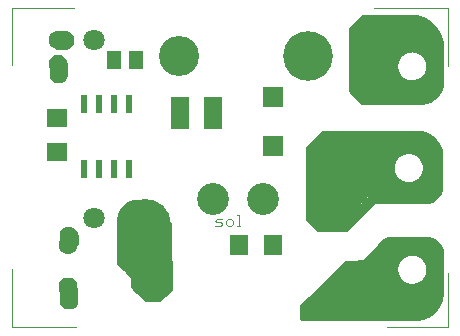
<source format=gbs>
G75*
%MOIN*%
%OFA0B0*%
%FSLAX25Y25*%
%IPPOS*%
%LPD*%
%AMOC8*
5,1,8,0,0,1.08239X$1,22.5*
%
%ADD10C,0.01600*%
%ADD11C,0.00394*%
%ADD12C,0.02362*%
%ADD13C,0.01000*%
%ADD14R,0.02559X0.04134*%
%ADD15R,0.12795X0.03543*%
%ADD16R,0.03937X0.02756*%
%ADD17R,0.04134X0.01969*%
%ADD18R,0.01772X0.02165*%
%ADD19C,0.02400*%
%ADD20R,0.09921X0.17598*%
%ADD21R,0.10394X0.11929*%
%ADD22R,0.03071X0.11457*%
%ADD23R,0.02835X0.11457*%
%ADD24R,0.05315X0.03071*%
%ADD25R,0.03071X0.02480*%
%ADD26R,0.20551X0.04370*%
%ADD27R,0.07205X0.19843*%
%ADD28R,0.05315X0.02008*%
%ADD29R,0.00709X0.00709*%
%ADD30C,0.00300*%
%ADD31OC8,0.05906*%
%ADD32C,0.06299*%
%ADD33OC8,0.06300*%
%ADD34C,0.06300*%
%ADD35OC8,0.12400*%
%ADD36R,0.02362X0.05906*%
%ADD37R,0.07098X0.06299*%
%ADD38R,0.06299X0.07098*%
%ADD39R,0.05118X0.05906*%
%ADD40R,0.06693X0.07087*%
%ADD41R,0.06299X0.10630*%
%ADD42C,0.16535*%
%ADD43C,0.17323*%
%ADD44C,0.10630*%
%ADD45C,0.18898*%
%ADD46C,0.07087*%
%ADD47C,0.13386*%
D10*
X0140351Y0049799D02*
X0140351Y0052988D01*
X0140371Y0052990D01*
X0140391Y0052995D01*
X0140410Y0053004D01*
X0140427Y0053016D01*
X0140441Y0053030D01*
X0140453Y0053047D01*
X0140462Y0053066D01*
X0140467Y0053086D01*
X0140469Y0053106D01*
X0140469Y0054169D01*
X0144958Y0051571D02*
X0144956Y0051463D01*
X0144950Y0051355D01*
X0144940Y0051248D01*
X0144927Y0051141D01*
X0144909Y0051035D01*
X0144887Y0050929D01*
X0144862Y0050824D01*
X0144833Y0050720D01*
X0144800Y0050618D01*
X0144763Y0050516D01*
X0144723Y0050416D01*
X0144679Y0050318D01*
X0144631Y0050221D01*
X0144580Y0050126D01*
X0144526Y0050033D01*
X0144468Y0049942D01*
X0144407Y0049853D01*
X0144342Y0049766D01*
X0144275Y0049682D01*
X0144204Y0049600D01*
X0144131Y0049521D01*
X0144055Y0049445D01*
X0143976Y0049372D01*
X0143894Y0049301D01*
X0143810Y0049234D01*
X0143723Y0049169D01*
X0143634Y0049108D01*
X0143543Y0049050D01*
X0143450Y0048996D01*
X0143355Y0048945D01*
X0143258Y0048897D01*
X0143160Y0048853D01*
X0143060Y0048813D01*
X0142958Y0048776D01*
X0142856Y0048743D01*
X0142752Y0048714D01*
X0142647Y0048689D01*
X0142541Y0048667D01*
X0142435Y0048649D01*
X0142328Y0048636D01*
X0142221Y0048626D01*
X0142113Y0048620D01*
X0142005Y0048618D01*
X0142005Y0050154D01*
X0142004Y0050154D02*
X0142002Y0050191D01*
X0141996Y0050228D01*
X0141987Y0050263D01*
X0141973Y0050298D01*
X0141957Y0050331D01*
X0141936Y0050362D01*
X0141913Y0050391D01*
X0141887Y0050417D01*
X0141858Y0050440D01*
X0141827Y0050461D01*
X0141794Y0050477D01*
X0141759Y0050491D01*
X0141724Y0050500D01*
X0141687Y0050506D01*
X0141650Y0050508D01*
X0141650Y0049445D01*
X0142005Y0049445D01*
X0142831Y0047319D02*
X0142921Y0047321D01*
X0143011Y0047327D01*
X0143101Y0047336D01*
X0143190Y0047350D01*
X0143279Y0047367D01*
X0143367Y0047388D01*
X0143454Y0047412D01*
X0143539Y0047440D01*
X0143624Y0047472D01*
X0143707Y0047508D01*
X0143788Y0047547D01*
X0143868Y0047589D01*
X0143946Y0047635D01*
X0144022Y0047684D01*
X0144095Y0047736D01*
X0144167Y0047791D01*
X0144236Y0047849D01*
X0144302Y0047910D01*
X0144366Y0047974D01*
X0144427Y0048040D01*
X0144485Y0048109D01*
X0144540Y0048181D01*
X0144592Y0048254D01*
X0144641Y0048330D01*
X0144687Y0048408D01*
X0144729Y0048488D01*
X0144768Y0048569D01*
X0144804Y0048652D01*
X0144836Y0048737D01*
X0144864Y0048822D01*
X0144888Y0048909D01*
X0144909Y0048997D01*
X0144926Y0049086D01*
X0144940Y0049175D01*
X0144949Y0049265D01*
X0144955Y0049355D01*
X0144957Y0049445D01*
X0144957Y0051571D01*
X0144957Y0053106D01*
X0143304Y0050744D02*
X0143302Y0050674D01*
X0143296Y0050604D01*
X0143287Y0050534D01*
X0143274Y0050465D01*
X0143257Y0050396D01*
X0143236Y0050329D01*
X0143212Y0050263D01*
X0143184Y0050199D01*
X0143153Y0050136D01*
X0143118Y0050074D01*
X0143080Y0050015D01*
X0143039Y0049958D01*
X0142995Y0049903D01*
X0142948Y0049851D01*
X0142898Y0049801D01*
X0142846Y0049754D01*
X0142791Y0049710D01*
X0142734Y0049669D01*
X0142675Y0049631D01*
X0142613Y0049596D01*
X0142550Y0049565D01*
X0142486Y0049537D01*
X0142420Y0049513D01*
X0142353Y0049492D01*
X0142284Y0049475D01*
X0142215Y0049462D01*
X0142145Y0049453D01*
X0142075Y0049447D01*
X0142005Y0049445D01*
X0140351Y0049799D02*
X0140353Y0049702D01*
X0140359Y0049604D01*
X0140368Y0049508D01*
X0140382Y0049411D01*
X0140399Y0049315D01*
X0140420Y0049220D01*
X0140444Y0049126D01*
X0140472Y0049033D01*
X0140504Y0048941D01*
X0140540Y0048850D01*
X0140579Y0048761D01*
X0140621Y0048673D01*
X0140667Y0048587D01*
X0140716Y0048503D01*
X0140769Y0048421D01*
X0140825Y0048341D01*
X0140883Y0048264D01*
X0140945Y0048188D01*
X0141010Y0048116D01*
X0141077Y0048045D01*
X0141148Y0047978D01*
X0141220Y0047913D01*
X0141296Y0047851D01*
X0141373Y0047793D01*
X0141453Y0047737D01*
X0141535Y0047684D01*
X0141619Y0047635D01*
X0141705Y0047589D01*
X0141793Y0047547D01*
X0141882Y0047508D01*
X0141973Y0047472D01*
X0142065Y0047440D01*
X0142158Y0047412D01*
X0142252Y0047388D01*
X0142347Y0047367D01*
X0142443Y0047350D01*
X0142540Y0047336D01*
X0142636Y0047327D01*
X0142734Y0047321D01*
X0142831Y0047319D01*
X0164091Y0054051D02*
X0164091Y0057831D01*
X0163973Y0057713D02*
X0163973Y0059012D01*
X0163619Y0059366D01*
X0165863Y0059366D01*
X0165981Y0059248D01*
X0164918Y0058185D01*
X0164446Y0057594D02*
X0163973Y0057594D01*
X0161138Y0060429D01*
X0166690Y0060429D01*
X0166926Y0060429D01*
X0167162Y0060193D01*
X0168225Y0060193D01*
X0168107Y0060311D02*
X0161375Y0060311D01*
X0163973Y0057713D01*
X0164092Y0057831D02*
X0164094Y0057931D01*
X0164100Y0058030D01*
X0164109Y0058129D01*
X0164122Y0058228D01*
X0164140Y0058326D01*
X0164160Y0058423D01*
X0164185Y0058519D01*
X0164213Y0058615D01*
X0164245Y0058709D01*
X0164280Y0058802D01*
X0164319Y0058894D01*
X0164362Y0058984D01*
X0164408Y0059072D01*
X0164457Y0059159D01*
X0164509Y0059243D01*
X0164565Y0059326D01*
X0164624Y0059406D01*
X0164686Y0059484D01*
X0164750Y0059560D01*
X0164818Y0059633D01*
X0164888Y0059703D01*
X0164961Y0059771D01*
X0165037Y0059835D01*
X0165115Y0059897D01*
X0165195Y0059956D01*
X0165278Y0060012D01*
X0165362Y0060064D01*
X0165449Y0060113D01*
X0165537Y0060159D01*
X0165627Y0060202D01*
X0165719Y0060241D01*
X0165812Y0060276D01*
X0165906Y0060308D01*
X0166002Y0060336D01*
X0166098Y0060361D01*
X0166195Y0060381D01*
X0166293Y0060399D01*
X0166392Y0060412D01*
X0166491Y0060421D01*
X0166590Y0060427D01*
X0166690Y0060429D01*
X0166926Y0060429D02*
X0170705Y0060429D01*
X0170707Y0060409D01*
X0170712Y0060389D01*
X0170721Y0060370D01*
X0170733Y0060353D01*
X0170747Y0060339D01*
X0170764Y0060327D01*
X0170783Y0060318D01*
X0170803Y0060313D01*
X0170823Y0060311D01*
X0170942Y0060311D01*
X0172595Y0060311D02*
X0172713Y0060429D01*
X0176375Y0060429D01*
X0176375Y0062083D01*
X0159603Y0062083D01*
X0159603Y0061965D01*
X0161729Y0059839D01*
X0162792Y0059839D01*
X0161493Y0061138D01*
X0161493Y0061256D01*
X0175666Y0061256D01*
X0176375Y0060429D02*
X0176375Y0059957D01*
X0175902Y0059484D01*
X0176375Y0059957D02*
X0176375Y0052988D01*
X0174839Y0051453D01*
X0174839Y0059012D01*
X0175194Y0059366D01*
X0172595Y0059602D02*
X0172595Y0060311D01*
X0175194Y0056531D02*
X0175075Y0056413D01*
X0175194Y0056531D02*
X0175430Y0056531D01*
X0166690Y0052516D02*
X0165627Y0052516D01*
X0164091Y0054051D01*
X0161375Y0060311D02*
X0161257Y0060311D01*
X0159603Y0063618D02*
X0176138Y0063618D01*
X0176138Y0074839D01*
X0174957Y0074839D01*
X0174957Y0065035D01*
X0160666Y0065035D01*
X0160666Y0070587D01*
X0162083Y0070587D01*
X0162083Y0066098D01*
X0172595Y0066098D01*
X0172595Y0066807D01*
X0162910Y0066807D01*
X0162910Y0067398D01*
X0159603Y0063618D02*
X0159603Y0076020D01*
X0159605Y0076176D01*
X0159611Y0076332D01*
X0159621Y0076488D01*
X0159634Y0076643D01*
X0159652Y0076798D01*
X0159673Y0076953D01*
X0159698Y0077107D01*
X0159727Y0077260D01*
X0159760Y0077413D01*
X0159797Y0077565D01*
X0159837Y0077715D01*
X0159881Y0077865D01*
X0159929Y0078014D01*
X0159981Y0078161D01*
X0160036Y0078307D01*
X0160095Y0078452D01*
X0160157Y0078595D01*
X0160223Y0078736D01*
X0160292Y0078876D01*
X0160365Y0079014D01*
X0160442Y0079150D01*
X0160521Y0079284D01*
X0160604Y0079416D01*
X0160691Y0079546D01*
X0160780Y0079674D01*
X0160873Y0079800D01*
X0160969Y0079923D01*
X0161068Y0080044D01*
X0161169Y0080162D01*
X0161274Y0080278D01*
X0161382Y0080391D01*
X0161492Y0080501D01*
X0161605Y0080609D01*
X0161721Y0080714D01*
X0161839Y0080815D01*
X0161960Y0080914D01*
X0162083Y0081010D01*
X0162209Y0081103D01*
X0162337Y0081192D01*
X0162467Y0081279D01*
X0162599Y0081362D01*
X0162733Y0081441D01*
X0162869Y0081518D01*
X0163007Y0081591D01*
X0163147Y0081660D01*
X0163288Y0081726D01*
X0163431Y0081788D01*
X0163576Y0081847D01*
X0163722Y0081902D01*
X0163869Y0081954D01*
X0164018Y0082002D01*
X0164168Y0082046D01*
X0164318Y0082086D01*
X0164470Y0082123D01*
X0164623Y0082156D01*
X0164776Y0082185D01*
X0164930Y0082210D01*
X0165085Y0082231D01*
X0165240Y0082249D01*
X0165395Y0082262D01*
X0165551Y0082272D01*
X0165707Y0082278D01*
X0165863Y0082280D01*
X0168343Y0082280D01*
X0168345Y0082260D01*
X0168350Y0082240D01*
X0168359Y0082221D01*
X0168371Y0082204D01*
X0168385Y0082190D01*
X0168402Y0082178D01*
X0168421Y0082169D01*
X0168441Y0082164D01*
X0168461Y0082162D01*
X0168461Y0082161D02*
X0169524Y0082161D01*
X0169879Y0081807D01*
X0175548Y0075075D02*
X0176138Y0074484D01*
X0176138Y0074248D02*
X0173894Y0072004D01*
X0173894Y0065744D01*
X0145075Y0068343D02*
X0145075Y0070114D01*
X0145075Y0070469D01*
X0143658Y0071059D02*
X0143599Y0071061D01*
X0143540Y0071066D01*
X0143481Y0071076D01*
X0143423Y0071089D01*
X0143366Y0071105D01*
X0143310Y0071125D01*
X0143256Y0071149D01*
X0143203Y0071176D01*
X0143152Y0071206D01*
X0143103Y0071239D01*
X0143056Y0071276D01*
X0143011Y0071315D01*
X0142969Y0071357D01*
X0142930Y0071402D01*
X0142893Y0071449D01*
X0142860Y0071498D01*
X0142830Y0071549D01*
X0142803Y0071602D01*
X0142779Y0071656D01*
X0142759Y0071712D01*
X0142743Y0071769D01*
X0142730Y0071827D01*
X0142720Y0071886D01*
X0142715Y0071945D01*
X0142713Y0072004D01*
X0142241Y0073067D02*
X0142185Y0073065D01*
X0142128Y0073059D01*
X0142073Y0073050D01*
X0142018Y0073036D01*
X0141964Y0073019D01*
X0141912Y0072999D01*
X0141861Y0072974D01*
X0141811Y0072947D01*
X0141764Y0072916D01*
X0141719Y0072882D01*
X0141677Y0072844D01*
X0141637Y0072804D01*
X0141599Y0072762D01*
X0141565Y0072717D01*
X0141534Y0072670D01*
X0141507Y0072620D01*
X0141482Y0072569D01*
X0141462Y0072517D01*
X0141445Y0072463D01*
X0141431Y0072408D01*
X0141422Y0072353D01*
X0141416Y0072296D01*
X0141414Y0072240D01*
X0141414Y0071413D01*
X0141416Y0071385D01*
X0141421Y0071357D01*
X0141429Y0071329D01*
X0141441Y0071303D01*
X0141456Y0071279D01*
X0141473Y0071257D01*
X0141494Y0071236D01*
X0141516Y0071219D01*
X0141540Y0071204D01*
X0141566Y0071192D01*
X0141594Y0071184D01*
X0141622Y0071179D01*
X0141650Y0071177D01*
X0141886Y0071177D01*
X0140351Y0071059D02*
X0140353Y0071144D01*
X0140359Y0071228D01*
X0140368Y0071313D01*
X0140381Y0071396D01*
X0140398Y0071480D01*
X0140419Y0071562D01*
X0140444Y0071643D01*
X0140472Y0071723D01*
X0140503Y0071802D01*
X0140538Y0071879D01*
X0140577Y0071955D01*
X0140619Y0072028D01*
X0140664Y0072100D01*
X0140712Y0072170D01*
X0140763Y0072237D01*
X0140818Y0072303D01*
X0140875Y0072365D01*
X0140935Y0072425D01*
X0140997Y0072482D01*
X0141063Y0072537D01*
X0141130Y0072588D01*
X0141200Y0072636D01*
X0141272Y0072681D01*
X0141345Y0072723D01*
X0141421Y0072762D01*
X0141498Y0072797D01*
X0141577Y0072828D01*
X0141657Y0072856D01*
X0141738Y0072881D01*
X0141820Y0072902D01*
X0141904Y0072919D01*
X0141987Y0072932D01*
X0142072Y0072941D01*
X0142156Y0072947D01*
X0142241Y0072949D01*
X0142241Y0073067D02*
X0142477Y0073067D01*
X0142713Y0072004D02*
X0142711Y0071948D01*
X0142705Y0071891D01*
X0142696Y0071836D01*
X0142682Y0071781D01*
X0142665Y0071727D01*
X0142645Y0071675D01*
X0142620Y0071624D01*
X0142593Y0071574D01*
X0142562Y0071527D01*
X0142528Y0071482D01*
X0142490Y0071440D01*
X0142450Y0071400D01*
X0142408Y0071362D01*
X0142363Y0071328D01*
X0142316Y0071297D01*
X0142266Y0071270D01*
X0142215Y0071245D01*
X0142163Y0071225D01*
X0142109Y0071208D01*
X0142054Y0071194D01*
X0141999Y0071185D01*
X0141942Y0071179D01*
X0141886Y0071177D01*
X0141060Y0071295D02*
X0140351Y0071295D01*
X0140351Y0071059D01*
X0140351Y0067870D01*
X0145076Y0070114D02*
X0145074Y0070218D01*
X0145068Y0070321D01*
X0145059Y0070424D01*
X0145046Y0070527D01*
X0145029Y0070629D01*
X0145008Y0070730D01*
X0144984Y0070831D01*
X0144956Y0070931D01*
X0144924Y0071029D01*
X0144889Y0071127D01*
X0144850Y0071223D01*
X0144808Y0071317D01*
X0144762Y0071410D01*
X0144713Y0071501D01*
X0144661Y0071591D01*
X0144605Y0071678D01*
X0144547Y0071764D01*
X0144485Y0071847D01*
X0144420Y0071927D01*
X0144352Y0072006D01*
X0144282Y0072082D01*
X0144209Y0072155D01*
X0144133Y0072225D01*
X0144054Y0072293D01*
X0143974Y0072358D01*
X0143891Y0072420D01*
X0143805Y0072478D01*
X0143718Y0072534D01*
X0143628Y0072586D01*
X0143537Y0072635D01*
X0143444Y0072681D01*
X0143350Y0072723D01*
X0143254Y0072762D01*
X0143156Y0072797D01*
X0143058Y0072829D01*
X0142958Y0072857D01*
X0142857Y0072881D01*
X0142756Y0072902D01*
X0142654Y0072919D01*
X0142551Y0072932D01*
X0142448Y0072941D01*
X0142345Y0072947D01*
X0142241Y0072949D01*
X0142477Y0073067D02*
X0142577Y0073065D01*
X0142676Y0073059D01*
X0142775Y0073050D01*
X0142874Y0073037D01*
X0142972Y0073019D01*
X0143069Y0072999D01*
X0143165Y0072974D01*
X0143261Y0072946D01*
X0143355Y0072914D01*
X0143448Y0072879D01*
X0143540Y0072840D01*
X0143630Y0072797D01*
X0143718Y0072751D01*
X0143805Y0072702D01*
X0143889Y0072650D01*
X0143972Y0072594D01*
X0144052Y0072535D01*
X0144130Y0072473D01*
X0144206Y0072409D01*
X0144279Y0072341D01*
X0144349Y0072271D01*
X0144417Y0072198D01*
X0144481Y0072122D01*
X0144543Y0072044D01*
X0144602Y0071964D01*
X0144658Y0071881D01*
X0144710Y0071797D01*
X0144759Y0071710D01*
X0144805Y0071622D01*
X0144848Y0071532D01*
X0144887Y0071440D01*
X0144922Y0071347D01*
X0144954Y0071253D01*
X0144982Y0071157D01*
X0145007Y0071061D01*
X0145027Y0070964D01*
X0145045Y0070866D01*
X0145058Y0070767D01*
X0145067Y0070668D01*
X0145073Y0070569D01*
X0145075Y0070469D01*
X0220548Y0047319D02*
X0220548Y0043539D01*
X0225154Y0043539D01*
X0226808Y0043539D01*
X0226808Y0044839D01*
X0221493Y0044839D01*
X0221493Y0046965D01*
X0221729Y0046965D01*
X0222438Y0046256D02*
X0225154Y0043539D01*
X0225863Y0044839D02*
X0261414Y0044839D01*
X0262005Y0045429D01*
X0227398Y0045429D01*
X0224918Y0047909D01*
X0224918Y0048382D01*
X0228579Y0052043D01*
X0228579Y0050862D01*
X0233186Y0046256D01*
X0228225Y0046256D01*
X0226453Y0048028D01*
X0226453Y0048382D01*
X0227989Y0049917D01*
X0227989Y0049681D01*
X0230705Y0046965D01*
X0228934Y0046965D01*
X0227635Y0048264D01*
X0223855Y0048736D02*
X0223855Y0046846D01*
X0225863Y0044839D01*
X0226808Y0043539D02*
X0258225Y0043539D01*
X0263422Y0046492D02*
X0234603Y0046492D01*
X0229642Y0051453D01*
X0229642Y0055114D01*
X0229879Y0055350D01*
X0229879Y0054760D01*
X0223855Y0048736D01*
X0224091Y0049681D02*
X0222910Y0049681D01*
X0220548Y0047319D01*
X0222438Y0046256D02*
X0222438Y0049209D01*
X0231060Y0057831D01*
X0235194Y0061965D01*
X0240745Y0061965D01*
X0247359Y0068579D01*
X0247949Y0068579D01*
X0242398Y0063028D01*
X0242398Y0061728D01*
X0245351Y0064681D01*
X0245351Y0058894D01*
X0246886Y0060547D02*
X0246886Y0062122D01*
X0246884Y0062176D01*
X0246879Y0062229D01*
X0246870Y0062282D01*
X0246857Y0062334D01*
X0246841Y0062386D01*
X0246821Y0062436D01*
X0246798Y0062484D01*
X0246771Y0062531D01*
X0246742Y0062576D01*
X0246709Y0062619D01*
X0246674Y0062659D01*
X0246636Y0062697D01*
X0246596Y0062732D01*
X0246553Y0062765D01*
X0246508Y0062794D01*
X0246461Y0062821D01*
X0246413Y0062844D01*
X0246363Y0062864D01*
X0246311Y0062880D01*
X0246259Y0062893D01*
X0246206Y0062902D01*
X0246153Y0062907D01*
X0246099Y0062909D01*
X0246099Y0065075D01*
X0245705Y0065035D02*
X0245351Y0064681D01*
X0244997Y0062673D02*
X0244052Y0062673D01*
X0242635Y0061256D01*
X0242989Y0061256D01*
X0244288Y0061138D02*
X0244288Y0061965D01*
X0244997Y0062673D01*
X0247871Y0063264D02*
X0247871Y0053224D01*
X0248264Y0053421D02*
X0248264Y0063067D01*
X0249446Y0063854D02*
X0249446Y0061295D01*
X0249249Y0061098D01*
X0249249Y0054602D01*
X0249052Y0054406D01*
X0248264Y0053854D02*
X0248264Y0067240D01*
X0248266Y0067279D01*
X0248272Y0067317D01*
X0248281Y0067354D01*
X0248294Y0067391D01*
X0248311Y0067426D01*
X0248330Y0067459D01*
X0248353Y0067490D01*
X0248379Y0067519D01*
X0248408Y0067545D01*
X0248439Y0067568D01*
X0248472Y0067587D01*
X0248507Y0067604D01*
X0248544Y0067617D01*
X0248581Y0067626D01*
X0248619Y0067632D01*
X0248658Y0067634D01*
X0264012Y0067634D01*
X0262635Y0066413D02*
X0261257Y0066413D01*
X0251611Y0066413D01*
X0251020Y0066413D01*
X0250823Y0066807D02*
X0262241Y0066807D01*
X0261847Y0065429D02*
X0251020Y0065429D01*
X0250994Y0065431D01*
X0250969Y0065436D01*
X0250945Y0065444D01*
X0250922Y0065455D01*
X0250900Y0065470D01*
X0250881Y0065487D01*
X0250864Y0065506D01*
X0250849Y0065528D01*
X0250838Y0065551D01*
X0250830Y0065575D01*
X0250825Y0065600D01*
X0250823Y0065626D01*
X0250233Y0069799D02*
X0250106Y0069797D01*
X0249979Y0069791D01*
X0249852Y0069781D01*
X0249725Y0069768D01*
X0249599Y0069750D01*
X0249473Y0069729D01*
X0249349Y0069703D01*
X0249225Y0069674D01*
X0249102Y0069641D01*
X0248980Y0069604D01*
X0248859Y0069564D01*
X0248740Y0069520D01*
X0248622Y0069472D01*
X0248505Y0069421D01*
X0248390Y0069366D01*
X0248277Y0069307D01*
X0248166Y0069245D01*
X0248057Y0069180D01*
X0247950Y0069111D01*
X0247844Y0069039D01*
X0247742Y0068964D01*
X0247641Y0068886D01*
X0247543Y0068804D01*
X0247448Y0068720D01*
X0247355Y0068633D01*
X0247265Y0068543D01*
X0247178Y0068450D01*
X0247094Y0068355D01*
X0247012Y0068257D01*
X0246934Y0068156D01*
X0246859Y0068054D01*
X0246787Y0067948D01*
X0246718Y0067841D01*
X0246653Y0067732D01*
X0246591Y0067621D01*
X0246532Y0067508D01*
X0246477Y0067393D01*
X0246426Y0067276D01*
X0246378Y0067158D01*
X0246334Y0067039D01*
X0246294Y0066918D01*
X0246257Y0066796D01*
X0246224Y0066673D01*
X0246195Y0066549D01*
X0246169Y0066425D01*
X0246148Y0066299D01*
X0246130Y0066173D01*
X0246117Y0066046D01*
X0246107Y0065919D01*
X0246101Y0065792D01*
X0246099Y0065665D01*
X0246099Y0065075D02*
X0246101Y0065199D01*
X0246107Y0065322D01*
X0246116Y0065446D01*
X0246130Y0065568D01*
X0246147Y0065691D01*
X0246169Y0065813D01*
X0246194Y0065934D01*
X0246223Y0066054D01*
X0246255Y0066173D01*
X0246292Y0066292D01*
X0246332Y0066409D01*
X0246375Y0066524D01*
X0246423Y0066639D01*
X0246474Y0066751D01*
X0246528Y0066862D01*
X0246586Y0066972D01*
X0246647Y0067079D01*
X0246712Y0067185D01*
X0246780Y0067288D01*
X0246851Y0067389D01*
X0246925Y0067488D01*
X0247002Y0067585D01*
X0247083Y0067679D01*
X0247166Y0067770D01*
X0247252Y0067859D01*
X0247341Y0067945D01*
X0247432Y0068028D01*
X0247526Y0068109D01*
X0247623Y0068186D01*
X0247722Y0068260D01*
X0247823Y0068331D01*
X0247926Y0068399D01*
X0248032Y0068464D01*
X0248139Y0068525D01*
X0248249Y0068583D01*
X0248360Y0068637D01*
X0248472Y0068688D01*
X0248587Y0068736D01*
X0248702Y0068779D01*
X0248819Y0068819D01*
X0248938Y0068856D01*
X0249057Y0068888D01*
X0249177Y0068917D01*
X0249298Y0068942D01*
X0249420Y0068964D01*
X0249543Y0068981D01*
X0249665Y0068995D01*
X0249789Y0069004D01*
X0249912Y0069010D01*
X0250036Y0069012D01*
X0261650Y0069012D01*
X0261650Y0069799D02*
X0250233Y0069799D01*
X0249839Y0064839D02*
X0249841Y0064813D01*
X0249846Y0064788D01*
X0249854Y0064764D01*
X0249865Y0064741D01*
X0249880Y0064719D01*
X0249897Y0064700D01*
X0249916Y0064683D01*
X0249938Y0064668D01*
X0249961Y0064657D01*
X0249985Y0064649D01*
X0250010Y0064644D01*
X0250036Y0064642D01*
X0250823Y0066807D02*
X0250713Y0066805D01*
X0250603Y0066799D01*
X0250494Y0066790D01*
X0250385Y0066776D01*
X0250276Y0066759D01*
X0250168Y0066738D01*
X0250061Y0066713D01*
X0249955Y0066685D01*
X0249850Y0066653D01*
X0249746Y0066617D01*
X0249643Y0066578D01*
X0249542Y0066535D01*
X0249442Y0066488D01*
X0249344Y0066438D01*
X0249248Y0066385D01*
X0249154Y0066328D01*
X0249062Y0066268D01*
X0248971Y0066205D01*
X0248884Y0066139D01*
X0248798Y0066070D01*
X0248715Y0065998D01*
X0248635Y0065923D01*
X0248557Y0065845D01*
X0248482Y0065765D01*
X0248410Y0065682D01*
X0248341Y0065596D01*
X0248275Y0065509D01*
X0248212Y0065418D01*
X0248152Y0065326D01*
X0248095Y0065232D01*
X0248042Y0065136D01*
X0247992Y0065038D01*
X0247945Y0064938D01*
X0247902Y0064837D01*
X0247863Y0064734D01*
X0247827Y0064630D01*
X0247795Y0064525D01*
X0247767Y0064419D01*
X0247742Y0064312D01*
X0247721Y0064204D01*
X0247704Y0064095D01*
X0247690Y0063986D01*
X0247681Y0063877D01*
X0247675Y0063767D01*
X0247673Y0063657D01*
X0247870Y0063264D02*
X0247872Y0063374D01*
X0247878Y0063484D01*
X0247887Y0063593D01*
X0247901Y0063702D01*
X0247918Y0063811D01*
X0247939Y0063919D01*
X0247964Y0064026D01*
X0247992Y0064132D01*
X0248024Y0064237D01*
X0248060Y0064341D01*
X0248099Y0064444D01*
X0248142Y0064545D01*
X0248189Y0064645D01*
X0248239Y0064743D01*
X0248292Y0064839D01*
X0248349Y0064933D01*
X0248409Y0065025D01*
X0248472Y0065116D01*
X0248538Y0065203D01*
X0248607Y0065289D01*
X0248679Y0065372D01*
X0248754Y0065452D01*
X0248832Y0065530D01*
X0248912Y0065605D01*
X0248995Y0065677D01*
X0249081Y0065746D01*
X0249168Y0065812D01*
X0249259Y0065875D01*
X0249351Y0065935D01*
X0249445Y0065992D01*
X0249541Y0066045D01*
X0249639Y0066095D01*
X0249739Y0066142D01*
X0249840Y0066185D01*
X0249943Y0066224D01*
X0250047Y0066260D01*
X0250152Y0066292D01*
X0250258Y0066320D01*
X0250365Y0066345D01*
X0250473Y0066366D01*
X0250582Y0066383D01*
X0250691Y0066397D01*
X0250800Y0066406D01*
X0250910Y0066412D01*
X0251020Y0066414D01*
X0251611Y0066413D02*
X0251497Y0066411D01*
X0251383Y0066405D01*
X0251269Y0066395D01*
X0251155Y0066382D01*
X0251042Y0066364D01*
X0250930Y0066343D01*
X0250819Y0066318D01*
X0250708Y0066289D01*
X0250599Y0066256D01*
X0250490Y0066220D01*
X0250384Y0066180D01*
X0250278Y0066136D01*
X0250174Y0066089D01*
X0250072Y0066038D01*
X0249971Y0065984D01*
X0249872Y0065926D01*
X0249776Y0065865D01*
X0249681Y0065801D01*
X0249589Y0065733D01*
X0249499Y0065663D01*
X0249412Y0065589D01*
X0249327Y0065512D01*
X0249245Y0065433D01*
X0249166Y0065351D01*
X0249089Y0065266D01*
X0249015Y0065179D01*
X0248945Y0065089D01*
X0248877Y0064997D01*
X0248813Y0064902D01*
X0248752Y0064806D01*
X0248694Y0064707D01*
X0248640Y0064606D01*
X0248589Y0064504D01*
X0248542Y0064400D01*
X0248498Y0064294D01*
X0248458Y0064188D01*
X0248422Y0064079D01*
X0248389Y0063970D01*
X0248360Y0063859D01*
X0248335Y0063748D01*
X0248314Y0063636D01*
X0248296Y0063523D01*
X0248283Y0063409D01*
X0248273Y0063295D01*
X0248267Y0063181D01*
X0248265Y0063067D01*
X0250036Y0060311D02*
X0250036Y0054406D01*
X0250233Y0054209D02*
X0250233Y0060311D01*
X0250036Y0060311D02*
X0250038Y0060411D01*
X0250044Y0060512D01*
X0250054Y0060612D01*
X0250068Y0060711D01*
X0250085Y0060810D01*
X0250107Y0060908D01*
X0250132Y0061006D01*
X0250161Y0061102D01*
X0250194Y0061197D01*
X0250231Y0061290D01*
X0250271Y0061382D01*
X0250315Y0061473D01*
X0250362Y0061561D01*
X0250413Y0061648D01*
X0250467Y0061733D01*
X0250525Y0061815D01*
X0250585Y0061895D01*
X0250649Y0061973D01*
X0250716Y0062048D01*
X0250786Y0062120D01*
X0250858Y0062190D01*
X0250933Y0062257D01*
X0251011Y0062321D01*
X0251091Y0062381D01*
X0251173Y0062439D01*
X0251258Y0062493D01*
X0251345Y0062544D01*
X0251433Y0062591D01*
X0251524Y0062635D01*
X0251616Y0062675D01*
X0251709Y0062712D01*
X0251804Y0062745D01*
X0251900Y0062774D01*
X0251998Y0062799D01*
X0252096Y0062821D01*
X0252195Y0062838D01*
X0252294Y0062852D01*
X0252394Y0062862D01*
X0252495Y0062868D01*
X0252595Y0062870D01*
X0252595Y0063658D02*
X0252485Y0063656D01*
X0252375Y0063650D01*
X0252266Y0063641D01*
X0252157Y0063627D01*
X0252048Y0063610D01*
X0251940Y0063589D01*
X0251833Y0063564D01*
X0251727Y0063536D01*
X0251622Y0063504D01*
X0251518Y0063468D01*
X0251415Y0063429D01*
X0251314Y0063386D01*
X0251214Y0063339D01*
X0251116Y0063289D01*
X0251020Y0063236D01*
X0250926Y0063179D01*
X0250834Y0063119D01*
X0250743Y0063056D01*
X0250656Y0062990D01*
X0250570Y0062921D01*
X0250487Y0062849D01*
X0250407Y0062774D01*
X0250329Y0062696D01*
X0250254Y0062616D01*
X0250182Y0062533D01*
X0250113Y0062447D01*
X0250047Y0062360D01*
X0249984Y0062269D01*
X0249924Y0062177D01*
X0249867Y0062083D01*
X0249814Y0061987D01*
X0249764Y0061889D01*
X0249717Y0061789D01*
X0249674Y0061688D01*
X0249635Y0061585D01*
X0249599Y0061481D01*
X0249567Y0061376D01*
X0249539Y0061270D01*
X0249514Y0061163D01*
X0249493Y0061055D01*
X0249476Y0060946D01*
X0249462Y0060837D01*
X0249453Y0060728D01*
X0249447Y0060618D01*
X0249445Y0060508D01*
X0250233Y0060508D02*
X0250235Y0060608D01*
X0250241Y0060709D01*
X0250251Y0060809D01*
X0250265Y0060908D01*
X0250282Y0061007D01*
X0250304Y0061105D01*
X0250329Y0061203D01*
X0250358Y0061299D01*
X0250391Y0061394D01*
X0250428Y0061487D01*
X0250468Y0061579D01*
X0250512Y0061670D01*
X0250559Y0061758D01*
X0250610Y0061845D01*
X0250664Y0061930D01*
X0250722Y0062012D01*
X0250782Y0062092D01*
X0250846Y0062170D01*
X0250913Y0062245D01*
X0250983Y0062317D01*
X0251055Y0062387D01*
X0251130Y0062454D01*
X0251208Y0062518D01*
X0251288Y0062578D01*
X0251370Y0062636D01*
X0251455Y0062690D01*
X0251542Y0062741D01*
X0251630Y0062788D01*
X0251721Y0062832D01*
X0251813Y0062872D01*
X0251906Y0062909D01*
X0252001Y0062942D01*
X0252097Y0062971D01*
X0252195Y0062996D01*
X0252293Y0063018D01*
X0252392Y0063035D01*
X0252491Y0063049D01*
X0252591Y0063059D01*
X0252692Y0063065D01*
X0252792Y0063067D01*
X0261257Y0066413D02*
X0261381Y0066411D01*
X0261504Y0066405D01*
X0261628Y0066396D01*
X0261750Y0066382D01*
X0261873Y0066365D01*
X0261995Y0066343D01*
X0262116Y0066318D01*
X0262236Y0066289D01*
X0262355Y0066257D01*
X0262474Y0066220D01*
X0262591Y0066180D01*
X0262706Y0066137D01*
X0262821Y0066089D01*
X0262933Y0066038D01*
X0263044Y0065984D01*
X0263154Y0065926D01*
X0263261Y0065865D01*
X0263367Y0065800D01*
X0263470Y0065732D01*
X0263571Y0065661D01*
X0263670Y0065587D01*
X0263767Y0065510D01*
X0263861Y0065429D01*
X0263952Y0065346D01*
X0264041Y0065260D01*
X0264127Y0065171D01*
X0264210Y0065080D01*
X0264291Y0064986D01*
X0264368Y0064889D01*
X0264442Y0064790D01*
X0264513Y0064689D01*
X0264581Y0064586D01*
X0264646Y0064480D01*
X0264707Y0064373D01*
X0264765Y0064263D01*
X0264819Y0064152D01*
X0264870Y0064040D01*
X0264918Y0063925D01*
X0264961Y0063810D01*
X0265001Y0063693D01*
X0265038Y0063574D01*
X0265070Y0063455D01*
X0265099Y0063335D01*
X0265124Y0063214D01*
X0265146Y0063092D01*
X0265163Y0062969D01*
X0265177Y0062847D01*
X0265186Y0062723D01*
X0265192Y0062600D01*
X0265194Y0062476D01*
X0265194Y0063854D01*
X0264800Y0065035D02*
X0264800Y0055193D01*
X0264802Y0055154D01*
X0264808Y0055116D01*
X0264817Y0055079D01*
X0264830Y0055042D01*
X0264847Y0055007D01*
X0264866Y0054974D01*
X0264889Y0054943D01*
X0264915Y0054914D01*
X0264944Y0054888D01*
X0264975Y0054865D01*
X0265008Y0054846D01*
X0265043Y0054829D01*
X0265080Y0054816D01*
X0265117Y0054807D01*
X0265155Y0054801D01*
X0265194Y0054799D01*
X0265194Y0054012D01*
X0265194Y0053618D01*
X0265194Y0053028D01*
X0265194Y0051256D01*
X0265587Y0051886D02*
X0265587Y0065075D01*
X0266965Y0064484D02*
X0266965Y0053264D01*
X0266729Y0052043D02*
X0264131Y0052043D01*
X0264131Y0047673D01*
X0263658Y0047673D01*
X0263658Y0047083D01*
X0263422Y0047083D01*
X0263422Y0046492D01*
X0262123Y0048028D02*
X0235312Y0048028D01*
X0235075Y0048028D02*
X0235075Y0048146D01*
X0231060Y0052161D01*
X0231060Y0057831D01*
X0239564Y0062083D02*
X0240745Y0062083D01*
X0240745Y0061965D01*
X0240863Y0061965D01*
X0251217Y0056610D02*
X0251217Y0054839D01*
X0250823Y0055193D02*
X0250825Y0055121D01*
X0250831Y0055049D01*
X0250840Y0054977D01*
X0250853Y0054906D01*
X0250870Y0054836D01*
X0250890Y0054767D01*
X0250915Y0054699D01*
X0250942Y0054633D01*
X0250973Y0054567D01*
X0251008Y0054504D01*
X0251045Y0054442D01*
X0251086Y0054383D01*
X0251130Y0054326D01*
X0251177Y0054271D01*
X0251227Y0054219D01*
X0251279Y0054169D01*
X0251334Y0054122D01*
X0251391Y0054078D01*
X0251450Y0054037D01*
X0251512Y0054000D01*
X0251575Y0053965D01*
X0251641Y0053934D01*
X0251707Y0053907D01*
X0251775Y0053882D01*
X0251844Y0053862D01*
X0251914Y0053845D01*
X0251985Y0053832D01*
X0252057Y0053823D01*
X0252129Y0053817D01*
X0252201Y0053815D01*
X0252201Y0052240D02*
X0252115Y0052242D01*
X0252029Y0052247D01*
X0251944Y0052257D01*
X0251859Y0052270D01*
X0251775Y0052287D01*
X0251691Y0052307D01*
X0251609Y0052331D01*
X0251528Y0052359D01*
X0251447Y0052390D01*
X0251369Y0052424D01*
X0251292Y0052462D01*
X0251217Y0052504D01*
X0251143Y0052548D01*
X0251072Y0052596D01*
X0251002Y0052647D01*
X0250935Y0052701D01*
X0250871Y0052757D01*
X0250809Y0052817D01*
X0250749Y0052879D01*
X0250693Y0052943D01*
X0250639Y0053010D01*
X0250588Y0053080D01*
X0250540Y0053151D01*
X0250496Y0053225D01*
X0250454Y0053300D01*
X0250416Y0053377D01*
X0250382Y0053455D01*
X0250351Y0053536D01*
X0250323Y0053617D01*
X0250299Y0053699D01*
X0250279Y0053783D01*
X0250262Y0053867D01*
X0250249Y0053952D01*
X0250239Y0054037D01*
X0250234Y0054123D01*
X0250232Y0054209D01*
X0247871Y0053224D02*
X0247873Y0053110D01*
X0247879Y0052996D01*
X0247889Y0052882D01*
X0247902Y0052768D01*
X0247920Y0052655D01*
X0247941Y0052543D01*
X0247966Y0052432D01*
X0247995Y0052321D01*
X0248028Y0052212D01*
X0248064Y0052103D01*
X0248104Y0051997D01*
X0248148Y0051891D01*
X0248195Y0051787D01*
X0248246Y0051685D01*
X0248300Y0051584D01*
X0248358Y0051485D01*
X0248419Y0051389D01*
X0248483Y0051294D01*
X0248551Y0051202D01*
X0248621Y0051112D01*
X0248695Y0051025D01*
X0248772Y0050940D01*
X0248851Y0050858D01*
X0248933Y0050779D01*
X0249018Y0050702D01*
X0249105Y0050628D01*
X0249195Y0050558D01*
X0249287Y0050490D01*
X0249382Y0050426D01*
X0249478Y0050365D01*
X0249577Y0050307D01*
X0249678Y0050253D01*
X0249780Y0050202D01*
X0249884Y0050155D01*
X0249990Y0050111D01*
X0250096Y0050071D01*
X0250205Y0050035D01*
X0250314Y0050002D01*
X0250425Y0049973D01*
X0250536Y0049948D01*
X0250648Y0049927D01*
X0250761Y0049909D01*
X0250875Y0049896D01*
X0250989Y0049886D01*
X0251103Y0049880D01*
X0251217Y0049878D01*
X0256138Y0049878D01*
X0256184Y0049880D01*
X0256230Y0049885D01*
X0256276Y0049894D01*
X0256321Y0049907D01*
X0256364Y0049923D01*
X0256406Y0049942D01*
X0256447Y0049965D01*
X0256485Y0049991D01*
X0256522Y0050020D01*
X0256556Y0050051D01*
X0256587Y0050085D01*
X0256616Y0050122D01*
X0256642Y0050160D01*
X0256665Y0050201D01*
X0256684Y0050243D01*
X0256700Y0050286D01*
X0256713Y0050331D01*
X0256722Y0050377D01*
X0256727Y0050423D01*
X0256729Y0050469D01*
X0258225Y0043539D02*
X0258430Y0043541D01*
X0258636Y0043549D01*
X0258841Y0043561D01*
X0259046Y0043579D01*
X0259250Y0043601D01*
X0259454Y0043628D01*
X0259657Y0043660D01*
X0259859Y0043697D01*
X0260060Y0043739D01*
X0260260Y0043786D01*
X0260459Y0043838D01*
X0260657Y0043894D01*
X0260853Y0043955D01*
X0261048Y0044021D01*
X0261241Y0044092D01*
X0261432Y0044167D01*
X0261621Y0044247D01*
X0261809Y0044331D01*
X0261994Y0044420D01*
X0262177Y0044513D01*
X0262358Y0044611D01*
X0262536Y0044713D01*
X0262712Y0044819D01*
X0262885Y0044930D01*
X0263056Y0045044D01*
X0263224Y0045163D01*
X0263388Y0045286D01*
X0263550Y0045413D01*
X0263709Y0045543D01*
X0263864Y0045678D01*
X0264016Y0045816D01*
X0264165Y0045958D01*
X0264310Y0046103D01*
X0264452Y0046252D01*
X0264590Y0046404D01*
X0264725Y0046559D01*
X0264855Y0046718D01*
X0264982Y0046880D01*
X0265105Y0047044D01*
X0265224Y0047212D01*
X0265338Y0047383D01*
X0265449Y0047556D01*
X0265555Y0047732D01*
X0265657Y0047910D01*
X0265755Y0048091D01*
X0265848Y0048274D01*
X0265937Y0048459D01*
X0266021Y0048647D01*
X0266101Y0048836D01*
X0266176Y0049027D01*
X0266247Y0049220D01*
X0266313Y0049415D01*
X0266374Y0049611D01*
X0266430Y0049809D01*
X0266482Y0050008D01*
X0266529Y0050208D01*
X0266571Y0050409D01*
X0266608Y0050611D01*
X0266640Y0050814D01*
X0266667Y0051018D01*
X0266689Y0051222D01*
X0266707Y0051427D01*
X0266719Y0051632D01*
X0266727Y0051838D01*
X0266729Y0052043D01*
X0264012Y0050744D02*
X0262241Y0050744D01*
X0262241Y0048382D01*
X0262438Y0048500D02*
X0251808Y0048500D01*
X0251808Y0049878D02*
X0261453Y0049878D01*
X0262044Y0049878D01*
X0261847Y0050665D02*
X0251020Y0050665D01*
X0248658Y0053028D01*
X0250075Y0051807D02*
X0250075Y0048500D01*
X0250194Y0048382D01*
X0246768Y0049091D02*
X0245115Y0049091D01*
X0245823Y0050035D02*
X0246768Y0049091D01*
X0245823Y0050035D02*
X0245823Y0050862D01*
X0243107Y0048146D01*
X0241099Y0048146D01*
X0241335Y0048382D01*
X0241217Y0048382D01*
X0244642Y0051807D01*
X0245233Y0051807D01*
X0244997Y0051807D02*
X0244760Y0051807D01*
X0241335Y0048382D01*
X0244760Y0051807D02*
X0244997Y0052043D01*
X0246099Y0051689D02*
X0246191Y0051691D01*
X0246283Y0051697D01*
X0246374Y0051707D01*
X0246465Y0051720D01*
X0246555Y0051738D01*
X0246645Y0051759D01*
X0246733Y0051784D01*
X0246820Y0051813D01*
X0246906Y0051845D01*
X0246991Y0051881D01*
X0247074Y0051921D01*
X0247155Y0051964D01*
X0247234Y0052010D01*
X0247311Y0052060D01*
X0247386Y0052113D01*
X0247459Y0052170D01*
X0247529Y0052229D01*
X0247597Y0052291D01*
X0247662Y0052356D01*
X0247724Y0052424D01*
X0247783Y0052494D01*
X0247840Y0052567D01*
X0247893Y0052642D01*
X0247943Y0052719D01*
X0247989Y0052798D01*
X0248032Y0052879D01*
X0248072Y0052962D01*
X0248108Y0053047D01*
X0248140Y0053133D01*
X0248169Y0053220D01*
X0248194Y0053308D01*
X0248215Y0053398D01*
X0248233Y0053488D01*
X0248246Y0053579D01*
X0248256Y0053670D01*
X0248262Y0053762D01*
X0248264Y0053854D01*
X0248265Y0053421D02*
X0248267Y0053305D01*
X0248273Y0053189D01*
X0248282Y0053074D01*
X0248295Y0052959D01*
X0248312Y0052844D01*
X0248333Y0052730D01*
X0248358Y0052616D01*
X0248386Y0052504D01*
X0248418Y0052393D01*
X0248453Y0052282D01*
X0248492Y0052173D01*
X0248535Y0052065D01*
X0248581Y0051959D01*
X0248630Y0051854D01*
X0248683Y0051751D01*
X0248740Y0051649D01*
X0248799Y0051550D01*
X0248862Y0051453D01*
X0248928Y0051357D01*
X0248997Y0051264D01*
X0249069Y0051173D01*
X0249144Y0051085D01*
X0249222Y0050999D01*
X0249303Y0050916D01*
X0249386Y0050835D01*
X0249472Y0050757D01*
X0249560Y0050682D01*
X0249651Y0050610D01*
X0249744Y0050541D01*
X0249840Y0050475D01*
X0249937Y0050412D01*
X0250037Y0050353D01*
X0250138Y0050296D01*
X0250241Y0050243D01*
X0250346Y0050194D01*
X0250452Y0050148D01*
X0250560Y0050105D01*
X0250669Y0050066D01*
X0250780Y0050031D01*
X0250891Y0049999D01*
X0251003Y0049971D01*
X0251117Y0049946D01*
X0251231Y0049925D01*
X0251346Y0049908D01*
X0251461Y0049895D01*
X0251576Y0049886D01*
X0251692Y0049880D01*
X0251808Y0049878D01*
X0252201Y0051650D02*
X0260075Y0051650D01*
X0260272Y0051650D02*
X0262635Y0051650D01*
X0263028Y0051846D02*
X0260469Y0051846D01*
X0260469Y0051847D02*
X0260443Y0051845D01*
X0260418Y0051840D01*
X0260394Y0051832D01*
X0260371Y0051821D01*
X0260349Y0051806D01*
X0260330Y0051789D01*
X0260313Y0051770D01*
X0260298Y0051749D01*
X0260287Y0051725D01*
X0260279Y0051701D01*
X0260274Y0051676D01*
X0260272Y0051650D01*
X0260075Y0051649D02*
X0260114Y0051651D01*
X0260152Y0051657D01*
X0260189Y0051666D01*
X0260226Y0051679D01*
X0260261Y0051696D01*
X0260294Y0051715D01*
X0260325Y0051738D01*
X0260354Y0051764D01*
X0260380Y0051793D01*
X0260403Y0051824D01*
X0260422Y0051857D01*
X0260439Y0051892D01*
X0260452Y0051929D01*
X0260461Y0051966D01*
X0260467Y0052004D01*
X0260469Y0052043D01*
X0260863Y0052437D02*
X0260863Y0052634D01*
X0260863Y0052437D02*
X0260865Y0052411D01*
X0260870Y0052386D01*
X0260878Y0052362D01*
X0260889Y0052339D01*
X0260904Y0052317D01*
X0260921Y0052298D01*
X0260940Y0052281D01*
X0260962Y0052266D01*
X0260985Y0052255D01*
X0261009Y0052247D01*
X0261034Y0052242D01*
X0261060Y0052240D01*
X0261650Y0052240D01*
X0262635Y0052240D01*
X0265587Y0051886D02*
X0265585Y0051770D01*
X0265579Y0051654D01*
X0265570Y0051539D01*
X0265557Y0051424D01*
X0265540Y0051309D01*
X0265519Y0051195D01*
X0265494Y0051081D01*
X0265466Y0050969D01*
X0265434Y0050858D01*
X0265399Y0050747D01*
X0265360Y0050638D01*
X0265317Y0050530D01*
X0265271Y0050424D01*
X0265222Y0050319D01*
X0265169Y0050216D01*
X0265112Y0050115D01*
X0265053Y0050015D01*
X0264990Y0049918D01*
X0264924Y0049822D01*
X0264855Y0049729D01*
X0264783Y0049638D01*
X0264708Y0049550D01*
X0264630Y0049464D01*
X0264549Y0049381D01*
X0264466Y0049300D01*
X0264380Y0049222D01*
X0264292Y0049147D01*
X0264201Y0049075D01*
X0264108Y0049006D01*
X0264012Y0048940D01*
X0263915Y0048877D01*
X0263816Y0048818D01*
X0263714Y0048761D01*
X0263611Y0048708D01*
X0263506Y0048659D01*
X0263400Y0048613D01*
X0263292Y0048570D01*
X0263183Y0048531D01*
X0263072Y0048496D01*
X0262961Y0048464D01*
X0262849Y0048436D01*
X0262735Y0048411D01*
X0262621Y0048390D01*
X0262506Y0048373D01*
X0262391Y0048360D01*
X0262276Y0048351D01*
X0262160Y0048345D01*
X0262044Y0048343D01*
X0262438Y0048500D02*
X0262541Y0048502D01*
X0262644Y0048508D01*
X0262747Y0048517D01*
X0262849Y0048531D01*
X0262950Y0048548D01*
X0263051Y0048569D01*
X0263151Y0048594D01*
X0263250Y0048622D01*
X0263348Y0048655D01*
X0263445Y0048691D01*
X0263540Y0048730D01*
X0263634Y0048773D01*
X0263726Y0048819D01*
X0263816Y0048869D01*
X0263904Y0048922D01*
X0263991Y0048979D01*
X0264075Y0049039D01*
X0264156Y0049101D01*
X0264236Y0049167D01*
X0264313Y0049236D01*
X0264387Y0049307D01*
X0264458Y0049381D01*
X0264527Y0049458D01*
X0264593Y0049538D01*
X0264655Y0049619D01*
X0264715Y0049703D01*
X0264772Y0049790D01*
X0264825Y0049878D01*
X0264875Y0049968D01*
X0264921Y0050060D01*
X0264964Y0050154D01*
X0265003Y0050249D01*
X0265039Y0050346D01*
X0265072Y0050444D01*
X0265100Y0050543D01*
X0265125Y0050643D01*
X0265146Y0050744D01*
X0265163Y0050845D01*
X0265177Y0050947D01*
X0265186Y0051050D01*
X0265192Y0051153D01*
X0265194Y0051256D01*
X0266847Y0052752D02*
X0266845Y0052617D01*
X0266839Y0052482D01*
X0266830Y0052348D01*
X0266816Y0052214D01*
X0266799Y0052080D01*
X0266778Y0051946D01*
X0266753Y0051814D01*
X0266724Y0051682D01*
X0266692Y0051551D01*
X0266656Y0051421D01*
X0266616Y0051292D01*
X0266572Y0051165D01*
X0266525Y0051038D01*
X0266474Y0050913D01*
X0266420Y0050790D01*
X0266362Y0050668D01*
X0266301Y0050547D01*
X0266236Y0050429D01*
X0266168Y0050313D01*
X0266097Y0050198D01*
X0266023Y0050086D01*
X0265945Y0049975D01*
X0265864Y0049867D01*
X0265780Y0049762D01*
X0265693Y0049658D01*
X0265603Y0049558D01*
X0265511Y0049460D01*
X0265415Y0049364D01*
X0265317Y0049272D01*
X0265217Y0049182D01*
X0265113Y0049095D01*
X0265008Y0049011D01*
X0264900Y0048930D01*
X0264789Y0048852D01*
X0264677Y0048778D01*
X0264562Y0048707D01*
X0264446Y0048639D01*
X0264328Y0048574D01*
X0264207Y0048513D01*
X0264085Y0048455D01*
X0263962Y0048401D01*
X0263837Y0048350D01*
X0263710Y0048303D01*
X0263583Y0048259D01*
X0263454Y0048219D01*
X0263324Y0048183D01*
X0263193Y0048151D01*
X0263061Y0048122D01*
X0262929Y0048097D01*
X0262795Y0048076D01*
X0262661Y0048059D01*
X0262527Y0048045D01*
X0262393Y0048036D01*
X0262258Y0048030D01*
X0262123Y0048028D01*
X0262044Y0049878D02*
X0262154Y0049880D01*
X0262264Y0049886D01*
X0262373Y0049895D01*
X0262482Y0049909D01*
X0262591Y0049926D01*
X0262699Y0049947D01*
X0262806Y0049972D01*
X0262912Y0050000D01*
X0263017Y0050032D01*
X0263121Y0050068D01*
X0263224Y0050107D01*
X0263325Y0050150D01*
X0263425Y0050197D01*
X0263523Y0050247D01*
X0263619Y0050300D01*
X0263713Y0050357D01*
X0263805Y0050417D01*
X0263896Y0050480D01*
X0263983Y0050546D01*
X0264069Y0050615D01*
X0264152Y0050687D01*
X0264232Y0050762D01*
X0264310Y0050840D01*
X0264385Y0050920D01*
X0264457Y0051003D01*
X0264526Y0051089D01*
X0264592Y0051176D01*
X0264655Y0051267D01*
X0264715Y0051359D01*
X0264772Y0051453D01*
X0264825Y0051549D01*
X0264875Y0051647D01*
X0264922Y0051747D01*
X0264965Y0051848D01*
X0265004Y0051951D01*
X0265040Y0052055D01*
X0265072Y0052160D01*
X0265100Y0052266D01*
X0265125Y0052373D01*
X0265146Y0052481D01*
X0265163Y0052590D01*
X0265177Y0052699D01*
X0265186Y0052808D01*
X0265192Y0052918D01*
X0265194Y0053028D01*
X0264603Y0054209D02*
X0264603Y0060114D01*
X0264603Y0060508D02*
X0264603Y0060902D01*
X0265194Y0061098D02*
X0265194Y0058146D01*
X0265194Y0054799D01*
X0263619Y0054209D02*
X0263619Y0060902D01*
X0265194Y0061098D02*
X0265192Y0061198D01*
X0265186Y0061299D01*
X0265176Y0061399D01*
X0265162Y0061498D01*
X0265145Y0061597D01*
X0265123Y0061695D01*
X0265098Y0061793D01*
X0265069Y0061889D01*
X0265036Y0061984D01*
X0264999Y0062077D01*
X0264959Y0062169D01*
X0264915Y0062260D01*
X0264868Y0062348D01*
X0264817Y0062435D01*
X0264763Y0062520D01*
X0264705Y0062602D01*
X0264645Y0062682D01*
X0264581Y0062760D01*
X0264514Y0062835D01*
X0264444Y0062907D01*
X0264372Y0062977D01*
X0264297Y0063044D01*
X0264219Y0063108D01*
X0264139Y0063168D01*
X0264057Y0063226D01*
X0263972Y0063280D01*
X0263885Y0063331D01*
X0263797Y0063378D01*
X0263706Y0063422D01*
X0263614Y0063462D01*
X0263521Y0063499D01*
X0263426Y0063532D01*
X0263330Y0063561D01*
X0263232Y0063586D01*
X0263134Y0063608D01*
X0263035Y0063625D01*
X0262936Y0063639D01*
X0262836Y0063649D01*
X0262735Y0063655D01*
X0262635Y0063657D01*
X0265194Y0063854D02*
X0265192Y0063954D01*
X0265186Y0064055D01*
X0265176Y0064155D01*
X0265162Y0064254D01*
X0265145Y0064353D01*
X0265123Y0064451D01*
X0265098Y0064549D01*
X0265069Y0064645D01*
X0265036Y0064740D01*
X0264999Y0064833D01*
X0264959Y0064925D01*
X0264915Y0065016D01*
X0264868Y0065104D01*
X0264817Y0065191D01*
X0264763Y0065276D01*
X0264705Y0065358D01*
X0264645Y0065438D01*
X0264581Y0065516D01*
X0264514Y0065591D01*
X0264444Y0065663D01*
X0264372Y0065733D01*
X0264297Y0065800D01*
X0264219Y0065864D01*
X0264139Y0065924D01*
X0264057Y0065982D01*
X0263972Y0066036D01*
X0263885Y0066087D01*
X0263797Y0066134D01*
X0263706Y0066178D01*
X0263614Y0066218D01*
X0263521Y0066255D01*
X0263426Y0066288D01*
X0263330Y0066317D01*
X0263232Y0066342D01*
X0263134Y0066364D01*
X0263035Y0066381D01*
X0262936Y0066395D01*
X0262836Y0066405D01*
X0262735Y0066411D01*
X0262635Y0066413D01*
X0261650Y0069012D02*
X0261774Y0069010D01*
X0261897Y0069004D01*
X0262021Y0068995D01*
X0262143Y0068981D01*
X0262266Y0068964D01*
X0262388Y0068942D01*
X0262509Y0068917D01*
X0262629Y0068888D01*
X0262748Y0068856D01*
X0262867Y0068819D01*
X0262984Y0068779D01*
X0263099Y0068736D01*
X0263214Y0068688D01*
X0263326Y0068637D01*
X0263437Y0068583D01*
X0263547Y0068525D01*
X0263654Y0068464D01*
X0263760Y0068399D01*
X0263863Y0068331D01*
X0263964Y0068260D01*
X0264063Y0068186D01*
X0264160Y0068109D01*
X0264254Y0068028D01*
X0264345Y0067945D01*
X0264434Y0067859D01*
X0264520Y0067770D01*
X0264603Y0067679D01*
X0264684Y0067585D01*
X0264761Y0067488D01*
X0264835Y0067389D01*
X0264906Y0067288D01*
X0264974Y0067185D01*
X0265039Y0067079D01*
X0265100Y0066972D01*
X0265158Y0066862D01*
X0265212Y0066751D01*
X0265263Y0066639D01*
X0265311Y0066524D01*
X0265354Y0066409D01*
X0265394Y0066292D01*
X0265431Y0066173D01*
X0265463Y0066054D01*
X0265492Y0065934D01*
X0265517Y0065813D01*
X0265539Y0065691D01*
X0265556Y0065568D01*
X0265570Y0065446D01*
X0265579Y0065322D01*
X0265585Y0065199D01*
X0265587Y0065075D01*
X0265194Y0062476D02*
X0265194Y0061098D01*
X0264603Y0060902D02*
X0264601Y0060994D01*
X0264595Y0061086D01*
X0264585Y0061177D01*
X0264572Y0061268D01*
X0264554Y0061358D01*
X0264533Y0061448D01*
X0264508Y0061536D01*
X0264479Y0061623D01*
X0264447Y0061709D01*
X0264411Y0061794D01*
X0264371Y0061877D01*
X0264328Y0061958D01*
X0264282Y0062037D01*
X0264232Y0062114D01*
X0264179Y0062189D01*
X0264122Y0062262D01*
X0264063Y0062332D01*
X0264001Y0062400D01*
X0263936Y0062465D01*
X0263868Y0062527D01*
X0263798Y0062586D01*
X0263725Y0062643D01*
X0263650Y0062696D01*
X0263573Y0062746D01*
X0263494Y0062792D01*
X0263413Y0062835D01*
X0263330Y0062875D01*
X0263245Y0062911D01*
X0263159Y0062943D01*
X0263072Y0062972D01*
X0262984Y0062997D01*
X0262894Y0063018D01*
X0262804Y0063036D01*
X0262713Y0063049D01*
X0262622Y0063059D01*
X0262530Y0063065D01*
X0262438Y0063067D01*
X0265194Y0063854D02*
X0265192Y0063962D01*
X0265186Y0064070D01*
X0265176Y0064177D01*
X0265163Y0064284D01*
X0265145Y0064390D01*
X0265123Y0064496D01*
X0265098Y0064601D01*
X0265069Y0064705D01*
X0265036Y0064807D01*
X0264999Y0064909D01*
X0264959Y0065009D01*
X0264915Y0065107D01*
X0264867Y0065204D01*
X0264816Y0065299D01*
X0264762Y0065392D01*
X0264704Y0065483D01*
X0264643Y0065572D01*
X0264578Y0065659D01*
X0264511Y0065743D01*
X0264440Y0065825D01*
X0264367Y0065904D01*
X0264291Y0065980D01*
X0264212Y0066053D01*
X0264130Y0066124D01*
X0264046Y0066191D01*
X0263959Y0066256D01*
X0263870Y0066317D01*
X0263779Y0066375D01*
X0263686Y0066429D01*
X0263591Y0066480D01*
X0263494Y0066528D01*
X0263396Y0066572D01*
X0263296Y0066612D01*
X0263194Y0066649D01*
X0263092Y0066682D01*
X0262988Y0066711D01*
X0262883Y0066736D01*
X0262777Y0066758D01*
X0262671Y0066776D01*
X0262564Y0066789D01*
X0262457Y0066799D01*
X0262349Y0066805D01*
X0262241Y0066807D01*
X0261848Y0065429D02*
X0261846Y0065383D01*
X0261841Y0065337D01*
X0261832Y0065291D01*
X0261819Y0065246D01*
X0261803Y0065203D01*
X0261784Y0065161D01*
X0261761Y0065120D01*
X0261735Y0065082D01*
X0261706Y0065045D01*
X0261675Y0065011D01*
X0261641Y0064980D01*
X0261604Y0064951D01*
X0261566Y0064925D01*
X0261525Y0064902D01*
X0261483Y0064883D01*
X0261440Y0064867D01*
X0261395Y0064854D01*
X0261349Y0064845D01*
X0261303Y0064840D01*
X0261257Y0064838D01*
X0261650Y0069799D02*
X0261794Y0069797D01*
X0261938Y0069791D01*
X0262081Y0069781D01*
X0262225Y0069768D01*
X0262368Y0069750D01*
X0262510Y0069729D01*
X0262652Y0069704D01*
X0262793Y0069675D01*
X0262933Y0069642D01*
X0263072Y0069605D01*
X0263210Y0069565D01*
X0263347Y0069521D01*
X0263483Y0069473D01*
X0263617Y0069422D01*
X0263750Y0069366D01*
X0263882Y0069308D01*
X0264012Y0069246D01*
X0264140Y0069180D01*
X0264266Y0069111D01*
X0264390Y0069038D01*
X0264512Y0068962D01*
X0264633Y0068883D01*
X0264751Y0068801D01*
X0264867Y0068715D01*
X0264980Y0068627D01*
X0265091Y0068535D01*
X0265199Y0068440D01*
X0265305Y0068343D01*
X0265408Y0068242D01*
X0265509Y0068139D01*
X0265606Y0068033D01*
X0265701Y0067925D01*
X0265793Y0067814D01*
X0265881Y0067701D01*
X0265967Y0067585D01*
X0266049Y0067467D01*
X0266128Y0067346D01*
X0266204Y0067224D01*
X0266277Y0067100D01*
X0266346Y0066974D01*
X0266412Y0066846D01*
X0266474Y0066716D01*
X0266532Y0066584D01*
X0266588Y0066451D01*
X0266639Y0066317D01*
X0266687Y0066181D01*
X0266731Y0066044D01*
X0266771Y0065906D01*
X0266808Y0065767D01*
X0266841Y0065627D01*
X0266870Y0065486D01*
X0266895Y0065344D01*
X0266916Y0065202D01*
X0266934Y0065059D01*
X0266947Y0064915D01*
X0266957Y0064772D01*
X0266963Y0064628D01*
X0266965Y0064484D01*
X0263618Y0064642D02*
X0263616Y0064588D01*
X0263611Y0064535D01*
X0263602Y0064482D01*
X0263589Y0064430D01*
X0263573Y0064378D01*
X0263553Y0064328D01*
X0263530Y0064280D01*
X0263503Y0064233D01*
X0263474Y0064188D01*
X0263441Y0064145D01*
X0263406Y0064105D01*
X0263368Y0064067D01*
X0263328Y0064032D01*
X0263285Y0063999D01*
X0263240Y0063970D01*
X0263193Y0063943D01*
X0263145Y0063920D01*
X0263095Y0063900D01*
X0263043Y0063884D01*
X0262991Y0063871D01*
X0262938Y0063862D01*
X0262885Y0063857D01*
X0262831Y0063855D01*
X0261650Y0062871D02*
X0261736Y0062869D01*
X0261822Y0062864D01*
X0261907Y0062854D01*
X0261992Y0062841D01*
X0262076Y0062824D01*
X0262160Y0062804D01*
X0262242Y0062780D01*
X0262323Y0062752D01*
X0262404Y0062721D01*
X0262482Y0062687D01*
X0262559Y0062649D01*
X0262635Y0062607D01*
X0262708Y0062563D01*
X0262779Y0062515D01*
X0262849Y0062464D01*
X0262916Y0062410D01*
X0262980Y0062354D01*
X0263042Y0062294D01*
X0263102Y0062232D01*
X0263158Y0062168D01*
X0263212Y0062101D01*
X0263263Y0062031D01*
X0263311Y0061960D01*
X0263355Y0061887D01*
X0263397Y0061811D01*
X0263435Y0061734D01*
X0263469Y0061656D01*
X0263500Y0061575D01*
X0263528Y0061494D01*
X0263552Y0061412D01*
X0263572Y0061328D01*
X0263589Y0061244D01*
X0263602Y0061159D01*
X0263612Y0061074D01*
X0263617Y0060988D01*
X0263619Y0060902D01*
X0264603Y0060114D02*
X0264601Y0060217D01*
X0264595Y0060320D01*
X0264586Y0060423D01*
X0264572Y0060525D01*
X0264555Y0060626D01*
X0264534Y0060727D01*
X0264509Y0060827D01*
X0264481Y0060926D01*
X0264448Y0061024D01*
X0264412Y0061121D01*
X0264373Y0061216D01*
X0264330Y0061310D01*
X0264284Y0061402D01*
X0264234Y0061492D01*
X0264181Y0061580D01*
X0264124Y0061667D01*
X0264064Y0061751D01*
X0264002Y0061832D01*
X0263936Y0061912D01*
X0263867Y0061989D01*
X0263796Y0062063D01*
X0263722Y0062134D01*
X0263645Y0062203D01*
X0263565Y0062269D01*
X0263484Y0062331D01*
X0263400Y0062391D01*
X0263313Y0062448D01*
X0263225Y0062501D01*
X0263135Y0062551D01*
X0263043Y0062597D01*
X0262949Y0062640D01*
X0262854Y0062679D01*
X0262757Y0062715D01*
X0262659Y0062748D01*
X0262560Y0062776D01*
X0262460Y0062801D01*
X0262359Y0062822D01*
X0262258Y0062839D01*
X0262156Y0062853D01*
X0262053Y0062862D01*
X0261950Y0062868D01*
X0261847Y0062870D01*
X0264012Y0056965D02*
X0264012Y0056177D01*
X0264013Y0056965D02*
X0264015Y0057031D01*
X0264020Y0057097D01*
X0264030Y0057163D01*
X0264043Y0057228D01*
X0264059Y0057292D01*
X0264079Y0057355D01*
X0264103Y0057417D01*
X0264130Y0057477D01*
X0264160Y0057536D01*
X0264194Y0057593D01*
X0264231Y0057648D01*
X0264271Y0057701D01*
X0264313Y0057752D01*
X0264359Y0057800D01*
X0264407Y0057846D01*
X0264458Y0057888D01*
X0264511Y0057928D01*
X0264566Y0057965D01*
X0264623Y0057999D01*
X0264682Y0058029D01*
X0264742Y0058056D01*
X0264804Y0058080D01*
X0264867Y0058100D01*
X0264931Y0058116D01*
X0264996Y0058129D01*
X0265062Y0058139D01*
X0265128Y0058144D01*
X0265194Y0058146D01*
X0265193Y0054012D02*
X0265191Y0053920D01*
X0265185Y0053828D01*
X0265175Y0053737D01*
X0265162Y0053646D01*
X0265144Y0053556D01*
X0265123Y0053466D01*
X0265098Y0053378D01*
X0265069Y0053291D01*
X0265037Y0053205D01*
X0265001Y0053120D01*
X0264961Y0053037D01*
X0264918Y0052956D01*
X0264872Y0052877D01*
X0264822Y0052800D01*
X0264769Y0052725D01*
X0264712Y0052652D01*
X0264653Y0052582D01*
X0264591Y0052514D01*
X0264526Y0052449D01*
X0264458Y0052387D01*
X0264388Y0052328D01*
X0264315Y0052271D01*
X0264240Y0052218D01*
X0264163Y0052168D01*
X0264084Y0052122D01*
X0264003Y0052079D01*
X0263920Y0052039D01*
X0263835Y0052003D01*
X0263749Y0051971D01*
X0263662Y0051942D01*
X0263574Y0051917D01*
X0263484Y0051896D01*
X0263394Y0051878D01*
X0263303Y0051865D01*
X0263212Y0051855D01*
X0263120Y0051849D01*
X0263028Y0051847D01*
X0262044Y0048343D02*
X0262182Y0048345D01*
X0262320Y0048351D01*
X0262458Y0048360D01*
X0262595Y0048374D01*
X0262732Y0048391D01*
X0262868Y0048413D01*
X0263004Y0048438D01*
X0263139Y0048466D01*
X0263273Y0048499D01*
X0263406Y0048535D01*
X0263538Y0048575D01*
X0263669Y0048619D01*
X0263799Y0048667D01*
X0263927Y0048718D01*
X0264054Y0048772D01*
X0264179Y0048830D01*
X0264303Y0048892D01*
X0264424Y0048957D01*
X0264544Y0049025D01*
X0264662Y0049097D01*
X0264778Y0049172D01*
X0264892Y0049251D01*
X0265003Y0049332D01*
X0265112Y0049417D01*
X0265219Y0049504D01*
X0265323Y0049595D01*
X0265425Y0049688D01*
X0265524Y0049784D01*
X0265620Y0049883D01*
X0265713Y0049985D01*
X0265804Y0050089D01*
X0265891Y0050196D01*
X0265976Y0050305D01*
X0266057Y0050416D01*
X0266136Y0050530D01*
X0266211Y0050646D01*
X0266283Y0050764D01*
X0266351Y0050884D01*
X0266416Y0051005D01*
X0266478Y0051129D01*
X0266536Y0051254D01*
X0266590Y0051381D01*
X0266641Y0051509D01*
X0266689Y0051639D01*
X0266733Y0051770D01*
X0266773Y0051902D01*
X0266809Y0052035D01*
X0266842Y0052169D01*
X0266870Y0052304D01*
X0266895Y0052440D01*
X0266917Y0052576D01*
X0266934Y0052713D01*
X0266948Y0052850D01*
X0266957Y0052988D01*
X0266963Y0053126D01*
X0266965Y0053264D01*
X0265194Y0054209D02*
X0265192Y0054109D01*
X0265186Y0054008D01*
X0265176Y0053908D01*
X0265162Y0053809D01*
X0265145Y0053710D01*
X0265123Y0053612D01*
X0265098Y0053514D01*
X0265069Y0053418D01*
X0265036Y0053323D01*
X0264999Y0053230D01*
X0264959Y0053138D01*
X0264915Y0053047D01*
X0264868Y0052959D01*
X0264817Y0052872D01*
X0264763Y0052787D01*
X0264705Y0052705D01*
X0264645Y0052625D01*
X0264581Y0052547D01*
X0264514Y0052472D01*
X0264444Y0052400D01*
X0264372Y0052330D01*
X0264297Y0052263D01*
X0264219Y0052199D01*
X0264139Y0052139D01*
X0264057Y0052081D01*
X0263972Y0052027D01*
X0263885Y0051976D01*
X0263797Y0051929D01*
X0263706Y0051885D01*
X0263614Y0051845D01*
X0263521Y0051808D01*
X0263426Y0051775D01*
X0263330Y0051746D01*
X0263232Y0051721D01*
X0263134Y0051699D01*
X0263035Y0051682D01*
X0262936Y0051668D01*
X0262836Y0051658D01*
X0262735Y0051652D01*
X0262635Y0051650D01*
X0261650Y0052240D02*
X0261722Y0052242D01*
X0261794Y0052248D01*
X0261866Y0052257D01*
X0261937Y0052270D01*
X0262007Y0052287D01*
X0262076Y0052307D01*
X0262144Y0052332D01*
X0262210Y0052359D01*
X0262276Y0052390D01*
X0262339Y0052425D01*
X0262401Y0052462D01*
X0262460Y0052503D01*
X0262517Y0052547D01*
X0262572Y0052594D01*
X0262624Y0052644D01*
X0262674Y0052696D01*
X0262721Y0052751D01*
X0262765Y0052808D01*
X0262806Y0052867D01*
X0262843Y0052929D01*
X0262878Y0052992D01*
X0262909Y0053058D01*
X0262936Y0053124D01*
X0262961Y0053192D01*
X0262981Y0053261D01*
X0262998Y0053331D01*
X0263011Y0053402D01*
X0263020Y0053474D01*
X0263026Y0053546D01*
X0263028Y0053618D01*
X0262635Y0052240D02*
X0262721Y0052242D01*
X0262807Y0052247D01*
X0262892Y0052257D01*
X0262977Y0052270D01*
X0263061Y0052287D01*
X0263145Y0052307D01*
X0263227Y0052331D01*
X0263308Y0052359D01*
X0263389Y0052390D01*
X0263467Y0052424D01*
X0263544Y0052462D01*
X0263620Y0052504D01*
X0263693Y0052548D01*
X0263764Y0052596D01*
X0263834Y0052647D01*
X0263901Y0052701D01*
X0263965Y0052757D01*
X0264027Y0052817D01*
X0264087Y0052879D01*
X0264143Y0052943D01*
X0264197Y0053010D01*
X0264248Y0053080D01*
X0264296Y0053151D01*
X0264340Y0053225D01*
X0264382Y0053300D01*
X0264420Y0053377D01*
X0264454Y0053455D01*
X0264485Y0053536D01*
X0264513Y0053617D01*
X0264537Y0053699D01*
X0264557Y0053783D01*
X0264574Y0053867D01*
X0264587Y0053952D01*
X0264597Y0054037D01*
X0264602Y0054123D01*
X0264604Y0054209D01*
X0263619Y0054209D02*
X0263617Y0054123D01*
X0263612Y0054037D01*
X0263602Y0053952D01*
X0263589Y0053867D01*
X0263572Y0053783D01*
X0263552Y0053699D01*
X0263528Y0053617D01*
X0263500Y0053536D01*
X0263469Y0053455D01*
X0263435Y0053377D01*
X0263397Y0053300D01*
X0263355Y0053225D01*
X0263311Y0053151D01*
X0263263Y0053080D01*
X0263212Y0053010D01*
X0263158Y0052943D01*
X0263102Y0052879D01*
X0263042Y0052817D01*
X0262980Y0052757D01*
X0262916Y0052701D01*
X0262849Y0052647D01*
X0262779Y0052596D01*
X0262708Y0052548D01*
X0262635Y0052504D01*
X0262559Y0052462D01*
X0262482Y0052424D01*
X0262404Y0052390D01*
X0262323Y0052359D01*
X0262242Y0052331D01*
X0262160Y0052307D01*
X0262076Y0052287D01*
X0261992Y0052270D01*
X0261907Y0052257D01*
X0261822Y0052247D01*
X0261736Y0052242D01*
X0261650Y0052240D01*
X0261453Y0049878D02*
X0261573Y0049880D01*
X0261693Y0049886D01*
X0261812Y0049895D01*
X0261931Y0049909D01*
X0262050Y0049926D01*
X0262168Y0049947D01*
X0262285Y0049972D01*
X0262402Y0050000D01*
X0262517Y0050033D01*
X0262632Y0050069D01*
X0262745Y0050108D01*
X0262856Y0050151D01*
X0262967Y0050198D01*
X0263076Y0050248D01*
X0263183Y0050302D01*
X0263288Y0050359D01*
X0263392Y0050420D01*
X0263493Y0050484D01*
X0263593Y0050551D01*
X0263690Y0050621D01*
X0263785Y0050694D01*
X0263877Y0050770D01*
X0263967Y0050849D01*
X0264055Y0050931D01*
X0264140Y0051016D01*
X0264222Y0051104D01*
X0264301Y0051194D01*
X0264377Y0051286D01*
X0264450Y0051381D01*
X0264520Y0051478D01*
X0264587Y0051578D01*
X0264651Y0051679D01*
X0264712Y0051783D01*
X0264769Y0051888D01*
X0264823Y0051995D01*
X0264873Y0052104D01*
X0264920Y0052215D01*
X0264963Y0052326D01*
X0265002Y0052439D01*
X0265038Y0052554D01*
X0265071Y0052669D01*
X0265099Y0052786D01*
X0265124Y0052903D01*
X0265145Y0053021D01*
X0265162Y0053140D01*
X0265176Y0053259D01*
X0265185Y0053378D01*
X0265191Y0053498D01*
X0265193Y0053618D01*
X0252201Y0051650D02*
X0252098Y0051652D01*
X0251995Y0051658D01*
X0251892Y0051667D01*
X0251790Y0051681D01*
X0251689Y0051698D01*
X0251588Y0051719D01*
X0251488Y0051744D01*
X0251389Y0051772D01*
X0251291Y0051805D01*
X0251194Y0051841D01*
X0251099Y0051880D01*
X0251005Y0051923D01*
X0250913Y0051969D01*
X0250823Y0052019D01*
X0250735Y0052072D01*
X0250648Y0052129D01*
X0250564Y0052189D01*
X0250483Y0052251D01*
X0250403Y0052317D01*
X0250326Y0052386D01*
X0250252Y0052457D01*
X0250181Y0052531D01*
X0250112Y0052608D01*
X0250046Y0052688D01*
X0249984Y0052769D01*
X0249924Y0052853D01*
X0249867Y0052940D01*
X0249814Y0053028D01*
X0249764Y0053118D01*
X0249718Y0053210D01*
X0249675Y0053304D01*
X0249636Y0053399D01*
X0249600Y0053496D01*
X0249567Y0053594D01*
X0249539Y0053693D01*
X0249514Y0053793D01*
X0249493Y0053894D01*
X0249476Y0053995D01*
X0249462Y0054097D01*
X0249453Y0054200D01*
X0249447Y0054303D01*
X0249445Y0054406D01*
X0248658Y0053028D02*
X0248660Y0052918D01*
X0248666Y0052808D01*
X0248675Y0052699D01*
X0248689Y0052590D01*
X0248706Y0052481D01*
X0248727Y0052373D01*
X0248752Y0052266D01*
X0248780Y0052160D01*
X0248812Y0052055D01*
X0248848Y0051951D01*
X0248887Y0051848D01*
X0248930Y0051747D01*
X0248977Y0051647D01*
X0249027Y0051549D01*
X0249080Y0051453D01*
X0249137Y0051359D01*
X0249197Y0051267D01*
X0249260Y0051176D01*
X0249326Y0051089D01*
X0249395Y0051003D01*
X0249467Y0050920D01*
X0249542Y0050840D01*
X0249620Y0050762D01*
X0249700Y0050687D01*
X0249783Y0050615D01*
X0249869Y0050546D01*
X0249956Y0050480D01*
X0250047Y0050417D01*
X0250139Y0050357D01*
X0250233Y0050300D01*
X0250329Y0050247D01*
X0250427Y0050197D01*
X0250527Y0050150D01*
X0250628Y0050107D01*
X0250731Y0050068D01*
X0250835Y0050032D01*
X0250940Y0050000D01*
X0251046Y0049972D01*
X0251153Y0049947D01*
X0251261Y0049926D01*
X0251370Y0049909D01*
X0251479Y0049895D01*
X0251588Y0049886D01*
X0251698Y0049880D01*
X0251808Y0049878D01*
X0251808Y0048500D02*
X0251681Y0048502D01*
X0251554Y0048508D01*
X0251427Y0048518D01*
X0251300Y0048531D01*
X0251174Y0048549D01*
X0251048Y0048570D01*
X0250924Y0048596D01*
X0250800Y0048625D01*
X0250677Y0048658D01*
X0250555Y0048695D01*
X0250434Y0048735D01*
X0250315Y0048779D01*
X0250197Y0048827D01*
X0250080Y0048878D01*
X0249965Y0048933D01*
X0249852Y0048992D01*
X0249741Y0049054D01*
X0249632Y0049119D01*
X0249525Y0049188D01*
X0249419Y0049260D01*
X0249317Y0049335D01*
X0249216Y0049413D01*
X0249118Y0049495D01*
X0249023Y0049579D01*
X0248930Y0049666D01*
X0248840Y0049756D01*
X0248753Y0049849D01*
X0248669Y0049944D01*
X0248587Y0050042D01*
X0248509Y0050143D01*
X0248434Y0050245D01*
X0248362Y0050351D01*
X0248293Y0050458D01*
X0248228Y0050567D01*
X0248166Y0050678D01*
X0248107Y0050791D01*
X0248052Y0050906D01*
X0248001Y0051023D01*
X0247953Y0051141D01*
X0247909Y0051260D01*
X0247869Y0051381D01*
X0247832Y0051503D01*
X0247799Y0051626D01*
X0247770Y0051750D01*
X0247744Y0051874D01*
X0247723Y0052000D01*
X0247705Y0052126D01*
X0247692Y0052253D01*
X0247682Y0052380D01*
X0247676Y0052507D01*
X0247674Y0052634D01*
X0250036Y0054406D02*
X0250038Y0054314D01*
X0250044Y0054222D01*
X0250054Y0054131D01*
X0250067Y0054040D01*
X0250085Y0053950D01*
X0250106Y0053860D01*
X0250131Y0053772D01*
X0250160Y0053685D01*
X0250192Y0053599D01*
X0250228Y0053514D01*
X0250268Y0053431D01*
X0250311Y0053350D01*
X0250357Y0053271D01*
X0250407Y0053194D01*
X0250460Y0053119D01*
X0250517Y0053046D01*
X0250576Y0052976D01*
X0250638Y0052908D01*
X0250703Y0052843D01*
X0250771Y0052781D01*
X0250841Y0052722D01*
X0250914Y0052665D01*
X0250989Y0052612D01*
X0251066Y0052562D01*
X0251145Y0052516D01*
X0251226Y0052473D01*
X0251309Y0052433D01*
X0251394Y0052397D01*
X0251480Y0052365D01*
X0251567Y0052336D01*
X0251655Y0052311D01*
X0251745Y0052290D01*
X0251835Y0052272D01*
X0251926Y0052259D01*
X0252017Y0052249D01*
X0252109Y0052243D01*
X0252201Y0052241D01*
X0251217Y0056610D02*
X0251219Y0056636D01*
X0251224Y0056661D01*
X0251232Y0056685D01*
X0251243Y0056709D01*
X0251258Y0056730D01*
X0251275Y0056749D01*
X0251294Y0056766D01*
X0251316Y0056781D01*
X0251339Y0056792D01*
X0251363Y0056800D01*
X0251388Y0056805D01*
X0251414Y0056807D01*
X0248068Y0084327D02*
X0259288Y0084327D01*
X0259288Y0084720D02*
X0253973Y0084720D01*
X0252792Y0085902D01*
X0252201Y0085902D01*
X0252989Y0086098D02*
X0257320Y0087083D01*
X0257713Y0086689D02*
X0248264Y0086689D01*
X0246296Y0086689D01*
X0246242Y0086687D01*
X0246189Y0086682D01*
X0246136Y0086673D01*
X0246084Y0086660D01*
X0246032Y0086644D01*
X0245982Y0086624D01*
X0245934Y0086601D01*
X0245887Y0086574D01*
X0245842Y0086545D01*
X0245799Y0086512D01*
X0245759Y0086477D01*
X0245721Y0086439D01*
X0245686Y0086399D01*
X0245653Y0086356D01*
X0245624Y0086311D01*
X0245597Y0086264D01*
X0245574Y0086216D01*
X0245554Y0086166D01*
X0245538Y0086114D01*
X0245525Y0086062D01*
X0245516Y0086009D01*
X0245511Y0085956D01*
X0245509Y0085902D01*
X0245509Y0100272D01*
X0245511Y0100326D01*
X0245516Y0100379D01*
X0245525Y0100432D01*
X0245538Y0100484D01*
X0245554Y0100536D01*
X0245574Y0100586D01*
X0245597Y0100634D01*
X0245624Y0100681D01*
X0245653Y0100726D01*
X0245686Y0100769D01*
X0245721Y0100809D01*
X0245759Y0100847D01*
X0245799Y0100882D01*
X0245842Y0100915D01*
X0245887Y0100944D01*
X0245934Y0100971D01*
X0245982Y0100994D01*
X0246032Y0101014D01*
X0246084Y0101030D01*
X0246136Y0101043D01*
X0246189Y0101052D01*
X0246242Y0101057D01*
X0246296Y0101059D01*
X0246296Y0100862D01*
X0246294Y0100776D01*
X0246289Y0100690D01*
X0246279Y0100605D01*
X0246266Y0100520D01*
X0246249Y0100436D01*
X0246229Y0100352D01*
X0246205Y0100270D01*
X0246177Y0100189D01*
X0246146Y0100108D01*
X0246112Y0100030D01*
X0246074Y0099953D01*
X0246032Y0099878D01*
X0245988Y0099804D01*
X0245940Y0099733D01*
X0245889Y0099663D01*
X0245835Y0099596D01*
X0245779Y0099532D01*
X0245719Y0099470D01*
X0245657Y0099410D01*
X0245593Y0099354D01*
X0245526Y0099300D01*
X0245456Y0099249D01*
X0245385Y0099201D01*
X0245312Y0099157D01*
X0245236Y0099115D01*
X0245159Y0099077D01*
X0245081Y0099043D01*
X0245000Y0099012D01*
X0244919Y0098984D01*
X0244837Y0098960D01*
X0244753Y0098940D01*
X0244669Y0098923D01*
X0244584Y0098910D01*
X0244499Y0098900D01*
X0244413Y0098895D01*
X0244327Y0098893D01*
X0244327Y0098894D02*
X0244327Y0088264D01*
X0243933Y0088461D02*
X0243931Y0088515D01*
X0243926Y0088568D01*
X0243917Y0088621D01*
X0243904Y0088673D01*
X0243888Y0088725D01*
X0243868Y0088775D01*
X0243845Y0088823D01*
X0243818Y0088870D01*
X0243789Y0088915D01*
X0243756Y0088958D01*
X0243721Y0088998D01*
X0243683Y0089036D01*
X0243643Y0089071D01*
X0243600Y0089104D01*
X0243555Y0089133D01*
X0243508Y0089160D01*
X0243460Y0089183D01*
X0243410Y0089203D01*
X0243358Y0089219D01*
X0243306Y0089232D01*
X0243253Y0089241D01*
X0243200Y0089246D01*
X0243146Y0089248D01*
X0242949Y0089248D01*
X0242949Y0098303D01*
X0243146Y0098697D02*
X0243146Y0096728D01*
X0243146Y0096138D01*
X0243146Y0088657D01*
X0246493Y0088854D02*
X0246493Y0098106D01*
X0242949Y0098303D02*
X0242951Y0098434D01*
X0242957Y0098564D01*
X0242967Y0098695D01*
X0242981Y0098825D01*
X0242998Y0098955D01*
X0243020Y0099084D01*
X0243045Y0099212D01*
X0243075Y0099339D01*
X0243108Y0099466D01*
X0243145Y0099591D01*
X0243186Y0099716D01*
X0243230Y0099839D01*
X0243279Y0099960D01*
X0243331Y0100080D01*
X0243386Y0100199D01*
X0243445Y0100316D01*
X0243508Y0100431D01*
X0243574Y0100544D01*
X0243643Y0100655D01*
X0243716Y0100763D01*
X0243792Y0100870D01*
X0243871Y0100974D01*
X0243953Y0101076D01*
X0244038Y0101175D01*
X0244126Y0101272D01*
X0244218Y0101365D01*
X0244311Y0101457D01*
X0244408Y0101545D01*
X0244507Y0101630D01*
X0244609Y0101712D01*
X0244713Y0101791D01*
X0244820Y0101867D01*
X0244928Y0101940D01*
X0245039Y0102009D01*
X0245152Y0102075D01*
X0245267Y0102138D01*
X0245384Y0102197D01*
X0245503Y0102252D01*
X0245623Y0102304D01*
X0245744Y0102353D01*
X0245867Y0102397D01*
X0245992Y0102438D01*
X0246117Y0102475D01*
X0246244Y0102508D01*
X0246371Y0102538D01*
X0246499Y0102563D01*
X0246628Y0102585D01*
X0246758Y0102602D01*
X0246888Y0102616D01*
X0247019Y0102626D01*
X0247149Y0102632D01*
X0247280Y0102634D01*
X0247674Y0103028D02*
X0259091Y0103028D01*
X0259485Y0102043D02*
X0260075Y0102043D01*
X0259091Y0102043D02*
X0259093Y0101977D01*
X0259098Y0101911D01*
X0259108Y0101845D01*
X0259121Y0101780D01*
X0259137Y0101716D01*
X0259157Y0101653D01*
X0259181Y0101591D01*
X0259208Y0101531D01*
X0259238Y0101472D01*
X0259272Y0101415D01*
X0259309Y0101360D01*
X0259349Y0101307D01*
X0259391Y0101256D01*
X0259437Y0101208D01*
X0259485Y0101162D01*
X0259536Y0101120D01*
X0259589Y0101080D01*
X0259644Y0101043D01*
X0259701Y0101009D01*
X0259760Y0100979D01*
X0259820Y0100952D01*
X0259882Y0100928D01*
X0259945Y0100908D01*
X0260009Y0100892D01*
X0260074Y0100879D01*
X0260140Y0100869D01*
X0260206Y0100864D01*
X0260272Y0100862D01*
X0260469Y0100862D01*
X0259879Y0100665D02*
X0259288Y0100665D01*
X0259288Y0099681D01*
X0260470Y0098500D02*
X0260521Y0098584D01*
X0260569Y0098670D01*
X0260613Y0098757D01*
X0260655Y0098847D01*
X0260692Y0098937D01*
X0260727Y0099030D01*
X0260757Y0099123D01*
X0260785Y0099217D01*
X0260808Y0099313D01*
X0260828Y0099409D01*
X0260844Y0099506D01*
X0260856Y0099604D01*
X0260865Y0099702D01*
X0260870Y0099800D01*
X0260871Y0099898D01*
X0260868Y0099997D01*
X0260862Y0100095D01*
X0260852Y0100193D01*
X0260838Y0100290D01*
X0260820Y0100387D01*
X0260799Y0100483D01*
X0260774Y0100578D01*
X0260745Y0100672D01*
X0260713Y0100765D01*
X0260677Y0100856D01*
X0260638Y0100947D01*
X0260595Y0101035D01*
X0260549Y0101122D01*
X0260500Y0101207D01*
X0260447Y0101290D01*
X0260392Y0101371D01*
X0260333Y0101450D01*
X0260271Y0101527D01*
X0260207Y0101601D01*
X0260139Y0101673D01*
X0260069Y0101742D01*
X0259997Y0101808D01*
X0259921Y0101871D01*
X0259844Y0101932D01*
X0259764Y0101989D01*
X0259682Y0102044D01*
X0259485Y0102043D02*
X0259485Y0101846D01*
X0259483Y0101820D01*
X0259478Y0101795D01*
X0259470Y0101771D01*
X0259459Y0101748D01*
X0259444Y0101726D01*
X0259427Y0101707D01*
X0259408Y0101690D01*
X0259387Y0101675D01*
X0259363Y0101664D01*
X0259339Y0101656D01*
X0259314Y0101651D01*
X0259288Y0101649D01*
X0258304Y0101846D02*
X0258107Y0101846D01*
X0253776Y0101846D01*
X0254367Y0102043D02*
X0257910Y0102043D01*
X0258304Y0101846D02*
X0258330Y0101848D01*
X0258355Y0101853D01*
X0258379Y0101861D01*
X0258403Y0101872D01*
X0258424Y0101887D01*
X0258443Y0101904D01*
X0258460Y0101923D01*
X0258475Y0101945D01*
X0258486Y0101968D01*
X0258494Y0101992D01*
X0258499Y0102017D01*
X0258501Y0102043D01*
X0257713Y0101256D02*
X0255154Y0101256D01*
X0255154Y0100902D02*
X0253579Y0100902D01*
X0253579Y0101059D02*
X0255548Y0101059D01*
X0255548Y0101060D02*
X0255594Y0101058D01*
X0255640Y0101053D01*
X0255686Y0101044D01*
X0255731Y0101031D01*
X0255774Y0101015D01*
X0255816Y0100996D01*
X0255857Y0100973D01*
X0255895Y0100947D01*
X0255932Y0100918D01*
X0255966Y0100887D01*
X0255997Y0100853D01*
X0256026Y0100816D01*
X0256052Y0100778D01*
X0256075Y0100737D01*
X0256094Y0100695D01*
X0256110Y0100652D01*
X0256123Y0100607D01*
X0256132Y0100561D01*
X0256137Y0100515D01*
X0256139Y0100469D01*
X0256138Y0100469D02*
X0256138Y0101650D01*
X0256139Y0101650D02*
X0256137Y0101676D01*
X0256132Y0101701D01*
X0256124Y0101725D01*
X0256113Y0101749D01*
X0256098Y0101770D01*
X0256081Y0101789D01*
X0256062Y0101806D01*
X0256041Y0101821D01*
X0256017Y0101832D01*
X0255993Y0101840D01*
X0255968Y0101845D01*
X0255942Y0101847D01*
X0255154Y0101256D02*
X0255100Y0101258D01*
X0255047Y0101263D01*
X0254994Y0101272D01*
X0254942Y0101285D01*
X0254890Y0101301D01*
X0254840Y0101321D01*
X0254792Y0101344D01*
X0254745Y0101371D01*
X0254700Y0101400D01*
X0254657Y0101433D01*
X0254617Y0101468D01*
X0254579Y0101506D01*
X0254544Y0101546D01*
X0254511Y0101589D01*
X0254482Y0101634D01*
X0254455Y0101681D01*
X0254432Y0101729D01*
X0254412Y0101779D01*
X0254396Y0101831D01*
X0254383Y0101883D01*
X0254374Y0101936D01*
X0254369Y0101989D01*
X0254367Y0102043D01*
X0252595Y0102043D01*
X0250430Y0102043D01*
X0250233Y0102043D02*
X0248461Y0102043D01*
X0249249Y0101295D02*
X0249249Y0100941D01*
X0249249Y0090075D01*
X0249249Y0089484D02*
X0248658Y0089484D01*
X0248704Y0089486D01*
X0248750Y0089491D01*
X0248796Y0089500D01*
X0248841Y0089513D01*
X0248884Y0089529D01*
X0248926Y0089548D01*
X0248967Y0089571D01*
X0249005Y0089597D01*
X0249042Y0089626D01*
X0249076Y0089657D01*
X0249107Y0089691D01*
X0249136Y0089728D01*
X0249162Y0089766D01*
X0249185Y0089807D01*
X0249204Y0089849D01*
X0249220Y0089892D01*
X0249233Y0089937D01*
X0249242Y0089983D01*
X0249247Y0090029D01*
X0249249Y0090075D01*
X0249839Y0089878D02*
X0249839Y0091256D01*
X0249837Y0091328D01*
X0249831Y0091400D01*
X0249822Y0091472D01*
X0249809Y0091543D01*
X0249792Y0091613D01*
X0249772Y0091682D01*
X0249747Y0091750D01*
X0249720Y0091816D01*
X0249689Y0091882D01*
X0249654Y0091945D01*
X0249617Y0092007D01*
X0249576Y0092066D01*
X0249532Y0092123D01*
X0249485Y0092178D01*
X0249435Y0092230D01*
X0249383Y0092280D01*
X0249328Y0092327D01*
X0249271Y0092371D01*
X0249212Y0092412D01*
X0249150Y0092449D01*
X0249087Y0092484D01*
X0249021Y0092515D01*
X0248955Y0092542D01*
X0248887Y0092567D01*
X0248818Y0092587D01*
X0248748Y0092604D01*
X0248677Y0092617D01*
X0248605Y0092626D01*
X0248533Y0092632D01*
X0248461Y0092634D01*
X0242950Y0089445D02*
X0242952Y0089304D01*
X0242958Y0089163D01*
X0242967Y0089022D01*
X0242981Y0088882D01*
X0242999Y0088742D01*
X0243020Y0088603D01*
X0243045Y0088464D01*
X0243074Y0088326D01*
X0243107Y0088189D01*
X0243143Y0088052D01*
X0243183Y0087917D01*
X0243227Y0087783D01*
X0243275Y0087650D01*
X0243326Y0087519D01*
X0243381Y0087389D01*
X0243440Y0087261D01*
X0243501Y0087134D01*
X0243567Y0087009D01*
X0243636Y0086886D01*
X0243708Y0086765D01*
X0243783Y0086646D01*
X0243862Y0086529D01*
X0243944Y0086414D01*
X0244029Y0086301D01*
X0244117Y0086191D01*
X0244208Y0086084D01*
X0244303Y0085979D01*
X0244400Y0085876D01*
X0244499Y0085777D01*
X0244602Y0085680D01*
X0244707Y0085585D01*
X0244814Y0085494D01*
X0244924Y0085406D01*
X0245037Y0085321D01*
X0245152Y0085239D01*
X0245269Y0085160D01*
X0245388Y0085085D01*
X0245509Y0085013D01*
X0245632Y0084944D01*
X0245757Y0084878D01*
X0245884Y0084817D01*
X0246012Y0084758D01*
X0246142Y0084703D01*
X0246273Y0084652D01*
X0246406Y0084604D01*
X0246540Y0084560D01*
X0246675Y0084520D01*
X0246812Y0084484D01*
X0246949Y0084451D01*
X0247087Y0084422D01*
X0247226Y0084397D01*
X0247365Y0084376D01*
X0247505Y0084358D01*
X0247645Y0084344D01*
X0247786Y0084335D01*
X0247927Y0084329D01*
X0248068Y0084327D01*
X0247083Y0084720D02*
X0259485Y0084720D01*
X0259682Y0084720D02*
X0259879Y0084720D01*
X0259682Y0084720D02*
X0259636Y0084722D01*
X0259590Y0084727D01*
X0259544Y0084736D01*
X0259499Y0084749D01*
X0259456Y0084765D01*
X0259414Y0084784D01*
X0259373Y0084807D01*
X0259335Y0084833D01*
X0259298Y0084862D01*
X0259264Y0084893D01*
X0259233Y0084927D01*
X0259204Y0084964D01*
X0259178Y0085002D01*
X0259155Y0085043D01*
X0259136Y0085085D01*
X0259120Y0085128D01*
X0259107Y0085173D01*
X0259098Y0085219D01*
X0259093Y0085265D01*
X0259091Y0085311D01*
X0259091Y0085508D01*
X0258698Y0084917D02*
X0258304Y0084917D01*
X0257516Y0084917D01*
X0253186Y0084917D01*
X0252792Y0085114D02*
X0258107Y0085114D01*
X0257516Y0084917D02*
X0257490Y0084919D01*
X0257465Y0084924D01*
X0257441Y0084932D01*
X0257418Y0084943D01*
X0257396Y0084958D01*
X0257377Y0084975D01*
X0257360Y0084994D01*
X0257345Y0085016D01*
X0257334Y0085039D01*
X0257326Y0085063D01*
X0257321Y0085088D01*
X0257319Y0085114D01*
X0257320Y0085114D02*
X0257320Y0085705D01*
X0252989Y0085705D01*
X0252595Y0087082D02*
X0252619Y0087120D01*
X0252647Y0087156D01*
X0252677Y0087189D01*
X0252710Y0087220D01*
X0252745Y0087248D01*
X0252783Y0087274D01*
X0252822Y0087296D01*
X0252862Y0087315D01*
X0252905Y0087331D01*
X0252948Y0087344D01*
X0252992Y0087353D01*
X0253037Y0087359D01*
X0253082Y0087361D01*
X0253127Y0087360D01*
X0253171Y0087355D01*
X0253216Y0087346D01*
X0253259Y0087335D01*
X0253302Y0087319D01*
X0253343Y0087301D01*
X0253382Y0087279D01*
X0252989Y0086886D02*
X0252917Y0086888D01*
X0252845Y0086894D01*
X0252773Y0086903D01*
X0252702Y0086916D01*
X0252632Y0086933D01*
X0252563Y0086953D01*
X0252495Y0086978D01*
X0252429Y0087005D01*
X0252363Y0087036D01*
X0252300Y0087071D01*
X0252238Y0087108D01*
X0252179Y0087149D01*
X0252122Y0087193D01*
X0252067Y0087240D01*
X0252015Y0087290D01*
X0251965Y0087342D01*
X0251918Y0087397D01*
X0251874Y0087454D01*
X0251833Y0087513D01*
X0251796Y0087575D01*
X0251761Y0087638D01*
X0251730Y0087704D01*
X0251703Y0087770D01*
X0251678Y0087838D01*
X0251658Y0087907D01*
X0251641Y0087977D01*
X0251628Y0088048D01*
X0251619Y0088120D01*
X0251613Y0088192D01*
X0251611Y0088264D01*
X0252201Y0088067D02*
X0252201Y0087673D01*
X0252792Y0085115D02*
X0252678Y0085117D01*
X0252564Y0085123D01*
X0252450Y0085133D01*
X0252336Y0085146D01*
X0252223Y0085164D01*
X0252111Y0085185D01*
X0252000Y0085210D01*
X0251889Y0085239D01*
X0251780Y0085272D01*
X0251671Y0085308D01*
X0251565Y0085348D01*
X0251459Y0085392D01*
X0251355Y0085439D01*
X0251253Y0085490D01*
X0251152Y0085544D01*
X0251053Y0085602D01*
X0250957Y0085663D01*
X0250862Y0085727D01*
X0250770Y0085795D01*
X0250680Y0085865D01*
X0250593Y0085939D01*
X0250508Y0086016D01*
X0250426Y0086095D01*
X0250347Y0086177D01*
X0250270Y0086262D01*
X0250196Y0086349D01*
X0250126Y0086439D01*
X0250058Y0086531D01*
X0249994Y0086626D01*
X0249933Y0086722D01*
X0249875Y0086821D01*
X0249821Y0086922D01*
X0249770Y0087024D01*
X0249723Y0087128D01*
X0249679Y0087234D01*
X0249639Y0087340D01*
X0249603Y0087449D01*
X0249570Y0087558D01*
X0249541Y0087669D01*
X0249516Y0087780D01*
X0249495Y0087892D01*
X0249477Y0088005D01*
X0249464Y0088119D01*
X0249454Y0088233D01*
X0249448Y0088347D01*
X0249446Y0088461D01*
X0248068Y0088461D01*
X0248068Y0098500D01*
X0248068Y0098303D02*
X0248068Y0088854D01*
X0247083Y0084720D02*
X0246959Y0084722D01*
X0246836Y0084728D01*
X0246712Y0084737D01*
X0246590Y0084751D01*
X0246467Y0084768D01*
X0246345Y0084790D01*
X0246224Y0084815D01*
X0246104Y0084844D01*
X0245985Y0084876D01*
X0245866Y0084913D01*
X0245749Y0084953D01*
X0245634Y0084996D01*
X0245519Y0085044D01*
X0245407Y0085095D01*
X0245296Y0085149D01*
X0245186Y0085207D01*
X0245079Y0085268D01*
X0244973Y0085333D01*
X0244870Y0085401D01*
X0244769Y0085472D01*
X0244670Y0085546D01*
X0244573Y0085623D01*
X0244479Y0085704D01*
X0244388Y0085787D01*
X0244299Y0085873D01*
X0244213Y0085962D01*
X0244130Y0086053D01*
X0244049Y0086147D01*
X0243972Y0086244D01*
X0243898Y0086343D01*
X0243827Y0086444D01*
X0243759Y0086547D01*
X0243694Y0086653D01*
X0243633Y0086760D01*
X0243575Y0086870D01*
X0243521Y0086981D01*
X0243470Y0087093D01*
X0243422Y0087208D01*
X0243379Y0087323D01*
X0243339Y0087440D01*
X0243302Y0087559D01*
X0243270Y0087678D01*
X0243241Y0087798D01*
X0243216Y0087919D01*
X0243194Y0088041D01*
X0243177Y0088164D01*
X0243163Y0088286D01*
X0243154Y0088410D01*
X0243148Y0088533D01*
X0243146Y0088657D01*
X0244327Y0088264D02*
X0244329Y0088161D01*
X0244335Y0088058D01*
X0244344Y0087955D01*
X0244358Y0087853D01*
X0244375Y0087752D01*
X0244396Y0087651D01*
X0244421Y0087551D01*
X0244449Y0087452D01*
X0244482Y0087354D01*
X0244518Y0087257D01*
X0244557Y0087162D01*
X0244600Y0087068D01*
X0244646Y0086976D01*
X0244696Y0086886D01*
X0244749Y0086798D01*
X0244806Y0086711D01*
X0244866Y0086627D01*
X0244928Y0086546D01*
X0244994Y0086466D01*
X0245063Y0086389D01*
X0245134Y0086315D01*
X0245208Y0086244D01*
X0245285Y0086175D01*
X0245365Y0086109D01*
X0245446Y0086047D01*
X0245530Y0085987D01*
X0245617Y0085930D01*
X0245705Y0085877D01*
X0245795Y0085827D01*
X0245887Y0085781D01*
X0245981Y0085738D01*
X0246076Y0085699D01*
X0246173Y0085663D01*
X0246271Y0085630D01*
X0246370Y0085602D01*
X0246470Y0085577D01*
X0246571Y0085556D01*
X0246672Y0085539D01*
X0246774Y0085525D01*
X0246877Y0085516D01*
X0246980Y0085510D01*
X0247083Y0085508D01*
X0247085Y0085574D01*
X0247090Y0085640D01*
X0247100Y0085706D01*
X0247113Y0085771D01*
X0247129Y0085835D01*
X0247149Y0085898D01*
X0247173Y0085960D01*
X0247200Y0086020D01*
X0247230Y0086079D01*
X0247264Y0086136D01*
X0247301Y0086191D01*
X0247341Y0086244D01*
X0247383Y0086295D01*
X0247429Y0086343D01*
X0247477Y0086389D01*
X0247528Y0086431D01*
X0247581Y0086471D01*
X0247636Y0086508D01*
X0247693Y0086542D01*
X0247752Y0086572D01*
X0247812Y0086599D01*
X0247874Y0086623D01*
X0247937Y0086643D01*
X0248001Y0086659D01*
X0248066Y0086672D01*
X0248132Y0086682D01*
X0248198Y0086687D01*
X0248264Y0086689D01*
X0247871Y0087673D02*
X0247871Y0099287D01*
X0249249Y0100665D01*
X0249642Y0099878D02*
X0249642Y0098500D01*
X0250233Y0098500D01*
X0250233Y0102043D01*
X0250233Y0101846D02*
X0250233Y0101256D01*
X0250233Y0101846D02*
X0250231Y0101872D01*
X0250226Y0101897D01*
X0250218Y0101921D01*
X0250207Y0101945D01*
X0250192Y0101966D01*
X0250175Y0101985D01*
X0250156Y0102002D01*
X0250135Y0102017D01*
X0250111Y0102028D01*
X0250087Y0102036D01*
X0250062Y0102041D01*
X0250036Y0102043D01*
X0252201Y0101846D02*
X0252398Y0101846D01*
X0252424Y0101848D01*
X0252449Y0101853D01*
X0252473Y0101861D01*
X0252497Y0101872D01*
X0252518Y0101887D01*
X0252537Y0101904D01*
X0252554Y0101923D01*
X0252569Y0101945D01*
X0252580Y0101968D01*
X0252588Y0101992D01*
X0252593Y0102017D01*
X0252595Y0102043D01*
X0254367Y0100271D02*
X0254413Y0100273D01*
X0254459Y0100278D01*
X0254505Y0100287D01*
X0254550Y0100300D01*
X0254593Y0100316D01*
X0254635Y0100335D01*
X0254676Y0100358D01*
X0254714Y0100384D01*
X0254751Y0100413D01*
X0254785Y0100444D01*
X0254816Y0100478D01*
X0254845Y0100515D01*
X0254871Y0100553D01*
X0254894Y0100594D01*
X0254913Y0100636D01*
X0254929Y0100679D01*
X0254942Y0100724D01*
X0254951Y0100770D01*
X0254956Y0100816D01*
X0254958Y0100862D01*
X0254957Y0100862D02*
X0257320Y0100862D01*
X0257516Y0099878D02*
X0253186Y0099878D01*
X0249642Y0099878D01*
X0250430Y0102043D02*
X0250306Y0102041D01*
X0250183Y0102035D01*
X0250059Y0102026D01*
X0249937Y0102012D01*
X0249814Y0101995D01*
X0249692Y0101973D01*
X0249571Y0101948D01*
X0249451Y0101919D01*
X0249332Y0101887D01*
X0249213Y0101850D01*
X0249096Y0101810D01*
X0248981Y0101767D01*
X0248866Y0101719D01*
X0248754Y0101668D01*
X0248643Y0101614D01*
X0248533Y0101556D01*
X0248426Y0101495D01*
X0248320Y0101430D01*
X0248217Y0101362D01*
X0248116Y0101291D01*
X0248017Y0101217D01*
X0247920Y0101140D01*
X0247826Y0101059D01*
X0247735Y0100976D01*
X0247646Y0100890D01*
X0247560Y0100801D01*
X0247477Y0100710D01*
X0247396Y0100616D01*
X0247319Y0100519D01*
X0247245Y0100420D01*
X0247174Y0100319D01*
X0247106Y0100216D01*
X0247041Y0100110D01*
X0246980Y0100003D01*
X0246922Y0099893D01*
X0246868Y0099782D01*
X0246817Y0099670D01*
X0246769Y0099555D01*
X0246726Y0099440D01*
X0246686Y0099323D01*
X0246649Y0099204D01*
X0246617Y0099085D01*
X0246588Y0098965D01*
X0246563Y0098844D01*
X0246541Y0098722D01*
X0246524Y0098599D01*
X0246510Y0098477D01*
X0246501Y0098353D01*
X0246495Y0098230D01*
X0246493Y0098106D01*
X0243146Y0098697D02*
X0243148Y0098828D01*
X0243154Y0098958D01*
X0243164Y0099089D01*
X0243178Y0099219D01*
X0243195Y0099349D01*
X0243217Y0099478D01*
X0243242Y0099606D01*
X0243272Y0099733D01*
X0243305Y0099860D01*
X0243342Y0099985D01*
X0243383Y0100110D01*
X0243427Y0100233D01*
X0243476Y0100354D01*
X0243528Y0100474D01*
X0243583Y0100593D01*
X0243642Y0100710D01*
X0243705Y0100825D01*
X0243771Y0100938D01*
X0243840Y0101049D01*
X0243913Y0101157D01*
X0243989Y0101264D01*
X0244068Y0101368D01*
X0244150Y0101470D01*
X0244235Y0101569D01*
X0244323Y0101666D01*
X0244415Y0101759D01*
X0244508Y0101851D01*
X0244605Y0101939D01*
X0244704Y0102024D01*
X0244806Y0102106D01*
X0244910Y0102185D01*
X0245017Y0102261D01*
X0245125Y0102334D01*
X0245236Y0102403D01*
X0245349Y0102469D01*
X0245464Y0102532D01*
X0245581Y0102591D01*
X0245700Y0102646D01*
X0245820Y0102698D01*
X0245941Y0102747D01*
X0246064Y0102791D01*
X0246189Y0102832D01*
X0246314Y0102869D01*
X0246441Y0102902D01*
X0246568Y0102932D01*
X0246696Y0102957D01*
X0246825Y0102979D01*
X0246955Y0102996D01*
X0247085Y0103010D01*
X0247216Y0103020D01*
X0247346Y0103026D01*
X0247477Y0103028D01*
X0243343Y0099878D02*
X0243343Y0098697D01*
X0243343Y0096335D01*
X0243341Y0096309D01*
X0243336Y0096284D01*
X0243328Y0096260D01*
X0243317Y0096237D01*
X0243302Y0096215D01*
X0243285Y0096196D01*
X0243266Y0096179D01*
X0243245Y0096164D01*
X0243221Y0096153D01*
X0243197Y0096145D01*
X0243172Y0096140D01*
X0243146Y0096138D01*
X0243343Y0098697D02*
X0243345Y0098828D01*
X0243351Y0098958D01*
X0243361Y0099089D01*
X0243375Y0099219D01*
X0243392Y0099349D01*
X0243414Y0099478D01*
X0243439Y0099606D01*
X0243469Y0099733D01*
X0243502Y0099860D01*
X0243539Y0099985D01*
X0243580Y0100110D01*
X0243624Y0100233D01*
X0243673Y0100354D01*
X0243725Y0100474D01*
X0243780Y0100593D01*
X0243839Y0100710D01*
X0243902Y0100825D01*
X0243968Y0100938D01*
X0244037Y0101049D01*
X0244110Y0101157D01*
X0244186Y0101264D01*
X0244265Y0101368D01*
X0244347Y0101470D01*
X0244432Y0101569D01*
X0244520Y0101666D01*
X0244612Y0101759D01*
X0244705Y0101851D01*
X0244802Y0101939D01*
X0244901Y0102024D01*
X0245003Y0102106D01*
X0245107Y0102185D01*
X0245214Y0102261D01*
X0245322Y0102334D01*
X0245433Y0102403D01*
X0245546Y0102469D01*
X0245661Y0102532D01*
X0245778Y0102591D01*
X0245897Y0102646D01*
X0246017Y0102698D01*
X0246138Y0102747D01*
X0246261Y0102791D01*
X0246386Y0102832D01*
X0246511Y0102869D01*
X0246638Y0102902D01*
X0246765Y0102932D01*
X0246893Y0102957D01*
X0247022Y0102979D01*
X0247152Y0102996D01*
X0247282Y0103010D01*
X0247413Y0103020D01*
X0247543Y0103026D01*
X0247674Y0103028D01*
X0253186Y0099878D02*
X0253186Y0099287D01*
X0253973Y0100272D02*
X0254367Y0100272D01*
X0253580Y0101059D02*
X0253470Y0101064D01*
X0253360Y0101065D01*
X0253250Y0101062D01*
X0253140Y0101056D01*
X0253030Y0101045D01*
X0252921Y0101031D01*
X0252812Y0101013D01*
X0252704Y0100991D01*
X0252597Y0100966D01*
X0252491Y0100936D01*
X0252386Y0100903D01*
X0252282Y0100867D01*
X0252179Y0100826D01*
X0252078Y0100783D01*
X0251979Y0100735D01*
X0251881Y0100685D01*
X0251785Y0100630D01*
X0251691Y0100573D01*
X0251599Y0100512D01*
X0251509Y0100448D01*
X0251422Y0100382D01*
X0251337Y0100312D01*
X0251254Y0100239D01*
X0251174Y0100163D01*
X0251097Y0100084D01*
X0251022Y0100003D01*
X0250950Y0099920D01*
X0250882Y0099834D01*
X0250816Y0099745D01*
X0250754Y0099654D01*
X0250694Y0099562D01*
X0250638Y0099467D01*
X0250586Y0099370D01*
X0250536Y0099271D01*
X0250490Y0099171D01*
X0250448Y0099070D01*
X0250409Y0098966D01*
X0250374Y0098862D01*
X0250343Y0098756D01*
X0250315Y0098650D01*
X0250291Y0098542D01*
X0250271Y0098434D01*
X0250255Y0098325D01*
X0250242Y0098216D01*
X0250233Y0098106D01*
X0248067Y0098500D02*
X0248087Y0098627D01*
X0248111Y0098753D01*
X0248139Y0098878D01*
X0248171Y0099003D01*
X0248206Y0099127D01*
X0248246Y0099249D01*
X0248289Y0099370D01*
X0248336Y0099490D01*
X0248386Y0099608D01*
X0248441Y0099725D01*
X0248498Y0099840D01*
X0248559Y0099953D01*
X0248624Y0100064D01*
X0248692Y0100173D01*
X0248764Y0100280D01*
X0248838Y0100385D01*
X0248916Y0100487D01*
X0248997Y0100587D01*
X0249081Y0100685D01*
X0249168Y0100780D01*
X0249258Y0100872D01*
X0249351Y0100961D01*
X0249446Y0101047D01*
X0249544Y0101131D01*
X0249644Y0101211D01*
X0249747Y0101288D01*
X0249852Y0101362D01*
X0249960Y0101433D01*
X0250069Y0101500D01*
X0250181Y0101564D01*
X0250294Y0101624D01*
X0250410Y0101681D01*
X0250527Y0101735D01*
X0250645Y0101784D01*
X0250766Y0101831D01*
X0250887Y0101873D01*
X0251010Y0101911D01*
X0251133Y0101946D01*
X0251258Y0101977D01*
X0251384Y0102004D01*
X0251511Y0102028D01*
X0251638Y0102047D01*
X0251765Y0102062D01*
X0251893Y0102074D01*
X0252022Y0102081D01*
X0252150Y0102085D01*
X0252279Y0102084D01*
X0252408Y0102080D01*
X0252536Y0102072D01*
X0252664Y0102059D01*
X0252792Y0102043D01*
X0255154Y0100902D02*
X0255246Y0100904D01*
X0255338Y0100910D01*
X0255429Y0100920D01*
X0255520Y0100933D01*
X0255610Y0100951D01*
X0255700Y0100972D01*
X0255788Y0100997D01*
X0255875Y0101026D01*
X0255961Y0101058D01*
X0256046Y0101094D01*
X0256129Y0101134D01*
X0256210Y0101177D01*
X0256289Y0101223D01*
X0256366Y0101273D01*
X0256441Y0101326D01*
X0256514Y0101383D01*
X0256584Y0101442D01*
X0256652Y0101504D01*
X0256717Y0101569D01*
X0256779Y0101637D01*
X0256838Y0101707D01*
X0256895Y0101780D01*
X0256948Y0101855D01*
X0256998Y0101932D01*
X0257044Y0102011D01*
X0257087Y0102092D01*
X0257127Y0102175D01*
X0257163Y0102260D01*
X0257195Y0102346D01*
X0257224Y0102433D01*
X0257249Y0102521D01*
X0257270Y0102611D01*
X0257288Y0102701D01*
X0257301Y0102792D01*
X0257311Y0102883D01*
X0257317Y0102975D01*
X0257319Y0103067D01*
X0257320Y0103067D02*
X0261453Y0103067D01*
X0262438Y0099287D02*
X0263028Y0099287D01*
X0263028Y0099288D02*
X0263067Y0099286D01*
X0263105Y0099280D01*
X0263142Y0099271D01*
X0263179Y0099258D01*
X0263214Y0099241D01*
X0263247Y0099222D01*
X0263278Y0099199D01*
X0263307Y0099173D01*
X0263333Y0099144D01*
X0263356Y0099113D01*
X0263375Y0099080D01*
X0263392Y0099045D01*
X0263405Y0099008D01*
X0263414Y0098971D01*
X0263420Y0098933D01*
X0263422Y0098894D01*
X0263422Y0087280D01*
X0263028Y0084366D02*
X0263144Y0084368D01*
X0263260Y0084374D01*
X0263375Y0084383D01*
X0263490Y0084396D01*
X0263605Y0084413D01*
X0263719Y0084434D01*
X0263833Y0084459D01*
X0263945Y0084487D01*
X0264056Y0084519D01*
X0264167Y0084554D01*
X0264276Y0084593D01*
X0264384Y0084636D01*
X0264490Y0084682D01*
X0264595Y0084731D01*
X0264698Y0084784D01*
X0264800Y0084841D01*
X0264899Y0084900D01*
X0264996Y0084963D01*
X0265092Y0085029D01*
X0265185Y0085098D01*
X0265276Y0085170D01*
X0265364Y0085245D01*
X0265450Y0085323D01*
X0265533Y0085404D01*
X0265614Y0085487D01*
X0265692Y0085573D01*
X0265767Y0085661D01*
X0265839Y0085752D01*
X0265908Y0085845D01*
X0265974Y0085941D01*
X0266037Y0086038D01*
X0266096Y0086138D01*
X0266153Y0086239D01*
X0266206Y0086342D01*
X0266255Y0086447D01*
X0266301Y0086553D01*
X0266344Y0086661D01*
X0266383Y0086770D01*
X0266418Y0086881D01*
X0266450Y0086992D01*
X0266478Y0087104D01*
X0266503Y0087218D01*
X0266524Y0087332D01*
X0266541Y0087447D01*
X0266554Y0087562D01*
X0266563Y0087677D01*
X0266569Y0087793D01*
X0266571Y0087909D01*
X0266572Y0087909D02*
X0266572Y0097949D01*
X0264800Y0097319D02*
X0264800Y0096335D01*
X0264800Y0093972D01*
X0264800Y0089839D01*
X0264800Y0089642D01*
X0265784Y0088894D02*
X0265784Y0099720D01*
X0265782Y0099792D01*
X0265776Y0099864D01*
X0265767Y0099936D01*
X0265754Y0100007D01*
X0265737Y0100077D01*
X0265717Y0100146D01*
X0265692Y0100214D01*
X0265665Y0100280D01*
X0265634Y0100346D01*
X0265599Y0100409D01*
X0265562Y0100471D01*
X0265521Y0100530D01*
X0265477Y0100587D01*
X0265430Y0100642D01*
X0265380Y0100694D01*
X0265328Y0100744D01*
X0265273Y0100791D01*
X0265216Y0100835D01*
X0265157Y0100876D01*
X0265095Y0100913D01*
X0265032Y0100948D01*
X0264966Y0100979D01*
X0264900Y0101006D01*
X0264832Y0101031D01*
X0264763Y0101051D01*
X0264693Y0101068D01*
X0264622Y0101081D01*
X0264550Y0101090D01*
X0264478Y0101096D01*
X0264406Y0101098D01*
X0262438Y0099287D02*
X0262376Y0099285D01*
X0262315Y0099279D01*
X0262254Y0099270D01*
X0262193Y0099256D01*
X0262134Y0099239D01*
X0262076Y0099218D01*
X0262019Y0099193D01*
X0261964Y0099165D01*
X0261911Y0099134D01*
X0261860Y0099099D01*
X0261811Y0099061D01*
X0261764Y0099020D01*
X0261721Y0098977D01*
X0261680Y0098930D01*
X0261642Y0098881D01*
X0261607Y0098830D01*
X0261576Y0098777D01*
X0261548Y0098722D01*
X0261523Y0098665D01*
X0261502Y0098607D01*
X0261485Y0098548D01*
X0261471Y0098487D01*
X0261462Y0098426D01*
X0261456Y0098365D01*
X0261454Y0098303D01*
X0261453Y0103067D02*
X0261594Y0103065D01*
X0261735Y0103059D01*
X0261876Y0103050D01*
X0262016Y0103036D01*
X0262156Y0103018D01*
X0262295Y0102997D01*
X0262434Y0102972D01*
X0262572Y0102943D01*
X0262709Y0102910D01*
X0262846Y0102874D01*
X0262981Y0102834D01*
X0263115Y0102790D01*
X0263248Y0102742D01*
X0263379Y0102691D01*
X0263509Y0102636D01*
X0263637Y0102577D01*
X0263764Y0102516D01*
X0263889Y0102450D01*
X0264012Y0102381D01*
X0264133Y0102309D01*
X0264252Y0102234D01*
X0264369Y0102155D01*
X0264484Y0102073D01*
X0264597Y0101988D01*
X0264707Y0101900D01*
X0264814Y0101809D01*
X0264919Y0101714D01*
X0265022Y0101617D01*
X0265121Y0101518D01*
X0265218Y0101415D01*
X0265313Y0101310D01*
X0265404Y0101203D01*
X0265492Y0101093D01*
X0265577Y0100980D01*
X0265659Y0100865D01*
X0265738Y0100748D01*
X0265813Y0100629D01*
X0265885Y0100508D01*
X0265954Y0100385D01*
X0266020Y0100260D01*
X0266081Y0100133D01*
X0266140Y0100005D01*
X0266195Y0099875D01*
X0266246Y0099744D01*
X0266294Y0099611D01*
X0266338Y0099477D01*
X0266378Y0099342D01*
X0266414Y0099205D01*
X0266447Y0099068D01*
X0266476Y0098930D01*
X0266501Y0098791D01*
X0266522Y0098652D01*
X0266540Y0098512D01*
X0266554Y0098372D01*
X0266563Y0098231D01*
X0266569Y0098090D01*
X0266571Y0097949D01*
X0262438Y0098106D02*
X0262438Y0089051D01*
X0265784Y0088894D02*
X0265782Y0088770D01*
X0265776Y0088647D01*
X0265767Y0088523D01*
X0265753Y0088401D01*
X0265736Y0088278D01*
X0265714Y0088156D01*
X0265689Y0088035D01*
X0265660Y0087915D01*
X0265628Y0087796D01*
X0265591Y0087677D01*
X0265551Y0087560D01*
X0265508Y0087445D01*
X0265460Y0087330D01*
X0265409Y0087218D01*
X0265355Y0087107D01*
X0265297Y0086997D01*
X0265236Y0086890D01*
X0265171Y0086784D01*
X0265103Y0086681D01*
X0265032Y0086580D01*
X0264958Y0086481D01*
X0264881Y0086384D01*
X0264800Y0086290D01*
X0264717Y0086199D01*
X0264631Y0086110D01*
X0264542Y0086024D01*
X0264451Y0085941D01*
X0264357Y0085860D01*
X0264260Y0085783D01*
X0264161Y0085709D01*
X0264060Y0085638D01*
X0263957Y0085570D01*
X0263851Y0085505D01*
X0263744Y0085444D01*
X0263634Y0085386D01*
X0263523Y0085332D01*
X0263411Y0085281D01*
X0263296Y0085233D01*
X0263181Y0085190D01*
X0263064Y0085150D01*
X0262945Y0085113D01*
X0262826Y0085081D01*
X0262706Y0085052D01*
X0262585Y0085027D01*
X0262463Y0085005D01*
X0262340Y0084988D01*
X0262218Y0084974D01*
X0262094Y0084965D01*
X0261971Y0084959D01*
X0261847Y0084957D01*
X0255154Y0084957D01*
X0255156Y0084911D01*
X0255161Y0084865D01*
X0255170Y0084819D01*
X0255183Y0084774D01*
X0255199Y0084731D01*
X0255218Y0084689D01*
X0255241Y0084648D01*
X0255267Y0084610D01*
X0255296Y0084573D01*
X0255327Y0084539D01*
X0255361Y0084508D01*
X0255398Y0084479D01*
X0255436Y0084453D01*
X0255477Y0084430D01*
X0255519Y0084411D01*
X0255562Y0084395D01*
X0255607Y0084382D01*
X0255653Y0084373D01*
X0255699Y0084368D01*
X0255745Y0084366D01*
X0263028Y0084366D01*
X0262635Y0086492D02*
X0262438Y0086492D01*
X0262635Y0086493D02*
X0262689Y0086495D01*
X0262742Y0086500D01*
X0262795Y0086509D01*
X0262847Y0086522D01*
X0262899Y0086538D01*
X0262949Y0086558D01*
X0262997Y0086581D01*
X0263044Y0086608D01*
X0263089Y0086637D01*
X0263132Y0086670D01*
X0263172Y0086705D01*
X0263210Y0086743D01*
X0263245Y0086783D01*
X0263278Y0086826D01*
X0263307Y0086871D01*
X0263334Y0086918D01*
X0263357Y0086966D01*
X0263377Y0087016D01*
X0263393Y0087068D01*
X0263406Y0087120D01*
X0263415Y0087173D01*
X0263420Y0087226D01*
X0263422Y0087280D01*
X0261453Y0086689D02*
X0257713Y0086689D01*
X0258107Y0085705D02*
X0257320Y0085705D01*
X0259485Y0084720D02*
X0259571Y0084722D01*
X0259657Y0084727D01*
X0259742Y0084737D01*
X0259827Y0084750D01*
X0259911Y0084767D01*
X0259995Y0084787D01*
X0260077Y0084811D01*
X0260158Y0084839D01*
X0260239Y0084870D01*
X0260317Y0084904D01*
X0260394Y0084942D01*
X0260470Y0084984D01*
X0260543Y0085028D01*
X0260614Y0085076D01*
X0260684Y0085127D01*
X0260751Y0085181D01*
X0260815Y0085237D01*
X0260877Y0085297D01*
X0260937Y0085359D01*
X0260993Y0085423D01*
X0261047Y0085490D01*
X0261098Y0085560D01*
X0261146Y0085631D01*
X0261190Y0085705D01*
X0261232Y0085780D01*
X0261270Y0085857D01*
X0261304Y0085935D01*
X0261335Y0086016D01*
X0261363Y0086097D01*
X0261387Y0086179D01*
X0261407Y0086263D01*
X0261424Y0086347D01*
X0261437Y0086432D01*
X0261447Y0086517D01*
X0261452Y0086603D01*
X0261454Y0086689D01*
X0260075Y0089445D02*
X0258107Y0088461D01*
X0258107Y0085115D02*
X0258221Y0085117D01*
X0258335Y0085123D01*
X0258449Y0085133D01*
X0258563Y0085146D01*
X0258676Y0085164D01*
X0258788Y0085185D01*
X0258899Y0085210D01*
X0259010Y0085239D01*
X0259119Y0085272D01*
X0259228Y0085308D01*
X0259334Y0085348D01*
X0259440Y0085392D01*
X0259544Y0085439D01*
X0259646Y0085490D01*
X0259747Y0085544D01*
X0259846Y0085602D01*
X0259942Y0085663D01*
X0260037Y0085727D01*
X0260129Y0085795D01*
X0260219Y0085865D01*
X0260306Y0085939D01*
X0260391Y0086016D01*
X0260473Y0086095D01*
X0260552Y0086177D01*
X0260629Y0086262D01*
X0260703Y0086349D01*
X0260773Y0086439D01*
X0260841Y0086531D01*
X0260905Y0086626D01*
X0260966Y0086722D01*
X0261024Y0086821D01*
X0261078Y0086922D01*
X0261129Y0087024D01*
X0261176Y0087128D01*
X0261220Y0087234D01*
X0261260Y0087340D01*
X0261296Y0087449D01*
X0261329Y0087558D01*
X0261358Y0087669D01*
X0261383Y0087780D01*
X0261404Y0087892D01*
X0261422Y0088005D01*
X0261435Y0088119D01*
X0261445Y0088233D01*
X0261451Y0088347D01*
X0261453Y0088461D01*
X0264800Y0089642D02*
X0264798Y0089504D01*
X0264792Y0089366D01*
X0264783Y0089228D01*
X0264769Y0089091D01*
X0264752Y0088954D01*
X0264730Y0088818D01*
X0264705Y0088682D01*
X0264677Y0088547D01*
X0264644Y0088413D01*
X0264608Y0088280D01*
X0264568Y0088148D01*
X0264524Y0088017D01*
X0264476Y0087887D01*
X0264425Y0087759D01*
X0264371Y0087632D01*
X0264313Y0087507D01*
X0264251Y0087383D01*
X0264186Y0087262D01*
X0264118Y0087142D01*
X0264046Y0087024D01*
X0263971Y0086908D01*
X0263892Y0086794D01*
X0263811Y0086683D01*
X0263726Y0086574D01*
X0263639Y0086467D01*
X0263548Y0086363D01*
X0263455Y0086261D01*
X0263359Y0086162D01*
X0263260Y0086066D01*
X0263158Y0085973D01*
X0263054Y0085882D01*
X0262947Y0085795D01*
X0262838Y0085710D01*
X0262727Y0085629D01*
X0262613Y0085550D01*
X0262497Y0085475D01*
X0262379Y0085403D01*
X0262259Y0085335D01*
X0262138Y0085270D01*
X0262014Y0085208D01*
X0261889Y0085150D01*
X0261762Y0085096D01*
X0261634Y0085045D01*
X0261504Y0084997D01*
X0261373Y0084953D01*
X0261241Y0084913D01*
X0261108Y0084877D01*
X0260974Y0084844D01*
X0260839Y0084816D01*
X0260703Y0084791D01*
X0260567Y0084769D01*
X0260430Y0084752D01*
X0260293Y0084738D01*
X0260155Y0084729D01*
X0260017Y0084723D01*
X0259879Y0084721D01*
X0258698Y0084917D02*
X0258808Y0084919D01*
X0258918Y0084925D01*
X0259027Y0084934D01*
X0259136Y0084948D01*
X0259245Y0084965D01*
X0259353Y0084986D01*
X0259460Y0085011D01*
X0259566Y0085039D01*
X0259671Y0085071D01*
X0259775Y0085107D01*
X0259878Y0085146D01*
X0259979Y0085189D01*
X0260079Y0085236D01*
X0260177Y0085286D01*
X0260273Y0085339D01*
X0260367Y0085396D01*
X0260459Y0085456D01*
X0260550Y0085519D01*
X0260637Y0085585D01*
X0260723Y0085654D01*
X0260806Y0085726D01*
X0260886Y0085801D01*
X0260964Y0085879D01*
X0261039Y0085959D01*
X0261111Y0086042D01*
X0261180Y0086128D01*
X0261246Y0086215D01*
X0261309Y0086306D01*
X0261369Y0086398D01*
X0261426Y0086492D01*
X0261479Y0086588D01*
X0261529Y0086686D01*
X0261576Y0086786D01*
X0261619Y0086887D01*
X0261658Y0086990D01*
X0261694Y0087094D01*
X0261726Y0087199D01*
X0261754Y0087305D01*
X0261779Y0087412D01*
X0261800Y0087520D01*
X0261817Y0087629D01*
X0261831Y0087738D01*
X0261840Y0087847D01*
X0261846Y0087957D01*
X0261848Y0088067D01*
X0264800Y0089642D02*
X0264798Y0089504D01*
X0264792Y0089366D01*
X0264783Y0089228D01*
X0264769Y0089091D01*
X0264752Y0088954D01*
X0264730Y0088818D01*
X0264705Y0088682D01*
X0264677Y0088547D01*
X0264644Y0088413D01*
X0264608Y0088280D01*
X0264568Y0088148D01*
X0264524Y0088017D01*
X0264476Y0087887D01*
X0264425Y0087759D01*
X0264371Y0087632D01*
X0264313Y0087507D01*
X0264251Y0087383D01*
X0264186Y0087262D01*
X0264118Y0087142D01*
X0264046Y0087024D01*
X0263971Y0086908D01*
X0263892Y0086794D01*
X0263811Y0086683D01*
X0263726Y0086574D01*
X0263639Y0086467D01*
X0263548Y0086363D01*
X0263455Y0086261D01*
X0263359Y0086162D01*
X0263260Y0086066D01*
X0263158Y0085973D01*
X0263054Y0085882D01*
X0262947Y0085795D01*
X0262838Y0085710D01*
X0262727Y0085629D01*
X0262613Y0085550D01*
X0262497Y0085475D01*
X0262379Y0085403D01*
X0262259Y0085335D01*
X0262138Y0085270D01*
X0262014Y0085208D01*
X0261889Y0085150D01*
X0261762Y0085096D01*
X0261634Y0085045D01*
X0261504Y0084997D01*
X0261373Y0084953D01*
X0261241Y0084913D01*
X0261108Y0084877D01*
X0260974Y0084844D01*
X0260839Y0084816D01*
X0260703Y0084791D01*
X0260567Y0084769D01*
X0260430Y0084752D01*
X0260293Y0084738D01*
X0260155Y0084729D01*
X0260017Y0084723D01*
X0259879Y0084721D01*
X0259289Y0084720D02*
X0259401Y0084764D01*
X0259511Y0084811D01*
X0259620Y0084862D01*
X0259727Y0084916D01*
X0259833Y0084974D01*
X0259936Y0085036D01*
X0260037Y0085101D01*
X0260137Y0085169D01*
X0260234Y0085240D01*
X0260328Y0085314D01*
X0260420Y0085392D01*
X0260510Y0085472D01*
X0260596Y0085555D01*
X0260680Y0085641D01*
X0260761Y0085730D01*
X0260840Y0085821D01*
X0260915Y0085915D01*
X0260987Y0086011D01*
X0261056Y0086110D01*
X0261121Y0086211D01*
X0261184Y0086314D01*
X0261243Y0086419D01*
X0261298Y0086525D01*
X0261350Y0086634D01*
X0261398Y0086744D01*
X0261443Y0086856D01*
X0261484Y0086969D01*
X0261521Y0087083D01*
X0261555Y0087198D01*
X0261584Y0087315D01*
X0261610Y0087432D01*
X0261632Y0087551D01*
X0261650Y0087670D01*
X0261665Y0087789D01*
X0261675Y0087909D01*
X0261681Y0088029D01*
X0261684Y0088149D01*
X0261683Y0088269D01*
X0261677Y0088389D01*
X0261668Y0088509D01*
X0261655Y0088629D01*
X0261637Y0088748D01*
X0261616Y0088866D01*
X0261592Y0088984D01*
X0261563Y0089101D01*
X0261530Y0089217D01*
X0261494Y0089331D01*
X0261454Y0089445D01*
X0264800Y0089839D02*
X0264798Y0089692D01*
X0264792Y0089546D01*
X0264782Y0089399D01*
X0264769Y0089253D01*
X0264751Y0089107D01*
X0264730Y0088962D01*
X0264705Y0088818D01*
X0264675Y0088674D01*
X0264643Y0088531D01*
X0264606Y0088389D01*
X0264565Y0088248D01*
X0264521Y0088108D01*
X0264473Y0087969D01*
X0264422Y0087832D01*
X0264366Y0087696D01*
X0264307Y0087561D01*
X0264245Y0087429D01*
X0264179Y0087297D01*
X0264110Y0087168D01*
X0264037Y0087041D01*
X0263961Y0086915D01*
X0263881Y0086792D01*
X0263798Y0086671D01*
X0263713Y0086552D01*
X0263623Y0086435D01*
X0263531Y0086321D01*
X0263436Y0086209D01*
X0263338Y0086100D01*
X0263237Y0085994D01*
X0263133Y0085890D01*
X0263027Y0085789D01*
X0262918Y0085691D01*
X0262806Y0085596D01*
X0262692Y0085504D01*
X0262575Y0085414D01*
X0262456Y0085329D01*
X0262335Y0085246D01*
X0262212Y0085166D01*
X0262086Y0085090D01*
X0261959Y0085017D01*
X0261830Y0084948D01*
X0261698Y0084882D01*
X0261566Y0084820D01*
X0261431Y0084761D01*
X0261295Y0084705D01*
X0261158Y0084654D01*
X0261019Y0084606D01*
X0260879Y0084562D01*
X0260738Y0084521D01*
X0260596Y0084484D01*
X0260453Y0084452D01*
X0260309Y0084422D01*
X0260165Y0084397D01*
X0260020Y0084376D01*
X0259874Y0084358D01*
X0259728Y0084345D01*
X0259581Y0084335D01*
X0259435Y0084329D01*
X0259288Y0084327D01*
X0253973Y0084720D02*
X0250823Y0084720D01*
X0247871Y0087673D01*
X0249446Y0089287D02*
X0249444Y0089313D01*
X0249439Y0089338D01*
X0249431Y0089362D01*
X0249420Y0089386D01*
X0249405Y0089407D01*
X0249388Y0089426D01*
X0249369Y0089443D01*
X0249348Y0089458D01*
X0249324Y0089469D01*
X0249300Y0089477D01*
X0249275Y0089482D01*
X0249249Y0089484D01*
X0249446Y0089484D02*
X0249446Y0089287D01*
X0249445Y0089484D02*
X0249447Y0089523D01*
X0249453Y0089561D01*
X0249462Y0089598D01*
X0249475Y0089635D01*
X0249492Y0089670D01*
X0249511Y0089703D01*
X0249534Y0089734D01*
X0249560Y0089763D01*
X0249589Y0089789D01*
X0249620Y0089812D01*
X0249653Y0089831D01*
X0249688Y0089848D01*
X0249725Y0089861D01*
X0249762Y0089870D01*
X0249800Y0089876D01*
X0249839Y0089878D01*
X0246493Y0088854D02*
X0246495Y0088727D01*
X0246501Y0088600D01*
X0246511Y0088473D01*
X0246524Y0088346D01*
X0246542Y0088220D01*
X0246563Y0088094D01*
X0246589Y0087970D01*
X0246618Y0087846D01*
X0246651Y0087723D01*
X0246688Y0087601D01*
X0246728Y0087480D01*
X0246772Y0087361D01*
X0246820Y0087243D01*
X0246871Y0087126D01*
X0246926Y0087011D01*
X0246985Y0086898D01*
X0247047Y0086787D01*
X0247112Y0086678D01*
X0247181Y0086571D01*
X0247253Y0086465D01*
X0247328Y0086363D01*
X0247406Y0086262D01*
X0247488Y0086164D01*
X0247572Y0086069D01*
X0247659Y0085976D01*
X0247749Y0085886D01*
X0247842Y0085799D01*
X0247937Y0085715D01*
X0248035Y0085633D01*
X0248136Y0085555D01*
X0248238Y0085480D01*
X0248344Y0085408D01*
X0248451Y0085339D01*
X0248560Y0085274D01*
X0248671Y0085212D01*
X0248784Y0085153D01*
X0248899Y0085098D01*
X0249016Y0085047D01*
X0249134Y0084999D01*
X0249253Y0084955D01*
X0249374Y0084915D01*
X0249496Y0084878D01*
X0249619Y0084845D01*
X0249743Y0084816D01*
X0249867Y0084790D01*
X0249993Y0084769D01*
X0250119Y0084751D01*
X0250246Y0084738D01*
X0250373Y0084728D01*
X0250500Y0084722D01*
X0250627Y0084720D01*
X0250823Y0084720D01*
X0252989Y0086099D02*
X0252894Y0086101D01*
X0252799Y0086107D01*
X0252704Y0086116D01*
X0252610Y0086130D01*
X0252517Y0086147D01*
X0252424Y0086168D01*
X0252332Y0086192D01*
X0252241Y0086221D01*
X0252151Y0086252D01*
X0252063Y0086288D01*
X0251976Y0086327D01*
X0251891Y0086370D01*
X0251808Y0086415D01*
X0251727Y0086465D01*
X0251647Y0086517D01*
X0251570Y0086573D01*
X0251495Y0086631D01*
X0251423Y0086693D01*
X0251353Y0086758D01*
X0251286Y0086825D01*
X0251221Y0086895D01*
X0251159Y0086967D01*
X0251101Y0087042D01*
X0251045Y0087119D01*
X0250993Y0087199D01*
X0250943Y0087280D01*
X0250898Y0087363D01*
X0250855Y0087448D01*
X0250816Y0087535D01*
X0250780Y0087623D01*
X0250749Y0087713D01*
X0250720Y0087804D01*
X0250696Y0087896D01*
X0250675Y0087989D01*
X0250658Y0088082D01*
X0250644Y0088176D01*
X0250635Y0088271D01*
X0250629Y0088366D01*
X0250627Y0088461D01*
X0248067Y0088461D02*
X0248092Y0088333D01*
X0248121Y0088205D01*
X0248154Y0088079D01*
X0248191Y0087954D01*
X0248231Y0087830D01*
X0248275Y0087707D01*
X0248322Y0087585D01*
X0248373Y0087465D01*
X0248428Y0087347D01*
X0248486Y0087230D01*
X0248547Y0087115D01*
X0248612Y0087002D01*
X0248680Y0086891D01*
X0248752Y0086781D01*
X0248827Y0086674D01*
X0248904Y0086570D01*
X0248985Y0086467D01*
X0249069Y0086368D01*
X0249156Y0086270D01*
X0249246Y0086175D01*
X0249338Y0086083D01*
X0249433Y0085994D01*
X0249531Y0085908D01*
X0249631Y0085824D01*
X0249734Y0085744D01*
X0249839Y0085666D01*
X0249946Y0085592D01*
X0250056Y0085521D01*
X0250167Y0085453D01*
X0250281Y0085389D01*
X0250396Y0085328D01*
X0250513Y0085270D01*
X0250632Y0085216D01*
X0250752Y0085165D01*
X0250874Y0085118D01*
X0250997Y0085075D01*
X0251121Y0085035D01*
X0251246Y0084999D01*
X0251373Y0084967D01*
X0251500Y0084939D01*
X0251628Y0084914D01*
X0251757Y0084893D01*
X0251886Y0084876D01*
X0252016Y0084863D01*
X0252146Y0084853D01*
X0252276Y0084848D01*
X0252407Y0084846D01*
X0252537Y0084848D01*
X0252668Y0084854D01*
X0252798Y0084864D01*
X0252927Y0084878D01*
X0253057Y0084896D01*
X0253185Y0084917D01*
X0257713Y0088067D02*
X0258107Y0088461D01*
X0258107Y0085705D02*
X0258210Y0085707D01*
X0258313Y0085713D01*
X0258416Y0085722D01*
X0258518Y0085736D01*
X0258619Y0085753D01*
X0258720Y0085774D01*
X0258820Y0085799D01*
X0258919Y0085827D01*
X0259017Y0085860D01*
X0259114Y0085896D01*
X0259209Y0085935D01*
X0259303Y0085978D01*
X0259395Y0086024D01*
X0259485Y0086074D01*
X0259573Y0086127D01*
X0259660Y0086184D01*
X0259744Y0086244D01*
X0259825Y0086306D01*
X0259905Y0086372D01*
X0259982Y0086441D01*
X0260056Y0086512D01*
X0260127Y0086586D01*
X0260196Y0086663D01*
X0260262Y0086743D01*
X0260324Y0086824D01*
X0260384Y0086908D01*
X0260441Y0086995D01*
X0260494Y0087083D01*
X0260544Y0087173D01*
X0260590Y0087265D01*
X0260633Y0087359D01*
X0260672Y0087454D01*
X0260708Y0087551D01*
X0260741Y0087649D01*
X0260769Y0087748D01*
X0260794Y0087848D01*
X0260815Y0087949D01*
X0260832Y0088050D01*
X0260846Y0088152D01*
X0260855Y0088255D01*
X0260861Y0088358D01*
X0260863Y0088461D01*
X0262438Y0089051D02*
X0262436Y0088924D01*
X0262430Y0088797D01*
X0262420Y0088670D01*
X0262407Y0088543D01*
X0262389Y0088417D01*
X0262368Y0088291D01*
X0262342Y0088167D01*
X0262313Y0088043D01*
X0262280Y0087920D01*
X0262243Y0087798D01*
X0262203Y0087677D01*
X0262159Y0087558D01*
X0262111Y0087440D01*
X0262060Y0087323D01*
X0262005Y0087208D01*
X0261946Y0087095D01*
X0261884Y0086984D01*
X0261819Y0086875D01*
X0261750Y0086768D01*
X0261678Y0086662D01*
X0261603Y0086560D01*
X0261525Y0086459D01*
X0261443Y0086361D01*
X0261359Y0086266D01*
X0261272Y0086173D01*
X0261182Y0086083D01*
X0261089Y0085996D01*
X0260994Y0085912D01*
X0260896Y0085830D01*
X0260795Y0085752D01*
X0260693Y0085677D01*
X0260587Y0085605D01*
X0260480Y0085536D01*
X0260371Y0085471D01*
X0260260Y0085409D01*
X0260147Y0085350D01*
X0260032Y0085295D01*
X0259915Y0085244D01*
X0259797Y0085196D01*
X0259678Y0085152D01*
X0259557Y0085112D01*
X0259435Y0085075D01*
X0259312Y0085042D01*
X0259188Y0085013D01*
X0259064Y0084987D01*
X0258938Y0084966D01*
X0258812Y0084948D01*
X0258685Y0084935D01*
X0258558Y0084925D01*
X0258431Y0084919D01*
X0258304Y0084917D01*
X0257713Y0086689D02*
X0257813Y0086691D01*
X0257914Y0086697D01*
X0258014Y0086707D01*
X0258113Y0086721D01*
X0258212Y0086738D01*
X0258310Y0086760D01*
X0258408Y0086785D01*
X0258504Y0086814D01*
X0258599Y0086847D01*
X0258692Y0086884D01*
X0258784Y0086924D01*
X0258875Y0086968D01*
X0258963Y0087015D01*
X0259050Y0087066D01*
X0259135Y0087120D01*
X0259217Y0087178D01*
X0259297Y0087238D01*
X0259375Y0087302D01*
X0259450Y0087369D01*
X0259522Y0087439D01*
X0259592Y0087511D01*
X0259659Y0087586D01*
X0259723Y0087664D01*
X0259783Y0087744D01*
X0259841Y0087826D01*
X0259895Y0087911D01*
X0259946Y0087998D01*
X0259993Y0088086D01*
X0260037Y0088177D01*
X0260077Y0088269D01*
X0260114Y0088362D01*
X0260147Y0088457D01*
X0260176Y0088553D01*
X0260201Y0088651D01*
X0260223Y0088749D01*
X0260240Y0088848D01*
X0260254Y0088947D01*
X0260264Y0089047D01*
X0260270Y0089148D01*
X0260272Y0089248D01*
X0260469Y0088658D02*
X0260436Y0088565D01*
X0260400Y0088475D01*
X0260360Y0088385D01*
X0260317Y0088298D01*
X0260270Y0088212D01*
X0260220Y0088128D01*
X0260167Y0088046D01*
X0260110Y0087966D01*
X0260051Y0087889D01*
X0259988Y0087814D01*
X0259923Y0087741D01*
X0259854Y0087671D01*
X0259783Y0087604D01*
X0259710Y0087539D01*
X0259634Y0087478D01*
X0259555Y0087419D01*
X0259475Y0087364D01*
X0259392Y0087312D01*
X0259307Y0087263D01*
X0259221Y0087218D01*
X0259132Y0087176D01*
X0259042Y0087137D01*
X0258951Y0087102D01*
X0258858Y0087071D01*
X0258765Y0087043D01*
X0258670Y0087019D01*
X0258574Y0086999D01*
X0258478Y0086983D01*
X0258381Y0086970D01*
X0258284Y0086961D01*
X0258186Y0086956D01*
X0258088Y0086955D01*
X0257990Y0086958D01*
X0257893Y0086964D01*
X0257796Y0086975D01*
X0257699Y0086989D01*
X0257603Y0087007D01*
X0257507Y0087028D01*
X0257413Y0087054D01*
X0257320Y0087083D01*
X0252989Y0085704D02*
X0252864Y0085679D01*
X0252739Y0085657D01*
X0252613Y0085640D01*
X0252486Y0085626D01*
X0252359Y0085616D01*
X0252232Y0085610D01*
X0252105Y0085608D01*
X0251978Y0085610D01*
X0251851Y0085616D01*
X0251724Y0085625D01*
X0251597Y0085639D01*
X0251471Y0085657D01*
X0251346Y0085678D01*
X0251221Y0085703D01*
X0251097Y0085732D01*
X0250974Y0085765D01*
X0250852Y0085802D01*
X0250732Y0085842D01*
X0250612Y0085886D01*
X0250494Y0085934D01*
X0250378Y0085985D01*
X0250263Y0086040D01*
X0250150Y0086099D01*
X0250039Y0086161D01*
X0249929Y0086226D01*
X0249822Y0086294D01*
X0249717Y0086366D01*
X0249615Y0086441D01*
X0249514Y0086520D01*
X0249416Y0086601D01*
X0249321Y0086685D01*
X0249228Y0086772D01*
X0249138Y0086862D01*
X0249051Y0086955D01*
X0248966Y0087050D01*
X0248885Y0087148D01*
X0248807Y0087248D01*
X0248732Y0087351D01*
X0248660Y0087456D01*
X0248591Y0087563D01*
X0248526Y0087672D01*
X0248464Y0087783D01*
X0248405Y0087896D01*
X0248350Y0088011D01*
X0248299Y0088128D01*
X0248251Y0088245D01*
X0248207Y0088365D01*
X0248166Y0088485D01*
X0248129Y0088607D01*
X0248096Y0088730D01*
X0248067Y0088854D01*
X0243146Y0096728D02*
X0243148Y0096872D01*
X0243154Y0097016D01*
X0243164Y0097159D01*
X0243177Y0097303D01*
X0243195Y0097446D01*
X0243216Y0097588D01*
X0243241Y0097730D01*
X0243270Y0097871D01*
X0243303Y0098011D01*
X0243340Y0098150D01*
X0243380Y0098288D01*
X0243424Y0098425D01*
X0243472Y0098561D01*
X0243523Y0098695D01*
X0243579Y0098828D01*
X0243637Y0098960D01*
X0243699Y0099090D01*
X0243765Y0099218D01*
X0243834Y0099344D01*
X0243907Y0099468D01*
X0243983Y0099590D01*
X0244062Y0099711D01*
X0244144Y0099829D01*
X0244230Y0099945D01*
X0244318Y0100058D01*
X0244410Y0100169D01*
X0244505Y0100277D01*
X0244602Y0100383D01*
X0244703Y0100486D01*
X0244806Y0100587D01*
X0244912Y0100684D01*
X0245020Y0100779D01*
X0245131Y0100871D01*
X0245244Y0100959D01*
X0245360Y0101045D01*
X0245478Y0101127D01*
X0245599Y0101206D01*
X0245721Y0101282D01*
X0245845Y0101355D01*
X0245971Y0101424D01*
X0246099Y0101490D01*
X0246229Y0101552D01*
X0246361Y0101610D01*
X0246494Y0101666D01*
X0246628Y0101717D01*
X0246764Y0101765D01*
X0246901Y0101809D01*
X0247039Y0101849D01*
X0247178Y0101886D01*
X0247318Y0101919D01*
X0247459Y0101948D01*
X0247601Y0101973D01*
X0247743Y0101994D01*
X0247886Y0102012D01*
X0248030Y0102025D01*
X0248173Y0102035D01*
X0248317Y0102041D01*
X0248461Y0102043D01*
X0248068Y0098303D02*
X0248101Y0098434D01*
X0248137Y0098565D01*
X0248178Y0098695D01*
X0248222Y0098823D01*
X0248269Y0098950D01*
X0248320Y0099076D01*
X0248375Y0099200D01*
X0248433Y0099322D01*
X0248495Y0099443D01*
X0248560Y0099562D01*
X0248629Y0099679D01*
X0248701Y0099794D01*
X0248776Y0099907D01*
X0248854Y0100018D01*
X0248936Y0100127D01*
X0249020Y0100233D01*
X0249108Y0100336D01*
X0249198Y0100437D01*
X0249292Y0100536D01*
X0249388Y0100632D01*
X0249486Y0100725D01*
X0249588Y0100815D01*
X0249692Y0100902D01*
X0249798Y0100986D01*
X0249907Y0101068D01*
X0250018Y0101146D01*
X0250131Y0101220D01*
X0250246Y0101292D01*
X0250364Y0101360D01*
X0250483Y0101425D01*
X0250604Y0101487D01*
X0250727Y0101544D01*
X0250851Y0101599D01*
X0250977Y0101650D01*
X0251104Y0101697D01*
X0251232Y0101741D01*
X0251362Y0101780D01*
X0251493Y0101817D01*
X0251625Y0101849D01*
X0251757Y0101878D01*
X0251891Y0101903D01*
X0252025Y0101924D01*
X0252159Y0101941D01*
X0252294Y0101954D01*
X0252430Y0101964D01*
X0252565Y0101969D01*
X0252701Y0101971D01*
X0252836Y0101969D01*
X0252972Y0101963D01*
X0253107Y0101953D01*
X0253242Y0101939D01*
X0253377Y0101922D01*
X0253511Y0101900D01*
X0253644Y0101875D01*
X0253777Y0101846D01*
X0257910Y0102044D02*
X0258019Y0102024D01*
X0258127Y0102001D01*
X0258234Y0101973D01*
X0258339Y0101942D01*
X0258444Y0101908D01*
X0258548Y0101869D01*
X0258650Y0101827D01*
X0258750Y0101781D01*
X0258849Y0101732D01*
X0258946Y0101679D01*
X0259041Y0101623D01*
X0259133Y0101563D01*
X0259224Y0101500D01*
X0259312Y0101434D01*
X0259398Y0101365D01*
X0259482Y0101293D01*
X0259563Y0101218D01*
X0259641Y0101140D01*
X0259716Y0101059D01*
X0259788Y0100976D01*
X0259858Y0100890D01*
X0259924Y0100802D01*
X0259987Y0100711D01*
X0260047Y0100618D01*
X0260103Y0100524D01*
X0260156Y0100427D01*
X0260205Y0100328D01*
X0260251Y0100228D01*
X0260294Y0100126D01*
X0260332Y0100022D01*
X0260367Y0099918D01*
X0260398Y0099812D01*
X0260426Y0099705D01*
X0260449Y0099597D01*
X0260469Y0099489D01*
X0260485Y0099379D01*
X0260496Y0099270D01*
X0260504Y0099160D01*
X0260508Y0099049D01*
X0260509Y0098939D01*
X0260505Y0098829D01*
X0260497Y0098719D01*
X0260485Y0098609D01*
X0260470Y0098500D01*
X0260075Y0102043D02*
X0260210Y0102041D01*
X0260345Y0102035D01*
X0260479Y0102026D01*
X0260613Y0102012D01*
X0260747Y0101995D01*
X0260881Y0101974D01*
X0261013Y0101949D01*
X0261145Y0101920D01*
X0261276Y0101888D01*
X0261406Y0101852D01*
X0261535Y0101812D01*
X0261662Y0101768D01*
X0261789Y0101721D01*
X0261914Y0101670D01*
X0262037Y0101616D01*
X0262159Y0101558D01*
X0262280Y0101497D01*
X0262398Y0101432D01*
X0262514Y0101364D01*
X0262629Y0101293D01*
X0262741Y0101219D01*
X0262852Y0101141D01*
X0262960Y0101060D01*
X0263065Y0100976D01*
X0263169Y0100889D01*
X0263269Y0100799D01*
X0263367Y0100707D01*
X0263463Y0100611D01*
X0263555Y0100513D01*
X0263645Y0100413D01*
X0263732Y0100309D01*
X0263816Y0100204D01*
X0263897Y0100096D01*
X0263975Y0099985D01*
X0264049Y0099873D01*
X0264120Y0099758D01*
X0264188Y0099642D01*
X0264253Y0099524D01*
X0264314Y0099403D01*
X0264372Y0099281D01*
X0264426Y0099158D01*
X0264477Y0099033D01*
X0264524Y0098906D01*
X0264568Y0098779D01*
X0264608Y0098650D01*
X0264644Y0098520D01*
X0264676Y0098389D01*
X0264705Y0098257D01*
X0264730Y0098125D01*
X0264751Y0097991D01*
X0264768Y0097857D01*
X0264782Y0097723D01*
X0264791Y0097589D01*
X0264797Y0097454D01*
X0264799Y0097319D01*
X0264800Y0093972D02*
X0264798Y0093933D01*
X0264792Y0093895D01*
X0264783Y0093858D01*
X0264770Y0093821D01*
X0264753Y0093786D01*
X0264734Y0093753D01*
X0264711Y0093722D01*
X0264685Y0093693D01*
X0264656Y0093667D01*
X0264625Y0093644D01*
X0264592Y0093625D01*
X0264557Y0093608D01*
X0264520Y0093595D01*
X0264483Y0093586D01*
X0264445Y0093580D01*
X0264406Y0093578D01*
X0264800Y0096335D02*
X0264798Y0096484D01*
X0264792Y0096634D01*
X0264782Y0096783D01*
X0264769Y0096932D01*
X0264751Y0097080D01*
X0264730Y0097228D01*
X0264704Y0097375D01*
X0264675Y0097522D01*
X0264642Y0097668D01*
X0264605Y0097813D01*
X0264565Y0097956D01*
X0264521Y0098099D01*
X0264473Y0098241D01*
X0264421Y0098381D01*
X0264365Y0098520D01*
X0264306Y0098657D01*
X0264244Y0098793D01*
X0264178Y0098927D01*
X0264108Y0099059D01*
X0264035Y0099190D01*
X0263959Y0099318D01*
X0263879Y0099444D01*
X0263796Y0099569D01*
X0263710Y0099691D01*
X0263620Y0099810D01*
X0263528Y0099928D01*
X0263432Y0100043D01*
X0263334Y0100155D01*
X0263232Y0100265D01*
X0263128Y0100372D01*
X0263021Y0100476D01*
X0262911Y0100578D01*
X0262799Y0100676D01*
X0262684Y0100772D01*
X0262566Y0100864D01*
X0262447Y0100954D01*
X0262325Y0101040D01*
X0262200Y0101123D01*
X0262074Y0101203D01*
X0261946Y0101279D01*
X0261815Y0101352D01*
X0261683Y0101422D01*
X0261549Y0101488D01*
X0261413Y0101550D01*
X0261276Y0101609D01*
X0261137Y0101665D01*
X0260997Y0101717D01*
X0260855Y0101765D01*
X0260712Y0101809D01*
X0260569Y0101849D01*
X0260424Y0101886D01*
X0260278Y0101919D01*
X0260131Y0101948D01*
X0259984Y0101974D01*
X0259836Y0101995D01*
X0259688Y0102013D01*
X0259539Y0102026D01*
X0259390Y0102036D01*
X0259240Y0102042D01*
X0259091Y0102044D01*
X0258107Y0101846D02*
X0258211Y0101826D01*
X0258314Y0101802D01*
X0258416Y0101775D01*
X0258517Y0101744D01*
X0258617Y0101709D01*
X0258716Y0101671D01*
X0258813Y0101629D01*
X0258908Y0101583D01*
X0259002Y0101534D01*
X0259094Y0101482D01*
X0259184Y0101426D01*
X0259272Y0101367D01*
X0259358Y0101305D01*
X0259441Y0101240D01*
X0259522Y0101172D01*
X0259600Y0101101D01*
X0259676Y0101027D01*
X0259749Y0100950D01*
X0259819Y0100871D01*
X0259886Y0100789D01*
X0259950Y0100705D01*
X0260011Y0100619D01*
X0260069Y0100530D01*
X0260123Y0100439D01*
X0260175Y0100347D01*
X0260222Y0100252D01*
X0260267Y0100156D01*
X0260307Y0100059D01*
X0260345Y0099960D01*
X0260378Y0099859D01*
X0260408Y0099758D01*
X0260434Y0099655D01*
X0260456Y0099552D01*
X0260475Y0099448D01*
X0260490Y0099343D01*
X0260501Y0099238D01*
X0260508Y0099132D01*
X0260511Y0099027D01*
X0260510Y0098921D01*
X0260506Y0098815D01*
X0260497Y0098710D01*
X0260485Y0098605D01*
X0260469Y0098500D01*
X0264800Y0097319D02*
X0264798Y0097468D01*
X0264792Y0097618D01*
X0264782Y0097767D01*
X0264769Y0097916D01*
X0264751Y0098064D01*
X0264730Y0098212D01*
X0264704Y0098359D01*
X0264675Y0098506D01*
X0264642Y0098652D01*
X0264605Y0098797D01*
X0264565Y0098940D01*
X0264521Y0099083D01*
X0264473Y0099225D01*
X0264421Y0099365D01*
X0264365Y0099504D01*
X0264306Y0099641D01*
X0264244Y0099777D01*
X0264178Y0099911D01*
X0264108Y0100043D01*
X0264035Y0100174D01*
X0263959Y0100302D01*
X0263879Y0100428D01*
X0263796Y0100553D01*
X0263710Y0100675D01*
X0263620Y0100794D01*
X0263528Y0100912D01*
X0263432Y0101027D01*
X0263334Y0101139D01*
X0263232Y0101249D01*
X0263128Y0101356D01*
X0263021Y0101460D01*
X0262911Y0101562D01*
X0262799Y0101660D01*
X0262684Y0101756D01*
X0262566Y0101848D01*
X0262447Y0101938D01*
X0262325Y0102024D01*
X0262200Y0102107D01*
X0262074Y0102187D01*
X0261946Y0102263D01*
X0261815Y0102336D01*
X0261683Y0102406D01*
X0261549Y0102472D01*
X0261413Y0102534D01*
X0261276Y0102593D01*
X0261137Y0102649D01*
X0260997Y0102701D01*
X0260855Y0102749D01*
X0260712Y0102793D01*
X0260569Y0102833D01*
X0260424Y0102870D01*
X0260278Y0102903D01*
X0260131Y0102932D01*
X0259984Y0102958D01*
X0259836Y0102979D01*
X0259688Y0102997D01*
X0259539Y0103010D01*
X0259390Y0103020D01*
X0259240Y0103026D01*
X0259091Y0103028D01*
X0258501Y0102043D02*
X0258615Y0102041D01*
X0258729Y0102035D01*
X0258843Y0102025D01*
X0258957Y0102012D01*
X0259070Y0101994D01*
X0259182Y0101973D01*
X0259293Y0101948D01*
X0259404Y0101919D01*
X0259513Y0101886D01*
X0259622Y0101850D01*
X0259728Y0101810D01*
X0259834Y0101766D01*
X0259938Y0101719D01*
X0260040Y0101668D01*
X0260141Y0101614D01*
X0260240Y0101556D01*
X0260336Y0101495D01*
X0260431Y0101431D01*
X0260523Y0101363D01*
X0260613Y0101293D01*
X0260700Y0101219D01*
X0260785Y0101142D01*
X0260867Y0101063D01*
X0260946Y0100981D01*
X0261023Y0100896D01*
X0261097Y0100809D01*
X0261167Y0100719D01*
X0261235Y0100627D01*
X0261299Y0100532D01*
X0261360Y0100436D01*
X0261418Y0100337D01*
X0261472Y0100236D01*
X0261523Y0100134D01*
X0261570Y0100030D01*
X0261614Y0099924D01*
X0261654Y0099818D01*
X0261690Y0099709D01*
X0261723Y0099600D01*
X0261752Y0099489D01*
X0261777Y0099378D01*
X0261798Y0099266D01*
X0261816Y0099153D01*
X0261829Y0099039D01*
X0261839Y0098925D01*
X0261845Y0098811D01*
X0261847Y0098697D01*
X0262438Y0098106D02*
X0262436Y0098230D01*
X0262430Y0098353D01*
X0262421Y0098477D01*
X0262407Y0098599D01*
X0262390Y0098722D01*
X0262368Y0098844D01*
X0262343Y0098965D01*
X0262314Y0099085D01*
X0262282Y0099204D01*
X0262245Y0099323D01*
X0262205Y0099440D01*
X0262162Y0099555D01*
X0262114Y0099670D01*
X0262063Y0099782D01*
X0262009Y0099893D01*
X0261951Y0100003D01*
X0261890Y0100110D01*
X0261825Y0100216D01*
X0261757Y0100319D01*
X0261686Y0100420D01*
X0261612Y0100519D01*
X0261535Y0100616D01*
X0261454Y0100710D01*
X0261371Y0100801D01*
X0261285Y0100890D01*
X0261196Y0100976D01*
X0261105Y0101059D01*
X0261011Y0101140D01*
X0260914Y0101217D01*
X0260815Y0101291D01*
X0260714Y0101362D01*
X0260611Y0101430D01*
X0260505Y0101495D01*
X0260398Y0101556D01*
X0260288Y0101614D01*
X0260177Y0101668D01*
X0260065Y0101719D01*
X0259950Y0101767D01*
X0259835Y0101810D01*
X0259718Y0101850D01*
X0259599Y0101887D01*
X0259480Y0101919D01*
X0259360Y0101948D01*
X0259239Y0101973D01*
X0259117Y0101995D01*
X0258994Y0102012D01*
X0258872Y0102026D01*
X0258748Y0102035D01*
X0258625Y0102041D01*
X0258501Y0102043D01*
X0257713Y0101256D02*
X0257823Y0101254D01*
X0257933Y0101248D01*
X0258042Y0101239D01*
X0258151Y0101225D01*
X0258260Y0101208D01*
X0258368Y0101187D01*
X0258475Y0101162D01*
X0258581Y0101134D01*
X0258686Y0101102D01*
X0258790Y0101066D01*
X0258893Y0101027D01*
X0258994Y0100984D01*
X0259094Y0100937D01*
X0259192Y0100887D01*
X0259288Y0100834D01*
X0259382Y0100777D01*
X0259474Y0100717D01*
X0259565Y0100654D01*
X0259652Y0100588D01*
X0259738Y0100519D01*
X0259821Y0100447D01*
X0259901Y0100372D01*
X0259979Y0100294D01*
X0260054Y0100214D01*
X0260126Y0100131D01*
X0260195Y0100045D01*
X0260261Y0099958D01*
X0260324Y0099867D01*
X0260384Y0099775D01*
X0260441Y0099681D01*
X0260494Y0099585D01*
X0260544Y0099487D01*
X0260591Y0099387D01*
X0260634Y0099286D01*
X0260673Y0099183D01*
X0260709Y0099079D01*
X0260741Y0098974D01*
X0260769Y0098868D01*
X0260794Y0098761D01*
X0260815Y0098653D01*
X0260832Y0098544D01*
X0260846Y0098435D01*
X0260855Y0098326D01*
X0260861Y0098216D01*
X0260863Y0098106D01*
X0257713Y0100272D02*
X0257603Y0100351D01*
X0257491Y0100427D01*
X0257377Y0100499D01*
X0257261Y0100568D01*
X0257143Y0100634D01*
X0257023Y0100696D01*
X0256901Y0100755D01*
X0256777Y0100810D01*
X0256652Y0100861D01*
X0256525Y0100909D01*
X0256398Y0100953D01*
X0256268Y0100993D01*
X0256138Y0101030D01*
X0256007Y0101063D01*
X0255875Y0101092D01*
X0255742Y0101116D01*
X0255608Y0101138D01*
X0255474Y0101155D01*
X0255339Y0101168D01*
X0255205Y0101177D01*
X0255069Y0101183D01*
X0254934Y0101184D01*
X0254799Y0101181D01*
X0254664Y0101175D01*
X0254529Y0101164D01*
X0254394Y0101150D01*
X0254260Y0101132D01*
X0254127Y0101110D01*
X0253994Y0101083D01*
X0253862Y0101053D01*
X0253731Y0101020D01*
X0253601Y0100982D01*
X0253473Y0100941D01*
X0253345Y0100895D01*
X0253219Y0100847D01*
X0253094Y0100794D01*
X0252971Y0100738D01*
X0252850Y0100678D01*
X0252730Y0100615D01*
X0252613Y0100548D01*
X0252497Y0100478D01*
X0252383Y0100405D01*
X0252272Y0100328D01*
X0252163Y0100248D01*
X0252056Y0100165D01*
X0251952Y0100079D01*
X0251850Y0099990D01*
X0251751Y0099898D01*
X0251655Y0099803D01*
X0251561Y0099705D01*
X0251471Y0099604D01*
X0251383Y0099501D01*
X0251299Y0099396D01*
X0251217Y0099288D01*
X0252398Y0117634D02*
X0261257Y0117634D01*
X0262241Y0117634D01*
X0261847Y0117831D02*
X0250430Y0117831D01*
X0251217Y0118815D02*
X0262635Y0118815D01*
X0263028Y0119957D02*
X0250627Y0119957D01*
X0250430Y0120350D02*
X0255745Y0120350D01*
X0254367Y0122122D02*
X0254328Y0122120D01*
X0254290Y0122114D01*
X0254253Y0122105D01*
X0254216Y0122092D01*
X0254181Y0122075D01*
X0254148Y0122056D01*
X0254117Y0122033D01*
X0254088Y0122007D01*
X0254062Y0121978D01*
X0254039Y0121947D01*
X0254020Y0121914D01*
X0254003Y0121879D01*
X0253990Y0121842D01*
X0253981Y0121805D01*
X0253975Y0121767D01*
X0253973Y0121728D01*
X0253383Y0121925D01*
X0253186Y0121728D02*
X0252398Y0121728D01*
X0252005Y0121335D02*
X0252201Y0120350D01*
X0261257Y0120350D01*
X0262438Y0120350D01*
X0262044Y0120744D02*
X0261650Y0120744D01*
X0260469Y0123106D01*
X0259485Y0122319D01*
X0252005Y0121335D01*
X0252005Y0120350D01*
X0250823Y0120744D02*
X0260075Y0120744D01*
X0259879Y0121531D02*
X0254367Y0122122D01*
X0253186Y0121729D02*
X0253124Y0121731D01*
X0253063Y0121737D01*
X0253002Y0121746D01*
X0252941Y0121760D01*
X0252882Y0121777D01*
X0252824Y0121798D01*
X0252767Y0121823D01*
X0252712Y0121851D01*
X0252659Y0121882D01*
X0252608Y0121917D01*
X0252559Y0121955D01*
X0252512Y0121996D01*
X0252469Y0122039D01*
X0252428Y0122086D01*
X0252390Y0122135D01*
X0252355Y0122186D01*
X0252324Y0122239D01*
X0252296Y0122294D01*
X0252271Y0122351D01*
X0252250Y0122409D01*
X0252233Y0122468D01*
X0252219Y0122529D01*
X0252210Y0122590D01*
X0252204Y0122651D01*
X0252202Y0122713D01*
X0252398Y0123500D02*
X0247871Y0123500D01*
X0248264Y0123500D02*
X0248264Y0130390D01*
X0248264Y0130587D01*
X0248264Y0131768D01*
X0247477Y0132949D02*
X0247477Y0123106D01*
X0247479Y0123145D01*
X0247485Y0123183D01*
X0247494Y0123220D01*
X0247507Y0123257D01*
X0247524Y0123292D01*
X0247543Y0123325D01*
X0247566Y0123356D01*
X0247592Y0123385D01*
X0247621Y0123411D01*
X0247652Y0123434D01*
X0247685Y0123453D01*
X0247720Y0123470D01*
X0247757Y0123483D01*
X0247794Y0123492D01*
X0247832Y0123498D01*
X0247871Y0123500D01*
X0248264Y0123500D02*
X0248264Y0123303D01*
X0248264Y0122516D01*
X0250233Y0125075D02*
X0250343Y0125073D01*
X0250453Y0125067D01*
X0250562Y0125058D01*
X0250671Y0125044D01*
X0250780Y0125027D01*
X0250888Y0125006D01*
X0250995Y0124981D01*
X0251101Y0124953D01*
X0251206Y0124921D01*
X0251310Y0124885D01*
X0251413Y0124846D01*
X0251514Y0124803D01*
X0251614Y0124756D01*
X0251712Y0124706D01*
X0251808Y0124653D01*
X0251902Y0124596D01*
X0251994Y0124536D01*
X0252085Y0124473D01*
X0252172Y0124407D01*
X0252258Y0124338D01*
X0252341Y0124266D01*
X0252421Y0124191D01*
X0252499Y0124113D01*
X0252574Y0124033D01*
X0252646Y0123950D01*
X0252715Y0123864D01*
X0252781Y0123777D01*
X0252844Y0123686D01*
X0252904Y0123594D01*
X0252961Y0123500D01*
X0253014Y0123404D01*
X0253064Y0123306D01*
X0253111Y0123206D01*
X0253154Y0123105D01*
X0253193Y0123002D01*
X0253229Y0122898D01*
X0253261Y0122793D01*
X0253289Y0122687D01*
X0253314Y0122580D01*
X0253335Y0122472D01*
X0253352Y0122363D01*
X0253366Y0122254D01*
X0253375Y0122145D01*
X0253381Y0122035D01*
X0253383Y0121925D01*
X0252398Y0117634D02*
X0252241Y0117636D01*
X0252084Y0117642D01*
X0251927Y0117652D01*
X0251771Y0117665D01*
X0251615Y0117683D01*
X0251459Y0117704D01*
X0251304Y0117730D01*
X0251150Y0117759D01*
X0250996Y0117792D01*
X0250844Y0117829D01*
X0250692Y0117869D01*
X0250541Y0117914D01*
X0250392Y0117962D01*
X0250244Y0118014D01*
X0250097Y0118069D01*
X0249951Y0118129D01*
X0249807Y0118191D01*
X0249665Y0118258D01*
X0249524Y0118328D01*
X0249385Y0118401D01*
X0249249Y0118478D01*
X0249113Y0118558D01*
X0248981Y0118642D01*
X0248850Y0118729D01*
X0248721Y0118819D01*
X0248595Y0118912D01*
X0248471Y0119008D01*
X0248349Y0119108D01*
X0248230Y0119210D01*
X0248114Y0119316D01*
X0248000Y0119424D01*
X0247889Y0119535D01*
X0247781Y0119649D01*
X0247675Y0119765D01*
X0247573Y0119884D01*
X0247473Y0120006D01*
X0247377Y0120130D01*
X0247284Y0120256D01*
X0247194Y0120385D01*
X0247107Y0120516D01*
X0247023Y0120648D01*
X0246943Y0120783D01*
X0246866Y0120920D01*
X0246793Y0121059D01*
X0246723Y0121200D01*
X0246656Y0121342D01*
X0246594Y0121486D01*
X0246534Y0121632D01*
X0246479Y0121779D01*
X0246427Y0121927D01*
X0246379Y0122076D01*
X0246334Y0122227D01*
X0246294Y0122379D01*
X0246257Y0122531D01*
X0246224Y0122685D01*
X0246195Y0122839D01*
X0246169Y0122994D01*
X0246148Y0123150D01*
X0246130Y0123306D01*
X0246117Y0123462D01*
X0246107Y0123619D01*
X0246101Y0123776D01*
X0246099Y0123933D01*
X0246099Y0124130D02*
X0246099Y0122161D01*
X0246099Y0124130D02*
X0246101Y0124169D01*
X0246107Y0124207D01*
X0246116Y0124244D01*
X0246129Y0124281D01*
X0246146Y0124316D01*
X0246165Y0124349D01*
X0246188Y0124380D01*
X0246214Y0124409D01*
X0246243Y0124435D01*
X0246274Y0124458D01*
X0246307Y0124477D01*
X0246342Y0124494D01*
X0246379Y0124507D01*
X0246416Y0124516D01*
X0246454Y0124522D01*
X0246493Y0124524D01*
X0247280Y0124524D01*
X0246099Y0124681D02*
X0246099Y0132555D01*
X0246099Y0135902D01*
X0246296Y0136098D02*
X0246296Y0135508D01*
X0246099Y0135902D02*
X0246101Y0135941D01*
X0246107Y0135979D01*
X0246116Y0136016D01*
X0246129Y0136053D01*
X0246146Y0136088D01*
X0246165Y0136121D01*
X0246188Y0136152D01*
X0246214Y0136181D01*
X0246243Y0136207D01*
X0246274Y0136230D01*
X0246307Y0136249D01*
X0246342Y0136266D01*
X0246379Y0136279D01*
X0246416Y0136288D01*
X0246454Y0136294D01*
X0246493Y0136296D01*
X0246493Y0136295D02*
X0246467Y0136293D01*
X0246442Y0136288D01*
X0246418Y0136280D01*
X0246395Y0136269D01*
X0246373Y0136254D01*
X0246354Y0136237D01*
X0246337Y0136218D01*
X0246322Y0136197D01*
X0246311Y0136173D01*
X0246303Y0136149D01*
X0246298Y0136124D01*
X0246296Y0136098D01*
X0246886Y0134327D02*
X0249249Y0137476D01*
X0255942Y0137476D01*
X0255988Y0137478D01*
X0256034Y0137483D01*
X0256080Y0137492D01*
X0256125Y0137505D01*
X0256168Y0137521D01*
X0256210Y0137540D01*
X0256251Y0137563D01*
X0256289Y0137589D01*
X0256326Y0137618D01*
X0256360Y0137649D01*
X0256391Y0137683D01*
X0256420Y0137720D01*
X0256446Y0137758D01*
X0256469Y0137799D01*
X0256488Y0137841D01*
X0256504Y0137884D01*
X0256517Y0137929D01*
X0256526Y0137975D01*
X0256531Y0138021D01*
X0256533Y0138067D01*
X0256532Y0138067D02*
X0260666Y0138067D01*
X0261060Y0138067D01*
X0261847Y0138657D02*
X0249446Y0138657D01*
X0251611Y0138067D02*
X0256532Y0138067D01*
X0255154Y0138697D02*
X0262241Y0138697D01*
X0260272Y0138106D02*
X0260274Y0137996D01*
X0260280Y0137886D01*
X0260289Y0137777D01*
X0260303Y0137668D01*
X0260320Y0137559D01*
X0260341Y0137451D01*
X0260366Y0137344D01*
X0260394Y0137238D01*
X0260426Y0137133D01*
X0260462Y0137029D01*
X0260501Y0136926D01*
X0260544Y0136825D01*
X0260591Y0136725D01*
X0260641Y0136627D01*
X0260694Y0136531D01*
X0260751Y0136437D01*
X0260811Y0136345D01*
X0260874Y0136254D01*
X0260940Y0136167D01*
X0261009Y0136081D01*
X0261081Y0135998D01*
X0261156Y0135918D01*
X0261234Y0135840D01*
X0261314Y0135765D01*
X0261397Y0135693D01*
X0261483Y0135624D01*
X0261570Y0135558D01*
X0261661Y0135495D01*
X0261753Y0135435D01*
X0261847Y0135378D01*
X0261943Y0135325D01*
X0262041Y0135275D01*
X0262141Y0135228D01*
X0262242Y0135185D01*
X0262345Y0135146D01*
X0262449Y0135110D01*
X0262554Y0135078D01*
X0262660Y0135050D01*
X0262767Y0135025D01*
X0262875Y0135004D01*
X0262984Y0134987D01*
X0263093Y0134973D01*
X0263202Y0134964D01*
X0263312Y0134958D01*
X0263422Y0134956D01*
X0263422Y0134957D02*
X0266375Y0134957D01*
X0266375Y0122555D01*
X0266178Y0123106D02*
X0266178Y0132752D01*
X0266375Y0132752D02*
X0266375Y0134130D01*
X0266965Y0133972D02*
X0266965Y0122555D01*
X0265784Y0122713D02*
X0265784Y0123894D01*
X0265784Y0124287D01*
X0265784Y0125075D01*
X0265784Y0131768D01*
X0265784Y0132555D01*
X0265784Y0132752D01*
X0265784Y0132949D01*
X0265784Y0132555D02*
X0265782Y0132516D01*
X0265776Y0132478D01*
X0265767Y0132441D01*
X0265754Y0132404D01*
X0265737Y0132369D01*
X0265718Y0132336D01*
X0265695Y0132305D01*
X0265669Y0132276D01*
X0265640Y0132250D01*
X0265609Y0132227D01*
X0265576Y0132208D01*
X0265541Y0132191D01*
X0265504Y0132178D01*
X0265467Y0132169D01*
X0265429Y0132163D01*
X0265390Y0132161D01*
X0265194Y0132161D02*
X0265194Y0130783D01*
X0265194Y0130390D01*
X0265194Y0124091D01*
X0265194Y0123894D01*
X0265194Y0123303D01*
X0264012Y0123303D02*
X0264014Y0123385D01*
X0264020Y0123466D01*
X0264029Y0123548D01*
X0264042Y0123629D01*
X0264059Y0123709D01*
X0264080Y0123788D01*
X0264104Y0123866D01*
X0264132Y0123943D01*
X0264163Y0124019D01*
X0264198Y0124093D01*
X0264236Y0124165D01*
X0264277Y0124236D01*
X0264322Y0124304D01*
X0264370Y0124371D01*
X0264421Y0124435D01*
X0264474Y0124497D01*
X0264531Y0124556D01*
X0264590Y0124613D01*
X0264652Y0124666D01*
X0264716Y0124717D01*
X0264783Y0124765D01*
X0264851Y0124810D01*
X0264922Y0124851D01*
X0264994Y0124889D01*
X0265068Y0124924D01*
X0265144Y0124955D01*
X0265221Y0124983D01*
X0265299Y0125007D01*
X0265378Y0125028D01*
X0265458Y0125045D01*
X0265539Y0125058D01*
X0265621Y0125067D01*
X0265702Y0125073D01*
X0265784Y0125075D01*
X0265194Y0124091D02*
X0265140Y0124093D01*
X0265087Y0124098D01*
X0265034Y0124107D01*
X0264982Y0124120D01*
X0264930Y0124136D01*
X0264880Y0124156D01*
X0264832Y0124179D01*
X0264785Y0124206D01*
X0264740Y0124235D01*
X0264697Y0124268D01*
X0264657Y0124303D01*
X0264619Y0124341D01*
X0264584Y0124381D01*
X0264551Y0124424D01*
X0264522Y0124469D01*
X0264495Y0124516D01*
X0264472Y0124564D01*
X0264452Y0124614D01*
X0264436Y0124666D01*
X0264423Y0124718D01*
X0264414Y0124771D01*
X0264409Y0124824D01*
X0264407Y0124878D01*
X0264406Y0124878D02*
X0264406Y0125075D01*
X0264406Y0130193D01*
X0264800Y0129799D02*
X0264800Y0124681D01*
X0264800Y0124484D02*
X0264800Y0131177D01*
X0265784Y0132949D02*
X0265782Y0133044D01*
X0265776Y0133139D01*
X0265767Y0133234D01*
X0265753Y0133328D01*
X0265736Y0133421D01*
X0265715Y0133514D01*
X0265691Y0133606D01*
X0265662Y0133697D01*
X0265631Y0133787D01*
X0265595Y0133875D01*
X0265556Y0133962D01*
X0265513Y0134047D01*
X0265468Y0134130D01*
X0265418Y0134211D01*
X0265366Y0134291D01*
X0265310Y0134368D01*
X0265252Y0134443D01*
X0265190Y0134515D01*
X0265125Y0134585D01*
X0265058Y0134652D01*
X0264988Y0134717D01*
X0264916Y0134779D01*
X0264841Y0134837D01*
X0264764Y0134893D01*
X0264684Y0134945D01*
X0264603Y0134995D01*
X0264520Y0135040D01*
X0264435Y0135083D01*
X0264348Y0135122D01*
X0264260Y0135158D01*
X0264170Y0135189D01*
X0264079Y0135218D01*
X0263987Y0135242D01*
X0263894Y0135263D01*
X0263801Y0135280D01*
X0263707Y0135294D01*
X0263612Y0135303D01*
X0263517Y0135309D01*
X0263422Y0135311D01*
X0262044Y0135311D01*
X0261847Y0135311D01*
X0252398Y0135311D01*
X0252005Y0135311D01*
X0251808Y0135311D01*
X0251611Y0134957D02*
X0251611Y0134760D01*
X0251611Y0134366D01*
X0253579Y0134366D01*
X0253579Y0133776D01*
X0259091Y0133776D01*
X0259091Y0133972D01*
X0261060Y0133972D01*
X0261060Y0138067D02*
X0261192Y0138065D01*
X0261323Y0138059D01*
X0261455Y0138050D01*
X0261586Y0138036D01*
X0261716Y0138019D01*
X0261846Y0137998D01*
X0261976Y0137973D01*
X0262104Y0137945D01*
X0262232Y0137913D01*
X0262359Y0137877D01*
X0262484Y0137837D01*
X0262609Y0137794D01*
X0262732Y0137747D01*
X0262853Y0137697D01*
X0262974Y0137643D01*
X0263092Y0137585D01*
X0263209Y0137525D01*
X0263324Y0137460D01*
X0263437Y0137393D01*
X0263548Y0137322D01*
X0263657Y0137248D01*
X0263764Y0137171D01*
X0263868Y0137091D01*
X0263971Y0137008D01*
X0264070Y0136922D01*
X0264167Y0136833D01*
X0264262Y0136741D01*
X0264354Y0136646D01*
X0264443Y0136549D01*
X0264529Y0136450D01*
X0264612Y0136347D01*
X0264692Y0136243D01*
X0264769Y0136136D01*
X0264843Y0136027D01*
X0264914Y0135916D01*
X0264981Y0135803D01*
X0265046Y0135688D01*
X0265106Y0135571D01*
X0265164Y0135453D01*
X0265218Y0135332D01*
X0265268Y0135211D01*
X0265315Y0135088D01*
X0265358Y0134963D01*
X0265398Y0134838D01*
X0265434Y0134711D01*
X0265466Y0134583D01*
X0265494Y0134455D01*
X0265519Y0134325D01*
X0265540Y0134195D01*
X0265557Y0134065D01*
X0265571Y0133934D01*
X0265580Y0133802D01*
X0265586Y0133671D01*
X0265588Y0133539D01*
X0263422Y0132988D02*
X0254957Y0132988D01*
X0254957Y0134760D01*
X0251611Y0134760D01*
X0251611Y0135705D02*
X0262831Y0135705D01*
X0263029Y0136098D02*
X0263027Y0136144D01*
X0263022Y0136190D01*
X0263013Y0136236D01*
X0263000Y0136281D01*
X0262984Y0136324D01*
X0262965Y0136366D01*
X0262942Y0136407D01*
X0262916Y0136445D01*
X0262887Y0136482D01*
X0262856Y0136516D01*
X0262822Y0136547D01*
X0262785Y0136576D01*
X0262747Y0136602D01*
X0262706Y0136625D01*
X0262664Y0136644D01*
X0262621Y0136660D01*
X0262576Y0136673D01*
X0262530Y0136682D01*
X0262484Y0136687D01*
X0262438Y0136689D01*
X0251217Y0136689D01*
X0252201Y0135508D02*
X0261257Y0135508D01*
X0260272Y0135311D02*
X0252989Y0135311D01*
X0252792Y0134917D02*
X0252753Y0134919D01*
X0252715Y0134925D01*
X0252678Y0134934D01*
X0252641Y0134947D01*
X0252606Y0134964D01*
X0252573Y0134983D01*
X0252542Y0135006D01*
X0252513Y0135032D01*
X0252487Y0135061D01*
X0252464Y0135092D01*
X0252445Y0135125D01*
X0252428Y0135160D01*
X0252415Y0135197D01*
X0252406Y0135234D01*
X0252400Y0135272D01*
X0252398Y0135311D01*
X0252792Y0134917D02*
X0252989Y0134917D01*
X0252989Y0136531D02*
X0252991Y0136623D01*
X0252997Y0136715D01*
X0253007Y0136806D01*
X0253020Y0136897D01*
X0253038Y0136987D01*
X0253059Y0137077D01*
X0253084Y0137165D01*
X0253113Y0137252D01*
X0253145Y0137338D01*
X0253181Y0137423D01*
X0253221Y0137506D01*
X0253264Y0137587D01*
X0253310Y0137666D01*
X0253360Y0137743D01*
X0253413Y0137818D01*
X0253470Y0137891D01*
X0253529Y0137961D01*
X0253591Y0138029D01*
X0253656Y0138094D01*
X0253724Y0138156D01*
X0253794Y0138215D01*
X0253867Y0138272D01*
X0253942Y0138325D01*
X0254019Y0138375D01*
X0254098Y0138421D01*
X0254179Y0138464D01*
X0254262Y0138504D01*
X0254347Y0138540D01*
X0254433Y0138572D01*
X0254520Y0138601D01*
X0254608Y0138626D01*
X0254698Y0138647D01*
X0254788Y0138665D01*
X0254879Y0138678D01*
X0254970Y0138688D01*
X0255062Y0138694D01*
X0255154Y0138696D01*
X0249446Y0138658D02*
X0249336Y0138656D01*
X0249226Y0138650D01*
X0249117Y0138641D01*
X0249008Y0138627D01*
X0248899Y0138610D01*
X0248791Y0138589D01*
X0248684Y0138564D01*
X0248578Y0138536D01*
X0248473Y0138504D01*
X0248369Y0138468D01*
X0248266Y0138429D01*
X0248165Y0138386D01*
X0248065Y0138339D01*
X0247967Y0138289D01*
X0247871Y0138236D01*
X0247777Y0138179D01*
X0247685Y0138119D01*
X0247594Y0138056D01*
X0247507Y0137990D01*
X0247421Y0137921D01*
X0247338Y0137849D01*
X0247258Y0137774D01*
X0247180Y0137696D01*
X0247105Y0137616D01*
X0247033Y0137533D01*
X0246964Y0137447D01*
X0246898Y0137360D01*
X0246835Y0137269D01*
X0246775Y0137177D01*
X0246718Y0137083D01*
X0246665Y0136987D01*
X0246615Y0136889D01*
X0246568Y0136789D01*
X0246525Y0136688D01*
X0246486Y0136585D01*
X0246450Y0136481D01*
X0246418Y0136376D01*
X0246390Y0136270D01*
X0246365Y0136163D01*
X0246344Y0136055D01*
X0246327Y0135946D01*
X0246313Y0135837D01*
X0246304Y0135728D01*
X0246298Y0135618D01*
X0246296Y0135508D01*
X0247477Y0132949D02*
X0247479Y0133069D01*
X0247485Y0133189D01*
X0247494Y0133308D01*
X0247508Y0133427D01*
X0247525Y0133546D01*
X0247546Y0133664D01*
X0247571Y0133781D01*
X0247599Y0133898D01*
X0247632Y0134013D01*
X0247668Y0134128D01*
X0247707Y0134241D01*
X0247750Y0134352D01*
X0247797Y0134463D01*
X0247847Y0134572D01*
X0247901Y0134679D01*
X0247958Y0134784D01*
X0248019Y0134888D01*
X0248083Y0134989D01*
X0248150Y0135089D01*
X0248220Y0135186D01*
X0248293Y0135281D01*
X0248369Y0135373D01*
X0248448Y0135463D01*
X0248530Y0135551D01*
X0248615Y0135636D01*
X0248703Y0135718D01*
X0248793Y0135797D01*
X0248885Y0135873D01*
X0248980Y0135946D01*
X0249077Y0136016D01*
X0249177Y0136083D01*
X0249278Y0136147D01*
X0249382Y0136208D01*
X0249487Y0136265D01*
X0249594Y0136319D01*
X0249703Y0136369D01*
X0249814Y0136416D01*
X0249925Y0136459D01*
X0250038Y0136498D01*
X0250153Y0136534D01*
X0250268Y0136567D01*
X0250385Y0136595D01*
X0250502Y0136620D01*
X0250620Y0136641D01*
X0250739Y0136658D01*
X0250858Y0136672D01*
X0250977Y0136681D01*
X0251097Y0136687D01*
X0251217Y0136689D01*
X0251611Y0133146D02*
X0251808Y0133146D01*
X0252005Y0133146D01*
X0251979Y0133144D01*
X0251954Y0133139D01*
X0251930Y0133131D01*
X0251907Y0133120D01*
X0251885Y0133105D01*
X0251866Y0133088D01*
X0251849Y0133069D01*
X0251834Y0133048D01*
X0251823Y0133024D01*
X0251815Y0133000D01*
X0251810Y0132975D01*
X0251808Y0132949D01*
X0250627Y0131965D01*
X0250627Y0130980D02*
X0249839Y0124681D01*
X0250233Y0125075D02*
X0250823Y0125075D01*
X0246099Y0124681D02*
X0246101Y0124550D01*
X0246107Y0124420D01*
X0246117Y0124289D01*
X0246131Y0124159D01*
X0246148Y0124029D01*
X0246170Y0123900D01*
X0246195Y0123772D01*
X0246225Y0123645D01*
X0246258Y0123518D01*
X0246295Y0123393D01*
X0246336Y0123268D01*
X0246380Y0123145D01*
X0246429Y0123024D01*
X0246481Y0122904D01*
X0246536Y0122785D01*
X0246595Y0122668D01*
X0246658Y0122553D01*
X0246724Y0122440D01*
X0246793Y0122329D01*
X0246866Y0122221D01*
X0246942Y0122114D01*
X0247021Y0122010D01*
X0247103Y0121908D01*
X0247188Y0121809D01*
X0247276Y0121712D01*
X0247368Y0121619D01*
X0247461Y0121527D01*
X0247558Y0121439D01*
X0247657Y0121354D01*
X0247759Y0121272D01*
X0247863Y0121193D01*
X0247970Y0121117D01*
X0248078Y0121044D01*
X0248189Y0120975D01*
X0248302Y0120909D01*
X0248417Y0120846D01*
X0248534Y0120787D01*
X0248653Y0120732D01*
X0248773Y0120680D01*
X0248894Y0120631D01*
X0249017Y0120587D01*
X0249142Y0120546D01*
X0249267Y0120509D01*
X0249394Y0120476D01*
X0249521Y0120446D01*
X0249649Y0120421D01*
X0249778Y0120399D01*
X0249908Y0120382D01*
X0250038Y0120368D01*
X0250169Y0120358D01*
X0250299Y0120352D01*
X0250430Y0120350D01*
X0250430Y0117830D02*
X0250299Y0117832D01*
X0250169Y0117838D01*
X0250038Y0117848D01*
X0249908Y0117862D01*
X0249778Y0117879D01*
X0249649Y0117901D01*
X0249521Y0117926D01*
X0249394Y0117956D01*
X0249267Y0117989D01*
X0249142Y0118026D01*
X0249017Y0118067D01*
X0248894Y0118111D01*
X0248773Y0118160D01*
X0248653Y0118212D01*
X0248534Y0118267D01*
X0248417Y0118326D01*
X0248302Y0118389D01*
X0248189Y0118455D01*
X0248078Y0118524D01*
X0247970Y0118597D01*
X0247863Y0118673D01*
X0247759Y0118752D01*
X0247657Y0118834D01*
X0247558Y0118919D01*
X0247461Y0119007D01*
X0247368Y0119099D01*
X0247276Y0119192D01*
X0247188Y0119289D01*
X0247103Y0119388D01*
X0247021Y0119490D01*
X0246942Y0119594D01*
X0246866Y0119701D01*
X0246793Y0119809D01*
X0246724Y0119920D01*
X0246658Y0120033D01*
X0246595Y0120148D01*
X0246536Y0120265D01*
X0246481Y0120384D01*
X0246429Y0120504D01*
X0246380Y0120625D01*
X0246336Y0120748D01*
X0246295Y0120873D01*
X0246258Y0120998D01*
X0246225Y0121125D01*
X0246195Y0121252D01*
X0246170Y0121380D01*
X0246148Y0121509D01*
X0246131Y0121639D01*
X0246117Y0121769D01*
X0246107Y0121900D01*
X0246101Y0122030D01*
X0246099Y0122161D01*
X0249249Y0124878D02*
X0249249Y0129406D01*
X0249249Y0130390D01*
X0249249Y0130587D01*
X0249249Y0129406D02*
X0249275Y0129404D01*
X0249300Y0129399D01*
X0249324Y0129391D01*
X0249348Y0129380D01*
X0249369Y0129365D01*
X0249388Y0129348D01*
X0249405Y0129329D01*
X0249420Y0129308D01*
X0249431Y0129284D01*
X0249439Y0129260D01*
X0249444Y0129235D01*
X0249446Y0129209D01*
X0249446Y0128421D01*
X0249249Y0130587D02*
X0249251Y0130687D01*
X0249257Y0130788D01*
X0249267Y0130888D01*
X0249281Y0130987D01*
X0249298Y0131086D01*
X0249320Y0131184D01*
X0249345Y0131282D01*
X0249374Y0131378D01*
X0249407Y0131473D01*
X0249444Y0131566D01*
X0249484Y0131658D01*
X0249528Y0131749D01*
X0249575Y0131837D01*
X0249626Y0131924D01*
X0249680Y0132009D01*
X0249738Y0132091D01*
X0249798Y0132171D01*
X0249862Y0132249D01*
X0249929Y0132324D01*
X0249999Y0132396D01*
X0250071Y0132466D01*
X0250146Y0132533D01*
X0250224Y0132597D01*
X0250304Y0132657D01*
X0250386Y0132715D01*
X0250471Y0132769D01*
X0250558Y0132820D01*
X0250646Y0132867D01*
X0250737Y0132911D01*
X0250829Y0132951D01*
X0250922Y0132988D01*
X0251017Y0133021D01*
X0251113Y0133050D01*
X0251211Y0133075D01*
X0251309Y0133097D01*
X0251408Y0133114D01*
X0251507Y0133128D01*
X0251607Y0133138D01*
X0251708Y0133144D01*
X0251808Y0133146D01*
X0251611Y0138067D02*
X0251464Y0138065D01*
X0251318Y0138059D01*
X0251171Y0138049D01*
X0251025Y0138036D01*
X0250879Y0138018D01*
X0250734Y0137997D01*
X0250590Y0137972D01*
X0250446Y0137942D01*
X0250303Y0137910D01*
X0250161Y0137873D01*
X0250020Y0137832D01*
X0249880Y0137788D01*
X0249741Y0137740D01*
X0249604Y0137689D01*
X0249468Y0137633D01*
X0249333Y0137574D01*
X0249201Y0137512D01*
X0249069Y0137446D01*
X0248940Y0137377D01*
X0248813Y0137304D01*
X0248687Y0137228D01*
X0248564Y0137148D01*
X0248443Y0137065D01*
X0248324Y0136980D01*
X0248207Y0136890D01*
X0248093Y0136798D01*
X0247981Y0136703D01*
X0247872Y0136605D01*
X0247766Y0136504D01*
X0247662Y0136400D01*
X0247561Y0136294D01*
X0247463Y0136185D01*
X0247368Y0136073D01*
X0247276Y0135959D01*
X0247186Y0135842D01*
X0247101Y0135723D01*
X0247018Y0135602D01*
X0246938Y0135479D01*
X0246862Y0135353D01*
X0246789Y0135226D01*
X0246720Y0135097D01*
X0246654Y0134965D01*
X0246592Y0134833D01*
X0246533Y0134698D01*
X0246477Y0134562D01*
X0246426Y0134425D01*
X0246378Y0134286D01*
X0246334Y0134146D01*
X0246293Y0134005D01*
X0246256Y0133863D01*
X0246224Y0133720D01*
X0246194Y0133576D01*
X0246169Y0133432D01*
X0246148Y0133287D01*
X0246130Y0133141D01*
X0246117Y0132995D01*
X0246107Y0132848D01*
X0246101Y0132702D01*
X0246099Y0132555D01*
X0248264Y0131768D02*
X0248248Y0131882D01*
X0248235Y0131996D01*
X0248226Y0132111D01*
X0248221Y0132226D01*
X0248220Y0132341D01*
X0248223Y0132456D01*
X0248230Y0132571D01*
X0248240Y0132686D01*
X0248255Y0132800D01*
X0248274Y0132914D01*
X0248296Y0133027D01*
X0248322Y0133139D01*
X0248352Y0133251D01*
X0248386Y0133361D01*
X0248423Y0133470D01*
X0248464Y0133577D01*
X0248509Y0133683D01*
X0248557Y0133788D01*
X0248609Y0133891D01*
X0248664Y0133992D01*
X0248723Y0134091D01*
X0248785Y0134188D01*
X0248850Y0134283D01*
X0248919Y0134376D01*
X0248990Y0134466D01*
X0249065Y0134554D01*
X0249142Y0134639D01*
X0249223Y0134721D01*
X0249306Y0134801D01*
X0249392Y0134878D01*
X0249480Y0134952D01*
X0249571Y0135023D01*
X0249664Y0135090D01*
X0249760Y0135155D01*
X0249857Y0135216D01*
X0249957Y0135274D01*
X0250058Y0135329D01*
X0250162Y0135380D01*
X0250267Y0135427D01*
X0250373Y0135471D01*
X0250481Y0135511D01*
X0250590Y0135548D01*
X0250701Y0135581D01*
X0250812Y0135610D01*
X0250925Y0135635D01*
X0251038Y0135656D01*
X0251152Y0135674D01*
X0251266Y0135687D01*
X0251381Y0135697D01*
X0251496Y0135703D01*
X0251611Y0135705D01*
X0251808Y0135311D02*
X0251692Y0135309D01*
X0251576Y0135303D01*
X0251461Y0135294D01*
X0251346Y0135281D01*
X0251231Y0135264D01*
X0251117Y0135243D01*
X0251003Y0135218D01*
X0250891Y0135190D01*
X0250780Y0135158D01*
X0250669Y0135123D01*
X0250560Y0135084D01*
X0250452Y0135041D01*
X0250346Y0134995D01*
X0250241Y0134946D01*
X0250138Y0134893D01*
X0250037Y0134836D01*
X0249937Y0134777D01*
X0249840Y0134714D01*
X0249744Y0134648D01*
X0249651Y0134579D01*
X0249560Y0134507D01*
X0249472Y0134432D01*
X0249386Y0134354D01*
X0249303Y0134273D01*
X0249222Y0134190D01*
X0249144Y0134104D01*
X0249069Y0134016D01*
X0248997Y0133925D01*
X0248928Y0133832D01*
X0248862Y0133736D01*
X0248799Y0133639D01*
X0248740Y0133540D01*
X0248683Y0133438D01*
X0248630Y0133335D01*
X0248581Y0133230D01*
X0248535Y0133124D01*
X0248492Y0133016D01*
X0248453Y0132907D01*
X0248418Y0132796D01*
X0248386Y0132685D01*
X0248358Y0132573D01*
X0248333Y0132459D01*
X0248312Y0132345D01*
X0248295Y0132230D01*
X0248282Y0132115D01*
X0248273Y0132000D01*
X0248267Y0131884D01*
X0248265Y0131768D01*
X0250627Y0130980D02*
X0250612Y0131067D01*
X0250600Y0131153D01*
X0250592Y0131241D01*
X0250589Y0131328D01*
X0250588Y0131416D01*
X0250592Y0131503D01*
X0250600Y0131590D01*
X0250611Y0131677D01*
X0250626Y0131763D01*
X0250645Y0131849D01*
X0250668Y0131934D01*
X0250694Y0132017D01*
X0250724Y0132099D01*
X0250757Y0132180D01*
X0250794Y0132260D01*
X0250834Y0132338D01*
X0250878Y0132413D01*
X0250925Y0132487D01*
X0250975Y0132559D01*
X0251028Y0132629D01*
X0251085Y0132696D01*
X0251144Y0132760D01*
X0251206Y0132822D01*
X0251270Y0132882D01*
X0251337Y0132938D01*
X0251407Y0132991D01*
X0251478Y0133042D01*
X0251552Y0133089D01*
X0251628Y0133133D01*
X0251705Y0133173D01*
X0251785Y0133210D01*
X0251866Y0133244D01*
X0251948Y0133274D01*
X0252031Y0133300D01*
X0252116Y0133323D01*
X0252201Y0133342D01*
X0252201Y0135507D02*
X0252078Y0135472D01*
X0251955Y0135433D01*
X0251834Y0135390D01*
X0251714Y0135344D01*
X0251595Y0135293D01*
X0251478Y0135240D01*
X0251363Y0135182D01*
X0251250Y0135121D01*
X0251138Y0135057D01*
X0251029Y0134989D01*
X0250922Y0134918D01*
X0250817Y0134844D01*
X0250714Y0134766D01*
X0250614Y0134685D01*
X0250516Y0134602D01*
X0250421Y0134515D01*
X0250329Y0134425D01*
X0250239Y0134333D01*
X0250153Y0134238D01*
X0250069Y0134140D01*
X0249988Y0134040D01*
X0249911Y0133937D01*
X0249836Y0133832D01*
X0249765Y0133725D01*
X0249698Y0133615D01*
X0249633Y0133504D01*
X0249573Y0133390D01*
X0249515Y0133275D01*
X0249461Y0133158D01*
X0249411Y0133040D01*
X0249365Y0132920D01*
X0249322Y0132798D01*
X0249283Y0132676D01*
X0249248Y0132552D01*
X0249217Y0132427D01*
X0249189Y0132302D01*
X0249166Y0132175D01*
X0249146Y0132048D01*
X0249130Y0131920D01*
X0249118Y0131792D01*
X0249110Y0131664D01*
X0249106Y0131535D01*
X0249107Y0131406D01*
X0249111Y0131278D01*
X0249118Y0131149D01*
X0249130Y0131021D01*
X0249146Y0130893D01*
X0249166Y0130766D01*
X0249190Y0130640D01*
X0249217Y0130514D01*
X0249249Y0130389D01*
X0248264Y0130389D02*
X0248248Y0130518D01*
X0248237Y0130647D01*
X0248229Y0130776D01*
X0248225Y0130906D01*
X0248224Y0131035D01*
X0248228Y0131165D01*
X0248235Y0131294D01*
X0248247Y0131423D01*
X0248262Y0131552D01*
X0248280Y0131680D01*
X0248303Y0131808D01*
X0248329Y0131934D01*
X0248360Y0132060D01*
X0248394Y0132185D01*
X0248431Y0132309D01*
X0248472Y0132432D01*
X0248517Y0132554D01*
X0248566Y0132674D01*
X0248618Y0132793D01*
X0248673Y0132910D01*
X0248732Y0133025D01*
X0248794Y0133139D01*
X0248860Y0133250D01*
X0248929Y0133360D01*
X0249001Y0133468D01*
X0249076Y0133573D01*
X0249155Y0133676D01*
X0249236Y0133777D01*
X0249320Y0133875D01*
X0249408Y0133971D01*
X0249498Y0134064D01*
X0249590Y0134155D01*
X0249686Y0134242D01*
X0249784Y0134327D01*
X0249884Y0134409D01*
X0249987Y0134488D01*
X0250092Y0134563D01*
X0250199Y0134636D01*
X0250309Y0134705D01*
X0250420Y0134771D01*
X0250533Y0134834D01*
X0250648Y0134894D01*
X0250765Y0134950D01*
X0250884Y0135002D01*
X0251004Y0135051D01*
X0251125Y0135096D01*
X0251248Y0135138D01*
X0251371Y0135176D01*
X0251496Y0135211D01*
X0251622Y0135241D01*
X0251749Y0135268D01*
X0251876Y0135292D01*
X0252004Y0135311D01*
X0251807Y0132949D02*
X0251729Y0132912D01*
X0251652Y0132871D01*
X0251577Y0132827D01*
X0251504Y0132780D01*
X0251433Y0132729D01*
X0251364Y0132676D01*
X0251298Y0132619D01*
X0251235Y0132559D01*
X0251174Y0132497D01*
X0251117Y0132432D01*
X0251062Y0132364D01*
X0251010Y0132294D01*
X0250962Y0132222D01*
X0250916Y0132148D01*
X0250875Y0132071D01*
X0250836Y0131993D01*
X0250801Y0131913D01*
X0250770Y0131832D01*
X0250743Y0131750D01*
X0250719Y0131666D01*
X0250699Y0131581D01*
X0250682Y0131496D01*
X0250670Y0131410D01*
X0250662Y0131323D01*
X0250657Y0131236D01*
X0250656Y0131149D01*
X0250659Y0131062D01*
X0250666Y0130976D01*
X0250677Y0130889D01*
X0250692Y0130804D01*
X0250711Y0130719D01*
X0250733Y0130634D01*
X0250760Y0130551D01*
X0250790Y0130470D01*
X0250823Y0130389D01*
X0248265Y0130587D02*
X0248267Y0130722D01*
X0248273Y0130857D01*
X0248282Y0130991D01*
X0248296Y0131125D01*
X0248313Y0131259D01*
X0248334Y0131393D01*
X0248359Y0131525D01*
X0248388Y0131657D01*
X0248420Y0131788D01*
X0248456Y0131918D01*
X0248496Y0132047D01*
X0248540Y0132174D01*
X0248587Y0132301D01*
X0248638Y0132426D01*
X0248692Y0132549D01*
X0248750Y0132671D01*
X0248811Y0132792D01*
X0248876Y0132910D01*
X0248944Y0133026D01*
X0249015Y0133141D01*
X0249089Y0133253D01*
X0249167Y0133364D01*
X0249248Y0133472D01*
X0249332Y0133577D01*
X0249419Y0133681D01*
X0249509Y0133781D01*
X0249601Y0133879D01*
X0249697Y0133975D01*
X0249795Y0134067D01*
X0249895Y0134157D01*
X0249999Y0134244D01*
X0250104Y0134328D01*
X0250212Y0134409D01*
X0250323Y0134487D01*
X0250435Y0134561D01*
X0250550Y0134632D01*
X0250666Y0134700D01*
X0250784Y0134765D01*
X0250905Y0134826D01*
X0251027Y0134884D01*
X0251150Y0134938D01*
X0251275Y0134989D01*
X0251402Y0135036D01*
X0251529Y0135080D01*
X0251658Y0135120D01*
X0251788Y0135156D01*
X0251919Y0135188D01*
X0252051Y0135217D01*
X0252183Y0135242D01*
X0252317Y0135263D01*
X0252451Y0135280D01*
X0252585Y0135294D01*
X0252719Y0135303D01*
X0252854Y0135309D01*
X0252989Y0135311D01*
X0260666Y0138066D02*
X0260812Y0138064D01*
X0260958Y0138058D01*
X0261103Y0138049D01*
X0261249Y0138035D01*
X0261393Y0138018D01*
X0261538Y0137997D01*
X0261681Y0137972D01*
X0261825Y0137943D01*
X0261967Y0137910D01*
X0262108Y0137874D01*
X0262248Y0137834D01*
X0262388Y0137790D01*
X0262526Y0137743D01*
X0262662Y0137692D01*
X0262798Y0137637D01*
X0262931Y0137579D01*
X0263064Y0137518D01*
X0263194Y0137452D01*
X0263323Y0137384D01*
X0263450Y0137312D01*
X0263575Y0137237D01*
X0263698Y0137158D01*
X0263819Y0137076D01*
X0263937Y0136991D01*
X0264053Y0136903D01*
X0264167Y0136812D01*
X0264279Y0136718D01*
X0264388Y0136621D01*
X0264494Y0136521D01*
X0264598Y0136418D01*
X0264699Y0136313D01*
X0264797Y0136205D01*
X0264892Y0136094D01*
X0264984Y0135981D01*
X0265074Y0135866D01*
X0265160Y0135748D01*
X0265243Y0135628D01*
X0265323Y0135506D01*
X0265399Y0135382D01*
X0265472Y0135256D01*
X0265542Y0135128D01*
X0265609Y0134998D01*
X0265672Y0134866D01*
X0265731Y0134733D01*
X0265787Y0134598D01*
X0265839Y0134462D01*
X0265888Y0134324D01*
X0265933Y0134186D01*
X0265975Y0134046D01*
X0266012Y0133905D01*
X0266046Y0133763D01*
X0266076Y0133620D01*
X0266103Y0133477D01*
X0266125Y0133332D01*
X0266144Y0133188D01*
X0266159Y0133043D01*
X0266170Y0132897D01*
X0266177Y0132751D01*
X0265784Y0132752D02*
X0265782Y0132860D01*
X0265776Y0132968D01*
X0265766Y0133075D01*
X0265753Y0133182D01*
X0265735Y0133288D01*
X0265713Y0133394D01*
X0265688Y0133499D01*
X0265659Y0133603D01*
X0265626Y0133705D01*
X0265589Y0133807D01*
X0265549Y0133907D01*
X0265505Y0134005D01*
X0265457Y0134102D01*
X0265406Y0134197D01*
X0265352Y0134290D01*
X0265294Y0134381D01*
X0265233Y0134470D01*
X0265168Y0134557D01*
X0265101Y0134641D01*
X0265030Y0134723D01*
X0264957Y0134802D01*
X0264881Y0134878D01*
X0264802Y0134951D01*
X0264720Y0135022D01*
X0264636Y0135089D01*
X0264549Y0135154D01*
X0264460Y0135215D01*
X0264369Y0135273D01*
X0264276Y0135327D01*
X0264181Y0135378D01*
X0264084Y0135426D01*
X0263986Y0135470D01*
X0263886Y0135510D01*
X0263784Y0135547D01*
X0263682Y0135580D01*
X0263578Y0135609D01*
X0263473Y0135634D01*
X0263367Y0135656D01*
X0263261Y0135674D01*
X0263154Y0135687D01*
X0263047Y0135697D01*
X0262939Y0135703D01*
X0262831Y0135705D01*
X0262635Y0134524D02*
X0262635Y0133933D01*
X0262438Y0133736D01*
X0262438Y0130193D01*
X0263422Y0129209D01*
X0263422Y0128028D02*
X0263422Y0127634D01*
X0265784Y0124287D02*
X0265716Y0124184D01*
X0265645Y0124083D01*
X0265571Y0123985D01*
X0265493Y0123889D01*
X0265413Y0123795D01*
X0265329Y0123704D01*
X0265243Y0123616D01*
X0265154Y0123531D01*
X0265062Y0123448D01*
X0264967Y0123369D01*
X0264870Y0123292D01*
X0264771Y0123219D01*
X0264669Y0123149D01*
X0264566Y0123082D01*
X0264460Y0123019D01*
X0264352Y0122959D01*
X0264242Y0122903D01*
X0264131Y0122850D01*
X0264017Y0122800D01*
X0263903Y0122755D01*
X0263787Y0122713D01*
X0263669Y0122675D01*
X0263551Y0122640D01*
X0263431Y0122610D01*
X0263311Y0122583D01*
X0263190Y0122560D01*
X0263068Y0122541D01*
X0262945Y0122526D01*
X0262822Y0122515D01*
X0262699Y0122507D01*
X0262576Y0122504D01*
X0262452Y0122505D01*
X0262329Y0122510D01*
X0262206Y0122518D01*
X0262083Y0122531D01*
X0261961Y0122547D01*
X0261839Y0122568D01*
X0261718Y0122592D01*
X0261598Y0122620D01*
X0261479Y0122652D01*
X0261361Y0122688D01*
X0261244Y0122727D01*
X0261128Y0122771D01*
X0261014Y0122818D01*
X0260901Y0122868D01*
X0260790Y0122922D01*
X0260681Y0122980D01*
X0260574Y0123041D01*
X0260469Y0123106D01*
X0261650Y0122319D02*
X0261648Y0122242D01*
X0261642Y0122165D01*
X0261633Y0122088D01*
X0261620Y0122012D01*
X0261603Y0121936D01*
X0261582Y0121862D01*
X0261558Y0121788D01*
X0261530Y0121716D01*
X0261499Y0121646D01*
X0261464Y0121577D01*
X0261426Y0121509D01*
X0261385Y0121444D01*
X0261340Y0121381D01*
X0261292Y0121320D01*
X0261242Y0121261D01*
X0261189Y0121205D01*
X0261133Y0121152D01*
X0261074Y0121102D01*
X0261013Y0121054D01*
X0260950Y0121009D01*
X0260885Y0120968D01*
X0260817Y0120930D01*
X0260748Y0120895D01*
X0260678Y0120864D01*
X0260606Y0120836D01*
X0260532Y0120812D01*
X0260458Y0120791D01*
X0260382Y0120774D01*
X0260306Y0120761D01*
X0260229Y0120752D01*
X0260152Y0120746D01*
X0260075Y0120744D01*
X0261060Y0120744D02*
X0261650Y0120744D01*
X0259879Y0121531D02*
X0259881Y0121623D01*
X0259887Y0121715D01*
X0259897Y0121806D01*
X0259910Y0121897D01*
X0259928Y0121987D01*
X0259949Y0122077D01*
X0259974Y0122165D01*
X0260003Y0122252D01*
X0260035Y0122338D01*
X0260071Y0122423D01*
X0260111Y0122506D01*
X0260154Y0122587D01*
X0260200Y0122666D01*
X0260250Y0122743D01*
X0260303Y0122818D01*
X0260360Y0122891D01*
X0260419Y0122961D01*
X0260481Y0123029D01*
X0260546Y0123094D01*
X0260614Y0123156D01*
X0260684Y0123215D01*
X0260757Y0123272D01*
X0260832Y0123325D01*
X0260909Y0123375D01*
X0260988Y0123421D01*
X0261069Y0123464D01*
X0261152Y0123504D01*
X0261237Y0123540D01*
X0261323Y0123572D01*
X0261410Y0123601D01*
X0261498Y0123626D01*
X0261588Y0123647D01*
X0261678Y0123665D01*
X0261769Y0123678D01*
X0261860Y0123688D01*
X0261952Y0123694D01*
X0262044Y0123696D01*
X0262044Y0123697D02*
X0263225Y0124287D01*
X0263223Y0124225D01*
X0263217Y0124164D01*
X0263208Y0124103D01*
X0263194Y0124042D01*
X0263177Y0123983D01*
X0263156Y0123925D01*
X0263131Y0123868D01*
X0263103Y0123813D01*
X0263072Y0123760D01*
X0263037Y0123709D01*
X0262999Y0123660D01*
X0262958Y0123613D01*
X0262915Y0123570D01*
X0262868Y0123529D01*
X0262819Y0123491D01*
X0262768Y0123456D01*
X0262715Y0123425D01*
X0262660Y0123397D01*
X0262603Y0123372D01*
X0262545Y0123351D01*
X0262486Y0123334D01*
X0262425Y0123320D01*
X0262364Y0123311D01*
X0262303Y0123305D01*
X0262241Y0123303D01*
X0261650Y0120743D02*
X0261759Y0120728D01*
X0261869Y0120716D01*
X0261979Y0120708D01*
X0262089Y0120704D01*
X0262199Y0120705D01*
X0262310Y0120709D01*
X0262420Y0120717D01*
X0262529Y0120728D01*
X0262639Y0120744D01*
X0262747Y0120764D01*
X0262855Y0120787D01*
X0262962Y0120815D01*
X0263068Y0120846D01*
X0263172Y0120881D01*
X0263276Y0120919D01*
X0263378Y0120962D01*
X0263478Y0121008D01*
X0263577Y0121057D01*
X0263674Y0121110D01*
X0263768Y0121166D01*
X0263861Y0121226D01*
X0263952Y0121289D01*
X0264040Y0121355D01*
X0264126Y0121425D01*
X0264209Y0121497D01*
X0264290Y0121572D01*
X0264368Y0121650D01*
X0264443Y0121731D01*
X0264515Y0121815D01*
X0264584Y0121901D01*
X0264650Y0121989D01*
X0264713Y0122080D01*
X0264773Y0122172D01*
X0264829Y0122267D01*
X0264882Y0122364D01*
X0264931Y0122463D01*
X0264977Y0122563D01*
X0265019Y0122665D01*
X0265058Y0122769D01*
X0265092Y0122874D01*
X0265123Y0122979D01*
X0265151Y0123086D01*
X0265174Y0123194D01*
X0265194Y0123303D01*
X0264012Y0123303D02*
X0264012Y0120941D01*
X0264209Y0120941D01*
X0264209Y0121138D01*
X0266375Y0121768D02*
X0266373Y0121641D01*
X0266367Y0121514D01*
X0266357Y0121387D01*
X0266344Y0121260D01*
X0266326Y0121134D01*
X0266305Y0121008D01*
X0266279Y0120884D01*
X0266250Y0120760D01*
X0266217Y0120637D01*
X0266180Y0120515D01*
X0266140Y0120394D01*
X0266096Y0120275D01*
X0266048Y0120157D01*
X0265997Y0120040D01*
X0265942Y0119925D01*
X0265883Y0119812D01*
X0265821Y0119701D01*
X0265756Y0119592D01*
X0265687Y0119485D01*
X0265615Y0119379D01*
X0265540Y0119277D01*
X0265462Y0119176D01*
X0265380Y0119078D01*
X0265296Y0118983D01*
X0265209Y0118890D01*
X0265119Y0118800D01*
X0265026Y0118713D01*
X0264931Y0118629D01*
X0264833Y0118547D01*
X0264732Y0118469D01*
X0264630Y0118394D01*
X0264524Y0118322D01*
X0264417Y0118253D01*
X0264308Y0118188D01*
X0264197Y0118126D01*
X0264084Y0118067D01*
X0263969Y0118012D01*
X0263852Y0117961D01*
X0263734Y0117913D01*
X0263615Y0117869D01*
X0263494Y0117829D01*
X0263372Y0117792D01*
X0263249Y0117759D01*
X0263125Y0117730D01*
X0263001Y0117704D01*
X0262875Y0117683D01*
X0262749Y0117665D01*
X0262622Y0117652D01*
X0262495Y0117642D01*
X0262368Y0117636D01*
X0262241Y0117634D01*
X0261847Y0121728D02*
X0261060Y0121728D01*
X0261257Y0117633D02*
X0261396Y0117615D01*
X0261535Y0117600D01*
X0261675Y0117589D01*
X0261815Y0117582D01*
X0261955Y0117579D01*
X0262095Y0117580D01*
X0262235Y0117585D01*
X0262375Y0117594D01*
X0262515Y0117607D01*
X0262654Y0117624D01*
X0262793Y0117644D01*
X0262931Y0117669D01*
X0263068Y0117697D01*
X0263205Y0117729D01*
X0263340Y0117766D01*
X0263474Y0117806D01*
X0263608Y0117849D01*
X0263740Y0117897D01*
X0263870Y0117948D01*
X0263999Y0118003D01*
X0264127Y0118061D01*
X0264252Y0118123D01*
X0264376Y0118188D01*
X0264498Y0118257D01*
X0264618Y0118330D01*
X0264736Y0118406D01*
X0264852Y0118485D01*
X0264966Y0118567D01*
X0265077Y0118652D01*
X0265186Y0118741D01*
X0265292Y0118832D01*
X0265395Y0118927D01*
X0265496Y0119024D01*
X0265594Y0119124D01*
X0265690Y0119227D01*
X0265782Y0119333D01*
X0265871Y0119441D01*
X0265957Y0119551D01*
X0266040Y0119664D01*
X0266120Y0119780D01*
X0266197Y0119897D01*
X0266270Y0120017D01*
X0266340Y0120138D01*
X0266406Y0120262D01*
X0266469Y0120387D01*
X0266528Y0120514D01*
X0266584Y0120643D01*
X0266636Y0120773D01*
X0266684Y0120904D01*
X0266729Y0121037D01*
X0266770Y0121171D01*
X0266807Y0121307D01*
X0266840Y0121443D01*
X0266870Y0121580D01*
X0266895Y0121718D01*
X0266917Y0121856D01*
X0266934Y0121995D01*
X0266948Y0122135D01*
X0266958Y0122275D01*
X0266964Y0122415D01*
X0266966Y0122555D01*
X0266178Y0123106D02*
X0266176Y0122996D01*
X0266170Y0122886D01*
X0266161Y0122777D01*
X0266147Y0122668D01*
X0266130Y0122559D01*
X0266109Y0122451D01*
X0266084Y0122344D01*
X0266056Y0122238D01*
X0266024Y0122133D01*
X0265988Y0122029D01*
X0265949Y0121926D01*
X0265906Y0121825D01*
X0265859Y0121725D01*
X0265809Y0121627D01*
X0265756Y0121531D01*
X0265699Y0121437D01*
X0265639Y0121345D01*
X0265576Y0121254D01*
X0265510Y0121167D01*
X0265441Y0121081D01*
X0265369Y0120998D01*
X0265294Y0120918D01*
X0265216Y0120840D01*
X0265136Y0120765D01*
X0265053Y0120693D01*
X0264967Y0120624D01*
X0264880Y0120558D01*
X0264789Y0120495D01*
X0264697Y0120435D01*
X0264603Y0120378D01*
X0264507Y0120325D01*
X0264409Y0120275D01*
X0264309Y0120228D01*
X0264208Y0120185D01*
X0264105Y0120146D01*
X0264001Y0120110D01*
X0263896Y0120078D01*
X0263790Y0120050D01*
X0263683Y0120025D01*
X0263575Y0120004D01*
X0263466Y0119987D01*
X0263357Y0119973D01*
X0263248Y0119964D01*
X0263138Y0119958D01*
X0263028Y0119956D01*
X0262635Y0118815D02*
X0262755Y0118817D01*
X0262875Y0118823D01*
X0262994Y0118832D01*
X0263113Y0118846D01*
X0263232Y0118863D01*
X0263350Y0118884D01*
X0263467Y0118909D01*
X0263584Y0118937D01*
X0263699Y0118970D01*
X0263814Y0119006D01*
X0263927Y0119045D01*
X0264038Y0119088D01*
X0264149Y0119135D01*
X0264258Y0119185D01*
X0264365Y0119239D01*
X0264470Y0119296D01*
X0264574Y0119357D01*
X0264675Y0119421D01*
X0264775Y0119488D01*
X0264872Y0119558D01*
X0264967Y0119631D01*
X0265059Y0119707D01*
X0265149Y0119786D01*
X0265237Y0119868D01*
X0265322Y0119953D01*
X0265404Y0120041D01*
X0265483Y0120131D01*
X0265559Y0120223D01*
X0265632Y0120318D01*
X0265702Y0120415D01*
X0265769Y0120515D01*
X0265833Y0120616D01*
X0265894Y0120720D01*
X0265951Y0120825D01*
X0266005Y0120932D01*
X0266055Y0121041D01*
X0266102Y0121152D01*
X0266145Y0121263D01*
X0266184Y0121376D01*
X0266220Y0121491D01*
X0266253Y0121606D01*
X0266281Y0121723D01*
X0266306Y0121840D01*
X0266327Y0121958D01*
X0266344Y0122077D01*
X0266358Y0122196D01*
X0266367Y0122315D01*
X0266373Y0122435D01*
X0266375Y0122555D01*
X0265784Y0122713D02*
X0265764Y0122609D01*
X0265740Y0122506D01*
X0265713Y0122404D01*
X0265682Y0122303D01*
X0265647Y0122203D01*
X0265609Y0122104D01*
X0265567Y0122007D01*
X0265521Y0121912D01*
X0265472Y0121818D01*
X0265420Y0121726D01*
X0265364Y0121636D01*
X0265305Y0121548D01*
X0265243Y0121462D01*
X0265178Y0121379D01*
X0265110Y0121298D01*
X0265039Y0121220D01*
X0264965Y0121144D01*
X0264888Y0121071D01*
X0264809Y0121001D01*
X0264727Y0120934D01*
X0264643Y0120870D01*
X0264557Y0120809D01*
X0264468Y0120751D01*
X0264377Y0120697D01*
X0264285Y0120645D01*
X0264190Y0120598D01*
X0264094Y0120553D01*
X0263997Y0120513D01*
X0263898Y0120475D01*
X0263797Y0120442D01*
X0263696Y0120412D01*
X0263593Y0120386D01*
X0263490Y0120364D01*
X0263386Y0120345D01*
X0263281Y0120330D01*
X0263176Y0120319D01*
X0263070Y0120312D01*
X0262965Y0120309D01*
X0262859Y0120310D01*
X0262753Y0120314D01*
X0262648Y0120323D01*
X0262543Y0120335D01*
X0262438Y0120351D01*
X0262044Y0120744D02*
X0262154Y0120746D01*
X0262264Y0120752D01*
X0262373Y0120761D01*
X0262482Y0120775D01*
X0262591Y0120792D01*
X0262699Y0120813D01*
X0262806Y0120838D01*
X0262912Y0120866D01*
X0263017Y0120898D01*
X0263121Y0120934D01*
X0263224Y0120973D01*
X0263325Y0121016D01*
X0263425Y0121063D01*
X0263523Y0121113D01*
X0263619Y0121166D01*
X0263713Y0121223D01*
X0263805Y0121283D01*
X0263896Y0121346D01*
X0263983Y0121412D01*
X0264069Y0121481D01*
X0264152Y0121553D01*
X0264232Y0121628D01*
X0264310Y0121706D01*
X0264385Y0121786D01*
X0264457Y0121869D01*
X0264526Y0121955D01*
X0264592Y0122042D01*
X0264655Y0122133D01*
X0264715Y0122225D01*
X0264772Y0122319D01*
X0264825Y0122415D01*
X0264875Y0122513D01*
X0264922Y0122613D01*
X0264965Y0122714D01*
X0265004Y0122817D01*
X0265040Y0122921D01*
X0265072Y0123026D01*
X0265100Y0123132D01*
X0265125Y0123239D01*
X0265146Y0123347D01*
X0265163Y0123456D01*
X0265177Y0123565D01*
X0265186Y0123674D01*
X0265192Y0123784D01*
X0265194Y0123894D01*
X0264800Y0124681D02*
X0264798Y0124573D01*
X0264792Y0124465D01*
X0264782Y0124358D01*
X0264769Y0124251D01*
X0264751Y0124145D01*
X0264729Y0124039D01*
X0264704Y0123934D01*
X0264675Y0123830D01*
X0264642Y0123728D01*
X0264605Y0123626D01*
X0264565Y0123526D01*
X0264521Y0123428D01*
X0264473Y0123331D01*
X0264422Y0123236D01*
X0264368Y0123143D01*
X0264310Y0123052D01*
X0264249Y0122963D01*
X0264184Y0122876D01*
X0264117Y0122792D01*
X0264046Y0122710D01*
X0263973Y0122631D01*
X0263897Y0122555D01*
X0263818Y0122482D01*
X0263736Y0122411D01*
X0263652Y0122344D01*
X0263565Y0122279D01*
X0263476Y0122218D01*
X0263385Y0122160D01*
X0263292Y0122106D01*
X0263197Y0122055D01*
X0263100Y0122007D01*
X0263002Y0121963D01*
X0262902Y0121923D01*
X0262800Y0121886D01*
X0262698Y0121853D01*
X0262594Y0121824D01*
X0262489Y0121799D01*
X0262383Y0121777D01*
X0262277Y0121759D01*
X0262170Y0121746D01*
X0262063Y0121736D01*
X0261955Y0121730D01*
X0261847Y0121728D01*
X0261257Y0120351D02*
X0261381Y0120338D01*
X0261506Y0120328D01*
X0261631Y0120323D01*
X0261757Y0120321D01*
X0261882Y0120323D01*
X0262007Y0120329D01*
X0262132Y0120339D01*
X0262256Y0120353D01*
X0262380Y0120370D01*
X0262503Y0120392D01*
X0262626Y0120417D01*
X0262748Y0120446D01*
X0262869Y0120478D01*
X0262988Y0120515D01*
X0263107Y0120555D01*
X0263224Y0120598D01*
X0263340Y0120645D01*
X0263455Y0120696D01*
X0263568Y0120751D01*
X0263679Y0120808D01*
X0263788Y0120869D01*
X0263895Y0120934D01*
X0264001Y0121002D01*
X0264104Y0121073D01*
X0264205Y0121147D01*
X0264303Y0121224D01*
X0264399Y0121304D01*
X0264493Y0121387D01*
X0264584Y0121473D01*
X0264673Y0121562D01*
X0264758Y0121653D01*
X0264841Y0121747D01*
X0264921Y0121843D01*
X0264997Y0121942D01*
X0265071Y0122043D01*
X0265142Y0122147D01*
X0265209Y0122252D01*
X0265273Y0122360D01*
X0265334Y0122469D01*
X0265391Y0122581D01*
X0265445Y0122694D01*
X0265495Y0122808D01*
X0265542Y0122925D01*
X0265585Y0123042D01*
X0265625Y0123161D01*
X0265661Y0123281D01*
X0265693Y0123402D01*
X0265721Y0123524D01*
X0265746Y0123646D01*
X0265767Y0123770D01*
X0265784Y0123894D01*
X0264800Y0124484D02*
X0264798Y0124364D01*
X0264792Y0124244D01*
X0264783Y0124125D01*
X0264769Y0124006D01*
X0264752Y0123887D01*
X0264731Y0123769D01*
X0264706Y0123652D01*
X0264678Y0123535D01*
X0264645Y0123420D01*
X0264609Y0123305D01*
X0264570Y0123192D01*
X0264527Y0123081D01*
X0264480Y0122970D01*
X0264430Y0122861D01*
X0264376Y0122754D01*
X0264319Y0122649D01*
X0264258Y0122545D01*
X0264194Y0122444D01*
X0264127Y0122344D01*
X0264057Y0122247D01*
X0263984Y0122152D01*
X0263908Y0122060D01*
X0263829Y0121970D01*
X0263747Y0121882D01*
X0263662Y0121797D01*
X0263574Y0121715D01*
X0263484Y0121636D01*
X0263392Y0121560D01*
X0263297Y0121487D01*
X0263200Y0121417D01*
X0263100Y0121350D01*
X0262999Y0121286D01*
X0262895Y0121225D01*
X0262790Y0121168D01*
X0262683Y0121114D01*
X0262574Y0121064D01*
X0262463Y0121017D01*
X0262352Y0120974D01*
X0262239Y0120935D01*
X0262124Y0120899D01*
X0262009Y0120866D01*
X0261892Y0120838D01*
X0261775Y0120813D01*
X0261657Y0120792D01*
X0261538Y0120775D01*
X0261419Y0120761D01*
X0261300Y0120752D01*
X0261180Y0120746D01*
X0261060Y0120744D01*
X0261060Y0121729D02*
X0261174Y0121731D01*
X0261288Y0121737D01*
X0261402Y0121747D01*
X0261516Y0121760D01*
X0261629Y0121778D01*
X0261741Y0121799D01*
X0261852Y0121824D01*
X0261963Y0121853D01*
X0262072Y0121886D01*
X0262181Y0121922D01*
X0262287Y0121962D01*
X0262393Y0122006D01*
X0262497Y0122053D01*
X0262599Y0122104D01*
X0262700Y0122158D01*
X0262799Y0122216D01*
X0262895Y0122277D01*
X0262990Y0122341D01*
X0263082Y0122409D01*
X0263172Y0122479D01*
X0263259Y0122553D01*
X0263344Y0122630D01*
X0263426Y0122709D01*
X0263505Y0122791D01*
X0263582Y0122876D01*
X0263656Y0122963D01*
X0263726Y0123053D01*
X0263794Y0123145D01*
X0263858Y0123240D01*
X0263919Y0123336D01*
X0263977Y0123435D01*
X0264031Y0123536D01*
X0264082Y0123638D01*
X0264129Y0123742D01*
X0264173Y0123848D01*
X0264213Y0123954D01*
X0264249Y0124063D01*
X0264282Y0124172D01*
X0264311Y0124283D01*
X0264336Y0124394D01*
X0264357Y0124506D01*
X0264375Y0124619D01*
X0264388Y0124733D01*
X0264398Y0124847D01*
X0264404Y0124961D01*
X0264406Y0125075D01*
X0264799Y0129799D02*
X0264797Y0129913D01*
X0264791Y0130027D01*
X0264781Y0130141D01*
X0264768Y0130255D01*
X0264750Y0130368D01*
X0264729Y0130480D01*
X0264704Y0130591D01*
X0264675Y0130702D01*
X0264642Y0130811D01*
X0264606Y0130920D01*
X0264566Y0131026D01*
X0264522Y0131132D01*
X0264475Y0131236D01*
X0264424Y0131338D01*
X0264370Y0131439D01*
X0264312Y0131538D01*
X0264251Y0131634D01*
X0264187Y0131729D01*
X0264119Y0131821D01*
X0264049Y0131911D01*
X0263975Y0131998D01*
X0263898Y0132083D01*
X0263819Y0132165D01*
X0263737Y0132244D01*
X0263652Y0132321D01*
X0263565Y0132395D01*
X0263475Y0132465D01*
X0263383Y0132533D01*
X0263288Y0132597D01*
X0263192Y0132658D01*
X0263093Y0132716D01*
X0262992Y0132770D01*
X0262890Y0132821D01*
X0262786Y0132868D01*
X0262680Y0132912D01*
X0262574Y0132952D01*
X0262465Y0132988D01*
X0262356Y0133021D01*
X0262245Y0133050D01*
X0262134Y0133075D01*
X0262022Y0133096D01*
X0261909Y0133114D01*
X0261795Y0133127D01*
X0261681Y0133137D01*
X0261567Y0133143D01*
X0261453Y0133145D01*
X0266375Y0134130D02*
X0266373Y0134262D01*
X0266367Y0134393D01*
X0266358Y0134525D01*
X0266344Y0134656D01*
X0266327Y0134786D01*
X0266306Y0134916D01*
X0266281Y0135046D01*
X0266253Y0135174D01*
X0266221Y0135302D01*
X0266185Y0135429D01*
X0266145Y0135554D01*
X0266102Y0135679D01*
X0266055Y0135802D01*
X0266005Y0135923D01*
X0265951Y0136044D01*
X0265893Y0136162D01*
X0265833Y0136279D01*
X0265768Y0136394D01*
X0265701Y0136507D01*
X0265630Y0136618D01*
X0265556Y0136727D01*
X0265479Y0136834D01*
X0265399Y0136938D01*
X0265316Y0137041D01*
X0265230Y0137140D01*
X0265141Y0137237D01*
X0265049Y0137332D01*
X0264954Y0137424D01*
X0264857Y0137513D01*
X0264758Y0137599D01*
X0264655Y0137682D01*
X0264551Y0137762D01*
X0264444Y0137839D01*
X0264335Y0137913D01*
X0264224Y0137984D01*
X0264111Y0138051D01*
X0263996Y0138116D01*
X0263879Y0138176D01*
X0263761Y0138234D01*
X0263640Y0138288D01*
X0263519Y0138338D01*
X0263396Y0138385D01*
X0263271Y0138428D01*
X0263146Y0138468D01*
X0263019Y0138504D01*
X0262891Y0138536D01*
X0262763Y0138564D01*
X0262633Y0138589D01*
X0262503Y0138610D01*
X0262373Y0138627D01*
X0262242Y0138641D01*
X0262110Y0138650D01*
X0261979Y0138656D01*
X0261847Y0138658D01*
X0262241Y0138696D02*
X0262376Y0138694D01*
X0262511Y0138688D01*
X0262645Y0138679D01*
X0262779Y0138665D01*
X0262913Y0138648D01*
X0263047Y0138627D01*
X0263179Y0138602D01*
X0263311Y0138573D01*
X0263442Y0138541D01*
X0263572Y0138505D01*
X0263701Y0138465D01*
X0263828Y0138421D01*
X0263955Y0138374D01*
X0264080Y0138323D01*
X0264203Y0138269D01*
X0264325Y0138211D01*
X0264446Y0138150D01*
X0264564Y0138085D01*
X0264680Y0138017D01*
X0264795Y0137946D01*
X0264907Y0137872D01*
X0265018Y0137794D01*
X0265126Y0137713D01*
X0265231Y0137629D01*
X0265335Y0137542D01*
X0265435Y0137452D01*
X0265533Y0137360D01*
X0265629Y0137264D01*
X0265721Y0137166D01*
X0265811Y0137066D01*
X0265898Y0136962D01*
X0265982Y0136857D01*
X0266063Y0136749D01*
X0266141Y0136638D01*
X0266215Y0136526D01*
X0266286Y0136411D01*
X0266354Y0136295D01*
X0266419Y0136177D01*
X0266480Y0136056D01*
X0266538Y0135934D01*
X0266592Y0135811D01*
X0266643Y0135686D01*
X0266690Y0135559D01*
X0266734Y0135432D01*
X0266774Y0135303D01*
X0266810Y0135173D01*
X0266842Y0135042D01*
X0266871Y0134910D01*
X0266896Y0134778D01*
X0266917Y0134644D01*
X0266934Y0134510D01*
X0266948Y0134376D01*
X0266957Y0134242D01*
X0266963Y0134107D01*
X0266965Y0133972D01*
X0265784Y0131768D02*
X0265782Y0131884D01*
X0265776Y0132000D01*
X0265767Y0132115D01*
X0265754Y0132230D01*
X0265737Y0132345D01*
X0265716Y0132459D01*
X0265691Y0132573D01*
X0265663Y0132685D01*
X0265631Y0132796D01*
X0265596Y0132907D01*
X0265557Y0133016D01*
X0265514Y0133124D01*
X0265468Y0133230D01*
X0265419Y0133335D01*
X0265366Y0133438D01*
X0265309Y0133540D01*
X0265250Y0133639D01*
X0265187Y0133736D01*
X0265121Y0133832D01*
X0265052Y0133925D01*
X0264980Y0134016D01*
X0264905Y0134104D01*
X0264827Y0134190D01*
X0264746Y0134273D01*
X0264663Y0134354D01*
X0264577Y0134432D01*
X0264489Y0134507D01*
X0264398Y0134579D01*
X0264305Y0134648D01*
X0264209Y0134714D01*
X0264112Y0134777D01*
X0264013Y0134836D01*
X0263911Y0134893D01*
X0263808Y0134946D01*
X0263703Y0134995D01*
X0263597Y0135041D01*
X0263489Y0135084D01*
X0263380Y0135123D01*
X0263269Y0135158D01*
X0263158Y0135190D01*
X0263046Y0135218D01*
X0262932Y0135243D01*
X0262818Y0135264D01*
X0262703Y0135281D01*
X0262588Y0135294D01*
X0262473Y0135303D01*
X0262357Y0135309D01*
X0262241Y0135311D01*
X0262044Y0135311D02*
X0262154Y0135309D01*
X0262264Y0135303D01*
X0262373Y0135294D01*
X0262482Y0135280D01*
X0262591Y0135263D01*
X0262699Y0135242D01*
X0262806Y0135217D01*
X0262912Y0135189D01*
X0263017Y0135157D01*
X0263121Y0135121D01*
X0263224Y0135082D01*
X0263325Y0135039D01*
X0263425Y0134992D01*
X0263523Y0134942D01*
X0263619Y0134889D01*
X0263713Y0134832D01*
X0263805Y0134772D01*
X0263896Y0134709D01*
X0263983Y0134643D01*
X0264069Y0134574D01*
X0264152Y0134502D01*
X0264232Y0134427D01*
X0264310Y0134349D01*
X0264385Y0134269D01*
X0264457Y0134186D01*
X0264526Y0134100D01*
X0264592Y0134013D01*
X0264655Y0133922D01*
X0264715Y0133830D01*
X0264772Y0133736D01*
X0264825Y0133640D01*
X0264875Y0133542D01*
X0264922Y0133442D01*
X0264965Y0133341D01*
X0265004Y0133238D01*
X0265040Y0133134D01*
X0265072Y0133029D01*
X0265100Y0132923D01*
X0265125Y0132816D01*
X0265146Y0132708D01*
X0265163Y0132599D01*
X0265177Y0132490D01*
X0265186Y0132381D01*
X0265192Y0132271D01*
X0265194Y0132161D01*
X0264800Y0131177D02*
X0264818Y0131294D01*
X0264831Y0131410D01*
X0264841Y0131528D01*
X0264847Y0131645D01*
X0264849Y0131763D01*
X0264847Y0131880D01*
X0264842Y0131997D01*
X0264832Y0132115D01*
X0264819Y0132231D01*
X0264802Y0132348D01*
X0264781Y0132463D01*
X0264756Y0132578D01*
X0264728Y0132692D01*
X0264696Y0132805D01*
X0264660Y0132917D01*
X0264621Y0133028D01*
X0264578Y0133138D01*
X0264531Y0133245D01*
X0264481Y0133352D01*
X0264427Y0133456D01*
X0264370Y0133559D01*
X0264310Y0133660D01*
X0264247Y0133759D01*
X0264180Y0133856D01*
X0264110Y0133950D01*
X0264037Y0134043D01*
X0263961Y0134132D01*
X0263882Y0134219D01*
X0263801Y0134304D01*
X0263716Y0134386D01*
X0263629Y0134465D01*
X0263540Y0134541D01*
X0263448Y0134614D01*
X0263354Y0134685D01*
X0263257Y0134752D01*
X0263158Y0134815D01*
X0263058Y0134876D01*
X0262955Y0134933D01*
X0262851Y0134987D01*
X0262744Y0135038D01*
X0262637Y0135084D01*
X0262527Y0135128D01*
X0262417Y0135168D01*
X0262305Y0135204D01*
X0262192Y0135236D01*
X0262078Y0135265D01*
X0261963Y0135290D01*
X0261848Y0135311D01*
X0261971Y0135290D01*
X0262094Y0135266D01*
X0262215Y0135238D01*
X0262336Y0135206D01*
X0262456Y0135170D01*
X0262575Y0135131D01*
X0262692Y0135087D01*
X0262808Y0135040D01*
X0262922Y0134990D01*
X0263035Y0134936D01*
X0263146Y0134878D01*
X0263255Y0134817D01*
X0263363Y0134753D01*
X0263468Y0134685D01*
X0263571Y0134614D01*
X0263671Y0134539D01*
X0263769Y0134462D01*
X0263865Y0134382D01*
X0263958Y0134298D01*
X0264049Y0134212D01*
X0264137Y0134123D01*
X0264222Y0134031D01*
X0264304Y0133937D01*
X0264383Y0133840D01*
X0264458Y0133740D01*
X0264531Y0133639D01*
X0264601Y0133535D01*
X0264667Y0133428D01*
X0264730Y0133320D01*
X0264789Y0133210D01*
X0264845Y0133098D01*
X0264898Y0132985D01*
X0264946Y0132870D01*
X0264991Y0132753D01*
X0265033Y0132635D01*
X0265071Y0132516D01*
X0265105Y0132396D01*
X0265135Y0132274D01*
X0265161Y0132152D01*
X0265184Y0132029D01*
X0265202Y0131905D01*
X0265217Y0131781D01*
X0265228Y0131656D01*
X0265235Y0131532D01*
X0265238Y0131407D01*
X0265237Y0131282D01*
X0265232Y0131157D01*
X0265223Y0131032D01*
X0265211Y0130907D01*
X0265194Y0130783D01*
X0263815Y0130193D02*
X0263813Y0130285D01*
X0263807Y0130377D01*
X0263797Y0130468D01*
X0263784Y0130559D01*
X0263766Y0130649D01*
X0263745Y0130739D01*
X0263720Y0130827D01*
X0263691Y0130914D01*
X0263659Y0131000D01*
X0263623Y0131085D01*
X0263583Y0131168D01*
X0263540Y0131249D01*
X0263494Y0131328D01*
X0263444Y0131405D01*
X0263391Y0131480D01*
X0263334Y0131553D01*
X0263275Y0131623D01*
X0263213Y0131691D01*
X0263148Y0131756D01*
X0263080Y0131818D01*
X0263010Y0131877D01*
X0262937Y0131934D01*
X0262862Y0131987D01*
X0262785Y0132037D01*
X0262706Y0132083D01*
X0262625Y0132126D01*
X0262542Y0132166D01*
X0262457Y0132202D01*
X0262371Y0132234D01*
X0262284Y0132263D01*
X0262196Y0132288D01*
X0262106Y0132309D01*
X0262016Y0132327D01*
X0261925Y0132340D01*
X0261834Y0132350D01*
X0261742Y0132356D01*
X0261650Y0132358D01*
X0261257Y0135508D02*
X0261385Y0135481D01*
X0261513Y0135449D01*
X0261640Y0135414D01*
X0261765Y0135375D01*
X0261889Y0135333D01*
X0262013Y0135287D01*
X0262134Y0135238D01*
X0262254Y0135185D01*
X0262373Y0135128D01*
X0262490Y0135068D01*
X0262605Y0135005D01*
X0262718Y0134938D01*
X0262830Y0134868D01*
X0262939Y0134795D01*
X0263046Y0134719D01*
X0263150Y0134640D01*
X0263253Y0134557D01*
X0263353Y0134472D01*
X0263450Y0134384D01*
X0263545Y0134293D01*
X0263637Y0134199D01*
X0263727Y0134103D01*
X0263813Y0134004D01*
X0263897Y0133903D01*
X0263977Y0133799D01*
X0264055Y0133693D01*
X0264129Y0133585D01*
X0264201Y0133474D01*
X0264269Y0133362D01*
X0264333Y0133247D01*
X0264395Y0133131D01*
X0264453Y0133013D01*
X0264507Y0132894D01*
X0264558Y0132773D01*
X0264606Y0132650D01*
X0264650Y0132526D01*
X0264690Y0132401D01*
X0264727Y0132275D01*
X0264760Y0132148D01*
X0264789Y0132020D01*
X0264814Y0131891D01*
X0264836Y0131761D01*
X0264854Y0131631D01*
X0264868Y0131501D01*
X0264879Y0131370D01*
X0264885Y0131238D01*
X0264888Y0131107D01*
X0264887Y0130976D01*
X0264882Y0130844D01*
X0264873Y0130713D01*
X0264861Y0130583D01*
X0264844Y0130452D01*
X0264824Y0130322D01*
X0264800Y0130193D01*
X0264406Y0130193D02*
X0264404Y0130301D01*
X0264398Y0130409D01*
X0264388Y0130516D01*
X0264375Y0130623D01*
X0264357Y0130729D01*
X0264335Y0130835D01*
X0264310Y0130940D01*
X0264281Y0131044D01*
X0264248Y0131146D01*
X0264211Y0131248D01*
X0264171Y0131348D01*
X0264127Y0131446D01*
X0264079Y0131543D01*
X0264028Y0131638D01*
X0263974Y0131731D01*
X0263916Y0131822D01*
X0263855Y0131911D01*
X0263790Y0131998D01*
X0263723Y0132082D01*
X0263652Y0132164D01*
X0263579Y0132243D01*
X0263503Y0132319D01*
X0263424Y0132392D01*
X0263342Y0132463D01*
X0263258Y0132530D01*
X0263171Y0132595D01*
X0263082Y0132656D01*
X0262991Y0132714D01*
X0262898Y0132768D01*
X0262803Y0132819D01*
X0262706Y0132867D01*
X0262608Y0132911D01*
X0262508Y0132951D01*
X0262406Y0132988D01*
X0262304Y0133021D01*
X0262200Y0133050D01*
X0262095Y0133075D01*
X0261989Y0133097D01*
X0261883Y0133115D01*
X0261776Y0133128D01*
X0261669Y0133138D01*
X0261561Y0133144D01*
X0261453Y0133146D01*
X0260272Y0135311D02*
X0260410Y0135309D01*
X0260548Y0135303D01*
X0260686Y0135294D01*
X0260823Y0135280D01*
X0260960Y0135263D01*
X0261096Y0135241D01*
X0261232Y0135216D01*
X0261367Y0135188D01*
X0261501Y0135155D01*
X0261634Y0135119D01*
X0261766Y0135079D01*
X0261897Y0135035D01*
X0262027Y0134987D01*
X0262155Y0134936D01*
X0262282Y0134882D01*
X0262407Y0134824D01*
X0262531Y0134762D01*
X0262652Y0134697D01*
X0262772Y0134629D01*
X0262890Y0134557D01*
X0263006Y0134482D01*
X0263120Y0134403D01*
X0263231Y0134322D01*
X0263340Y0134237D01*
X0263447Y0134150D01*
X0263551Y0134059D01*
X0263653Y0133966D01*
X0263752Y0133870D01*
X0263848Y0133771D01*
X0263941Y0133669D01*
X0264032Y0133565D01*
X0264119Y0133458D01*
X0264204Y0133349D01*
X0264285Y0133238D01*
X0264364Y0133124D01*
X0264439Y0133008D01*
X0264511Y0132890D01*
X0264579Y0132770D01*
X0264644Y0132649D01*
X0264706Y0132525D01*
X0264764Y0132400D01*
X0264818Y0132273D01*
X0264869Y0132145D01*
X0264917Y0132015D01*
X0264961Y0131884D01*
X0265001Y0131752D01*
X0265037Y0131619D01*
X0265070Y0131485D01*
X0265098Y0131350D01*
X0265123Y0131214D01*
X0265145Y0131078D01*
X0265162Y0130941D01*
X0265176Y0130804D01*
X0265185Y0130666D01*
X0265191Y0130528D01*
X0265193Y0130390D01*
X0263422Y0128028D02*
X0263420Y0127842D01*
X0263413Y0127657D01*
X0263402Y0127472D01*
X0263386Y0127287D01*
X0263366Y0127103D01*
X0263341Y0126919D01*
X0263312Y0126736D01*
X0263279Y0126553D01*
X0263241Y0126371D01*
X0263199Y0126191D01*
X0263152Y0126011D01*
X0263101Y0125833D01*
X0263046Y0125656D01*
X0262987Y0125480D01*
X0262923Y0125306D01*
X0262855Y0125133D01*
X0262783Y0124962D01*
X0262707Y0124793D01*
X0262627Y0124626D01*
X0262543Y0124460D01*
X0262454Y0124297D01*
X0262362Y0124136D01*
X0262266Y0123977D01*
X0262167Y0123821D01*
X0262063Y0123667D01*
X0261956Y0123516D01*
X0261845Y0123367D01*
X0261731Y0123221D01*
X0261613Y0123078D01*
X0261491Y0122937D01*
X0261367Y0122800D01*
X0261239Y0122666D01*
X0261107Y0122534D01*
X0260973Y0122406D01*
X0260836Y0122282D01*
X0260695Y0122160D01*
X0260552Y0122042D01*
X0260406Y0121928D01*
X0260257Y0121817D01*
X0260106Y0121710D01*
X0259952Y0121606D01*
X0259796Y0121507D01*
X0259637Y0121411D01*
X0259476Y0121319D01*
X0259313Y0121230D01*
X0259147Y0121146D01*
X0258980Y0121066D01*
X0258811Y0120990D01*
X0258640Y0120918D01*
X0258467Y0120850D01*
X0258293Y0120786D01*
X0258117Y0120727D01*
X0257940Y0120672D01*
X0257762Y0120621D01*
X0257582Y0120574D01*
X0257402Y0120532D01*
X0257220Y0120494D01*
X0257037Y0120461D01*
X0256854Y0120432D01*
X0256670Y0120407D01*
X0256486Y0120387D01*
X0256301Y0120371D01*
X0256116Y0120360D01*
X0255931Y0120353D01*
X0255745Y0120351D01*
X0252201Y0120350D02*
X0252086Y0120335D01*
X0251970Y0120325D01*
X0251854Y0120318D01*
X0251738Y0120315D01*
X0251621Y0120316D01*
X0251505Y0120321D01*
X0251389Y0120330D01*
X0251274Y0120342D01*
X0251158Y0120359D01*
X0251044Y0120379D01*
X0250930Y0120403D01*
X0250817Y0120431D01*
X0250705Y0120463D01*
X0250595Y0120498D01*
X0250485Y0120537D01*
X0250377Y0120580D01*
X0250270Y0120626D01*
X0250165Y0120676D01*
X0250062Y0120730D01*
X0249960Y0120786D01*
X0249861Y0120846D01*
X0249763Y0120910D01*
X0249668Y0120976D01*
X0249575Y0121046D01*
X0249484Y0121119D01*
X0249396Y0121195D01*
X0249310Y0121274D01*
X0249227Y0121355D01*
X0249147Y0121440D01*
X0249070Y0121526D01*
X0248996Y0121616D01*
X0248924Y0121708D01*
X0248856Y0121802D01*
X0248791Y0121898D01*
X0248729Y0121997D01*
X0248671Y0122098D01*
X0248616Y0122200D01*
X0248564Y0122304D01*
X0248516Y0122410D01*
X0248472Y0122518D01*
X0248431Y0122627D01*
X0248394Y0122737D01*
X0248360Y0122848D01*
X0248331Y0122960D01*
X0248305Y0123074D01*
X0248282Y0123188D01*
X0248264Y0123303D01*
X0249839Y0124682D02*
X0249885Y0124680D01*
X0249931Y0124675D01*
X0249977Y0124666D01*
X0250022Y0124653D01*
X0250065Y0124637D01*
X0250107Y0124618D01*
X0250148Y0124595D01*
X0250186Y0124569D01*
X0250223Y0124540D01*
X0250257Y0124509D01*
X0250288Y0124475D01*
X0250317Y0124438D01*
X0250343Y0124400D01*
X0250366Y0124359D01*
X0250385Y0124317D01*
X0250401Y0124274D01*
X0250414Y0124229D01*
X0250423Y0124183D01*
X0250428Y0124137D01*
X0250430Y0124091D01*
X0250430Y0123500D01*
X0248265Y0122516D02*
X0248314Y0122425D01*
X0248367Y0122335D01*
X0248423Y0122248D01*
X0248483Y0122163D01*
X0248545Y0122081D01*
X0248611Y0122000D01*
X0248680Y0121923D01*
X0248751Y0121847D01*
X0248825Y0121775D01*
X0248902Y0121705D01*
X0248982Y0121639D01*
X0249063Y0121575D01*
X0249148Y0121514D01*
X0249234Y0121457D01*
X0249322Y0121403D01*
X0249413Y0121352D01*
X0249505Y0121305D01*
X0249599Y0121261D01*
X0249695Y0121221D01*
X0249792Y0121184D01*
X0249890Y0121151D01*
X0249989Y0121121D01*
X0250090Y0121096D01*
X0250191Y0121074D01*
X0250293Y0121056D01*
X0250396Y0121042D01*
X0250499Y0121031D01*
X0250603Y0121025D01*
X0250706Y0121022D01*
X0250810Y0121023D01*
X0250914Y0121028D01*
X0251017Y0121037D01*
X0251120Y0121050D01*
X0251222Y0121067D01*
X0251324Y0121087D01*
X0251425Y0121112D01*
X0251525Y0121140D01*
X0251623Y0121172D01*
X0251721Y0121207D01*
X0251817Y0121246D01*
X0251911Y0121289D01*
X0252004Y0121335D01*
X0250823Y0120744D02*
X0250723Y0120746D01*
X0250622Y0120752D01*
X0250522Y0120762D01*
X0250423Y0120776D01*
X0250324Y0120793D01*
X0250226Y0120815D01*
X0250128Y0120840D01*
X0250032Y0120869D01*
X0249937Y0120902D01*
X0249844Y0120939D01*
X0249752Y0120979D01*
X0249661Y0121023D01*
X0249573Y0121070D01*
X0249486Y0121121D01*
X0249401Y0121175D01*
X0249319Y0121233D01*
X0249239Y0121293D01*
X0249161Y0121357D01*
X0249086Y0121424D01*
X0249014Y0121494D01*
X0248944Y0121566D01*
X0248877Y0121641D01*
X0248813Y0121719D01*
X0248753Y0121799D01*
X0248695Y0121881D01*
X0248641Y0121966D01*
X0248590Y0122053D01*
X0248543Y0122141D01*
X0248499Y0122232D01*
X0248459Y0122324D01*
X0248422Y0122417D01*
X0248389Y0122512D01*
X0248360Y0122608D01*
X0248335Y0122706D01*
X0248313Y0122804D01*
X0248296Y0122903D01*
X0248282Y0123002D01*
X0248272Y0123102D01*
X0248266Y0123203D01*
X0248264Y0123303D01*
X0246099Y0124484D02*
X0246101Y0124352D01*
X0246107Y0124221D01*
X0246116Y0124089D01*
X0246130Y0123958D01*
X0246147Y0123828D01*
X0246168Y0123698D01*
X0246193Y0123568D01*
X0246221Y0123440D01*
X0246253Y0123312D01*
X0246289Y0123185D01*
X0246329Y0123060D01*
X0246372Y0122935D01*
X0246419Y0122812D01*
X0246469Y0122691D01*
X0246523Y0122570D01*
X0246581Y0122452D01*
X0246641Y0122335D01*
X0246706Y0122220D01*
X0246773Y0122107D01*
X0246844Y0121996D01*
X0246918Y0121887D01*
X0246995Y0121780D01*
X0247075Y0121676D01*
X0247158Y0121573D01*
X0247244Y0121474D01*
X0247333Y0121377D01*
X0247425Y0121282D01*
X0247520Y0121190D01*
X0247617Y0121101D01*
X0247716Y0121015D01*
X0247819Y0120932D01*
X0247923Y0120852D01*
X0248030Y0120775D01*
X0248139Y0120701D01*
X0248250Y0120630D01*
X0248363Y0120563D01*
X0248478Y0120498D01*
X0248595Y0120438D01*
X0248713Y0120380D01*
X0248834Y0120326D01*
X0248955Y0120276D01*
X0249078Y0120229D01*
X0249203Y0120186D01*
X0249328Y0120146D01*
X0249455Y0120110D01*
X0249583Y0120078D01*
X0249711Y0120050D01*
X0249841Y0120025D01*
X0249971Y0120004D01*
X0250101Y0119987D01*
X0250232Y0119973D01*
X0250364Y0119964D01*
X0250495Y0119958D01*
X0250627Y0119956D01*
X0252004Y0120350D02*
X0251889Y0120342D01*
X0251774Y0120338D01*
X0251658Y0120337D01*
X0251542Y0120341D01*
X0251427Y0120349D01*
X0251312Y0120360D01*
X0251198Y0120375D01*
X0251084Y0120394D01*
X0250970Y0120417D01*
X0250858Y0120443D01*
X0250746Y0120474D01*
X0250636Y0120508D01*
X0250527Y0120545D01*
X0250419Y0120587D01*
X0250312Y0120632D01*
X0250207Y0120680D01*
X0250104Y0120732D01*
X0250003Y0120787D01*
X0249903Y0120846D01*
X0249805Y0120908D01*
X0249710Y0120973D01*
X0249617Y0121042D01*
X0249526Y0121113D01*
X0249438Y0121188D01*
X0249352Y0121265D01*
X0249269Y0121345D01*
X0249188Y0121428D01*
X0249110Y0121514D01*
X0249036Y0121602D01*
X0248964Y0121692D01*
X0248895Y0121785D01*
X0248830Y0121880D01*
X0248767Y0121978D01*
X0248708Y0122077D01*
X0248652Y0122178D01*
X0248600Y0122281D01*
X0248551Y0122386D01*
X0248506Y0122492D01*
X0248464Y0122600D01*
X0248426Y0122709D01*
X0248391Y0122819D01*
X0248361Y0122931D01*
X0248334Y0123043D01*
X0248310Y0123156D01*
X0248291Y0123270D01*
X0248275Y0123385D01*
X0248264Y0123500D01*
X0246099Y0123933D02*
X0246101Y0123792D01*
X0246107Y0123651D01*
X0246116Y0123510D01*
X0246130Y0123370D01*
X0246148Y0123230D01*
X0246169Y0123091D01*
X0246194Y0122952D01*
X0246223Y0122814D01*
X0246256Y0122677D01*
X0246292Y0122540D01*
X0246332Y0122405D01*
X0246376Y0122271D01*
X0246424Y0122138D01*
X0246475Y0122007D01*
X0246530Y0121877D01*
X0246589Y0121749D01*
X0246650Y0121622D01*
X0246716Y0121497D01*
X0246785Y0121374D01*
X0246857Y0121253D01*
X0246932Y0121134D01*
X0247011Y0121017D01*
X0247093Y0120902D01*
X0247178Y0120789D01*
X0247266Y0120679D01*
X0247357Y0120572D01*
X0247452Y0120467D01*
X0247549Y0120364D01*
X0247648Y0120265D01*
X0247751Y0120168D01*
X0247856Y0120073D01*
X0247963Y0119982D01*
X0248073Y0119894D01*
X0248186Y0119809D01*
X0248301Y0119727D01*
X0248418Y0119648D01*
X0248537Y0119573D01*
X0248658Y0119501D01*
X0248781Y0119432D01*
X0248906Y0119366D01*
X0249033Y0119305D01*
X0249161Y0119246D01*
X0249291Y0119191D01*
X0249422Y0119140D01*
X0249555Y0119092D01*
X0249689Y0119048D01*
X0249824Y0119008D01*
X0249961Y0118972D01*
X0250098Y0118939D01*
X0250236Y0118910D01*
X0250375Y0118885D01*
X0250514Y0118864D01*
X0250654Y0118846D01*
X0250794Y0118832D01*
X0250935Y0118823D01*
X0251076Y0118817D01*
X0251217Y0118815D01*
X0251414Y0123303D02*
X0251352Y0123305D01*
X0251291Y0123311D01*
X0251230Y0123320D01*
X0251169Y0123334D01*
X0251110Y0123351D01*
X0251052Y0123372D01*
X0250995Y0123397D01*
X0250940Y0123425D01*
X0250887Y0123456D01*
X0250836Y0123491D01*
X0250787Y0123529D01*
X0250740Y0123570D01*
X0250697Y0123613D01*
X0250656Y0123660D01*
X0250618Y0123709D01*
X0250583Y0123760D01*
X0250552Y0123813D01*
X0250524Y0123868D01*
X0250499Y0123925D01*
X0250478Y0123983D01*
X0250461Y0124042D01*
X0250447Y0124103D01*
X0250438Y0124164D01*
X0250432Y0124225D01*
X0250430Y0124287D01*
X0249248Y0124878D02*
X0249250Y0124768D01*
X0249256Y0124658D01*
X0249265Y0124549D01*
X0249279Y0124440D01*
X0249296Y0124331D01*
X0249317Y0124223D01*
X0249342Y0124116D01*
X0249370Y0124010D01*
X0249402Y0123905D01*
X0249438Y0123801D01*
X0249477Y0123698D01*
X0249520Y0123597D01*
X0249567Y0123497D01*
X0249617Y0123399D01*
X0249670Y0123303D01*
X0249727Y0123209D01*
X0249787Y0123117D01*
X0249850Y0123026D01*
X0249916Y0122939D01*
X0249985Y0122853D01*
X0250057Y0122770D01*
X0250132Y0122690D01*
X0250210Y0122612D01*
X0250290Y0122537D01*
X0250373Y0122465D01*
X0250459Y0122396D01*
X0250546Y0122330D01*
X0250637Y0122267D01*
X0250729Y0122207D01*
X0250823Y0122150D01*
X0250919Y0122097D01*
X0251017Y0122047D01*
X0251117Y0122000D01*
X0251218Y0121957D01*
X0251321Y0121918D01*
X0251425Y0121882D01*
X0251530Y0121850D01*
X0251636Y0121822D01*
X0251743Y0121797D01*
X0251851Y0121776D01*
X0251960Y0121759D01*
X0252069Y0121745D01*
X0252178Y0121736D01*
X0252288Y0121730D01*
X0252398Y0121728D01*
X0252398Y0122319D02*
X0252298Y0122321D01*
X0252197Y0122327D01*
X0252097Y0122337D01*
X0251998Y0122351D01*
X0251899Y0122368D01*
X0251801Y0122390D01*
X0251703Y0122415D01*
X0251607Y0122444D01*
X0251512Y0122477D01*
X0251419Y0122514D01*
X0251327Y0122554D01*
X0251236Y0122598D01*
X0251148Y0122645D01*
X0251061Y0122696D01*
X0250976Y0122750D01*
X0250894Y0122808D01*
X0250814Y0122868D01*
X0250736Y0122932D01*
X0250661Y0122999D01*
X0250589Y0123069D01*
X0250519Y0123141D01*
X0250452Y0123216D01*
X0250388Y0123294D01*
X0250328Y0123374D01*
X0250270Y0123456D01*
X0250216Y0123541D01*
X0250165Y0123628D01*
X0250118Y0123716D01*
X0250074Y0123807D01*
X0250034Y0123899D01*
X0249997Y0123992D01*
X0249964Y0124087D01*
X0249935Y0124183D01*
X0249910Y0124281D01*
X0249888Y0124379D01*
X0249871Y0124478D01*
X0249857Y0124577D01*
X0249847Y0124677D01*
X0249841Y0124778D01*
X0249839Y0124878D01*
X0250823Y0125075D02*
X0250825Y0124998D01*
X0250831Y0124921D01*
X0250840Y0124844D01*
X0250853Y0124768D01*
X0250870Y0124692D01*
X0250891Y0124618D01*
X0250915Y0124544D01*
X0250943Y0124472D01*
X0250974Y0124402D01*
X0251009Y0124333D01*
X0251047Y0124265D01*
X0251088Y0124200D01*
X0251133Y0124137D01*
X0251181Y0124076D01*
X0251231Y0124017D01*
X0251284Y0123961D01*
X0251340Y0123908D01*
X0251399Y0123858D01*
X0251460Y0123810D01*
X0251523Y0123765D01*
X0251588Y0123724D01*
X0251656Y0123686D01*
X0251725Y0123651D01*
X0251795Y0123620D01*
X0251867Y0123592D01*
X0251941Y0123568D01*
X0252015Y0123547D01*
X0252091Y0123530D01*
X0252167Y0123517D01*
X0252244Y0123508D01*
X0252321Y0123502D01*
X0252398Y0123500D01*
X0250036Y0122319D02*
X0250151Y0122206D01*
X0250270Y0122096D01*
X0250390Y0121989D01*
X0250514Y0121885D01*
X0250640Y0121784D01*
X0250768Y0121686D01*
X0250899Y0121591D01*
X0251031Y0121499D01*
X0251167Y0121411D01*
X0251304Y0121326D01*
X0251443Y0121244D01*
X0251584Y0121165D01*
X0251727Y0121090D01*
X0251872Y0121019D01*
X0252018Y0120951D01*
X0252166Y0120886D01*
X0252316Y0120825D01*
X0252467Y0120768D01*
X0252619Y0120714D01*
X0252772Y0120665D01*
X0252927Y0120618D01*
X0253083Y0120576D01*
X0253240Y0120537D01*
X0253397Y0120502D01*
X0253556Y0120471D01*
X0253715Y0120444D01*
X0253875Y0120421D01*
X0254035Y0120401D01*
X0254196Y0120386D01*
X0254357Y0120374D01*
X0254518Y0120366D01*
X0254679Y0120362D01*
X0254841Y0120362D01*
X0255002Y0120366D01*
X0255163Y0120374D01*
X0255324Y0120386D01*
X0255485Y0120401D01*
X0255645Y0120421D01*
X0255805Y0120444D01*
X0255964Y0120471D01*
X0256123Y0120502D01*
X0256280Y0120537D01*
X0256437Y0120576D01*
X0256593Y0120618D01*
X0256748Y0120665D01*
X0256901Y0120714D01*
X0257053Y0120768D01*
X0257204Y0120825D01*
X0257354Y0120886D01*
X0257502Y0120951D01*
X0257648Y0121019D01*
X0257793Y0121090D01*
X0257936Y0121165D01*
X0258077Y0121244D01*
X0258216Y0121326D01*
X0258353Y0121411D01*
X0258489Y0121499D01*
X0258621Y0121591D01*
X0258752Y0121686D01*
X0258880Y0121784D01*
X0259006Y0121885D01*
X0259130Y0121989D01*
X0259250Y0122096D01*
X0259369Y0122206D01*
X0259484Y0122319D01*
X0142595Y0136256D02*
X0142595Y0137083D01*
X0142593Y0137120D01*
X0142587Y0137157D01*
X0142578Y0137192D01*
X0142564Y0137227D01*
X0142548Y0137260D01*
X0142527Y0137291D01*
X0142504Y0137320D01*
X0142478Y0137346D01*
X0142449Y0137369D01*
X0142418Y0137390D01*
X0142385Y0137406D01*
X0142350Y0137420D01*
X0142315Y0137429D01*
X0142278Y0137435D01*
X0142241Y0137437D01*
X0141414Y0138382D02*
X0138816Y0138382D01*
X0138816Y0138146D01*
X0142595Y0136256D02*
X0142593Y0136159D01*
X0142587Y0136061D01*
X0142578Y0135965D01*
X0142564Y0135868D01*
X0142547Y0135772D01*
X0142526Y0135677D01*
X0142502Y0135583D01*
X0142474Y0135490D01*
X0142442Y0135398D01*
X0142406Y0135307D01*
X0142367Y0135218D01*
X0142325Y0135130D01*
X0142279Y0135044D01*
X0142230Y0134960D01*
X0142177Y0134878D01*
X0142121Y0134798D01*
X0142063Y0134721D01*
X0142001Y0134645D01*
X0141936Y0134573D01*
X0141869Y0134502D01*
X0141798Y0134435D01*
X0141726Y0134370D01*
X0141650Y0134308D01*
X0141573Y0134250D01*
X0141493Y0134194D01*
X0141411Y0134141D01*
X0141327Y0134092D01*
X0141241Y0134046D01*
X0141153Y0134004D01*
X0141064Y0133965D01*
X0140973Y0133929D01*
X0140881Y0133897D01*
X0140788Y0133869D01*
X0140694Y0133845D01*
X0140599Y0133824D01*
X0140503Y0133807D01*
X0140406Y0133793D01*
X0140310Y0133784D01*
X0140212Y0133778D01*
X0140115Y0133776D01*
X0138816Y0133776D01*
X0140115Y0133776D02*
X0141060Y0133776D01*
X0141157Y0133778D01*
X0141255Y0133784D01*
X0141351Y0133793D01*
X0141448Y0133807D01*
X0141544Y0133824D01*
X0141639Y0133845D01*
X0141733Y0133869D01*
X0141826Y0133897D01*
X0141918Y0133929D01*
X0142009Y0133965D01*
X0142098Y0134004D01*
X0142186Y0134046D01*
X0142272Y0134092D01*
X0142356Y0134141D01*
X0142438Y0134194D01*
X0142518Y0134250D01*
X0142595Y0134308D01*
X0142671Y0134370D01*
X0142743Y0134435D01*
X0142814Y0134502D01*
X0142881Y0134573D01*
X0142946Y0134645D01*
X0143008Y0134721D01*
X0143066Y0134798D01*
X0143122Y0134878D01*
X0143175Y0134960D01*
X0143224Y0135044D01*
X0143270Y0135130D01*
X0143312Y0135218D01*
X0143351Y0135307D01*
X0143387Y0135398D01*
X0143419Y0135490D01*
X0143447Y0135583D01*
X0143471Y0135677D01*
X0143492Y0135772D01*
X0143509Y0135868D01*
X0143523Y0135965D01*
X0143532Y0136061D01*
X0143538Y0136159D01*
X0143540Y0136256D01*
X0143538Y0136346D01*
X0143532Y0136436D01*
X0143523Y0136526D01*
X0143509Y0136615D01*
X0143492Y0136704D01*
X0143471Y0136792D01*
X0143447Y0136879D01*
X0143419Y0136964D01*
X0143387Y0137049D01*
X0143351Y0137132D01*
X0143312Y0137213D01*
X0143270Y0137293D01*
X0143224Y0137371D01*
X0143175Y0137447D01*
X0143123Y0137520D01*
X0143068Y0137592D01*
X0143010Y0137661D01*
X0142949Y0137727D01*
X0142885Y0137791D01*
X0142819Y0137852D01*
X0142750Y0137910D01*
X0142678Y0137965D01*
X0142605Y0138017D01*
X0142529Y0138066D01*
X0142451Y0138112D01*
X0142371Y0138154D01*
X0142290Y0138193D01*
X0142207Y0138229D01*
X0142122Y0138261D01*
X0142037Y0138289D01*
X0141950Y0138313D01*
X0141862Y0138334D01*
X0141773Y0138351D01*
X0141684Y0138365D01*
X0141594Y0138374D01*
X0141504Y0138380D01*
X0141414Y0138382D01*
X0141414Y0128106D02*
X0141414Y0126807D01*
X0141414Y0125390D01*
X0141414Y0125272D01*
X0141414Y0124799D01*
X0141178Y0125154D02*
X0139760Y0125154D01*
X0139758Y0125117D01*
X0139752Y0125080D01*
X0139743Y0125045D01*
X0139729Y0125010D01*
X0139713Y0124977D01*
X0139692Y0124946D01*
X0139669Y0124917D01*
X0139643Y0124891D01*
X0139614Y0124868D01*
X0139583Y0124847D01*
X0139550Y0124831D01*
X0139515Y0124817D01*
X0139480Y0124808D01*
X0139443Y0124802D01*
X0139406Y0124800D01*
X0141414Y0124799D02*
X0141412Y0124711D01*
X0141406Y0124624D01*
X0141397Y0124537D01*
X0141383Y0124450D01*
X0141366Y0124364D01*
X0141346Y0124279D01*
X0141321Y0124195D01*
X0141293Y0124112D01*
X0141261Y0124031D01*
X0141226Y0123950D01*
X0141187Y0123872D01*
X0141145Y0123795D01*
X0141100Y0123720D01*
X0141051Y0123647D01*
X0140999Y0123577D01*
X0140944Y0123508D01*
X0140886Y0123442D01*
X0140826Y0123379D01*
X0140763Y0123319D01*
X0140697Y0123261D01*
X0140628Y0123206D01*
X0140558Y0123154D01*
X0140485Y0123105D01*
X0140410Y0123060D01*
X0140333Y0123018D01*
X0140255Y0122979D01*
X0140174Y0122944D01*
X0140093Y0122912D01*
X0140010Y0122884D01*
X0139926Y0122859D01*
X0139841Y0122839D01*
X0139755Y0122822D01*
X0139668Y0122808D01*
X0139581Y0122799D01*
X0139494Y0122793D01*
X0139406Y0122791D01*
X0138579Y0123972D02*
X0138579Y0124563D01*
X0138577Y0124591D01*
X0138572Y0124619D01*
X0138564Y0124647D01*
X0138552Y0124673D01*
X0138537Y0124697D01*
X0138520Y0124719D01*
X0138499Y0124740D01*
X0138477Y0124757D01*
X0138453Y0124772D01*
X0138427Y0124784D01*
X0138399Y0124792D01*
X0138371Y0124797D01*
X0138343Y0124799D01*
X0139406Y0124799D01*
X0138934Y0122791D02*
X0138849Y0122793D01*
X0138765Y0122799D01*
X0138680Y0122808D01*
X0138597Y0122821D01*
X0138513Y0122838D01*
X0138431Y0122859D01*
X0138350Y0122884D01*
X0138270Y0122912D01*
X0138191Y0122943D01*
X0138114Y0122978D01*
X0138038Y0123017D01*
X0137965Y0123059D01*
X0137893Y0123104D01*
X0137823Y0123152D01*
X0137756Y0123203D01*
X0137690Y0123258D01*
X0137628Y0123315D01*
X0137568Y0123375D01*
X0137511Y0123437D01*
X0137456Y0123503D01*
X0137405Y0123570D01*
X0137357Y0123640D01*
X0137312Y0123712D01*
X0137270Y0123785D01*
X0137231Y0123861D01*
X0137196Y0123938D01*
X0137165Y0124017D01*
X0137137Y0124097D01*
X0137112Y0124178D01*
X0137091Y0124260D01*
X0137074Y0124344D01*
X0137061Y0124427D01*
X0137052Y0124512D01*
X0137046Y0124596D01*
X0137044Y0124681D01*
X0137044Y0127634D01*
X0138579Y0123972D02*
X0138683Y0123974D01*
X0138786Y0123980D01*
X0138889Y0123989D01*
X0138992Y0124002D01*
X0139094Y0124019D01*
X0139195Y0124040D01*
X0139296Y0124064D01*
X0139396Y0124092D01*
X0139494Y0124124D01*
X0139592Y0124159D01*
X0139688Y0124198D01*
X0139782Y0124240D01*
X0139875Y0124286D01*
X0139966Y0124335D01*
X0140056Y0124387D01*
X0140143Y0124443D01*
X0140229Y0124501D01*
X0140312Y
... [38719 chars truncated]
</source>
